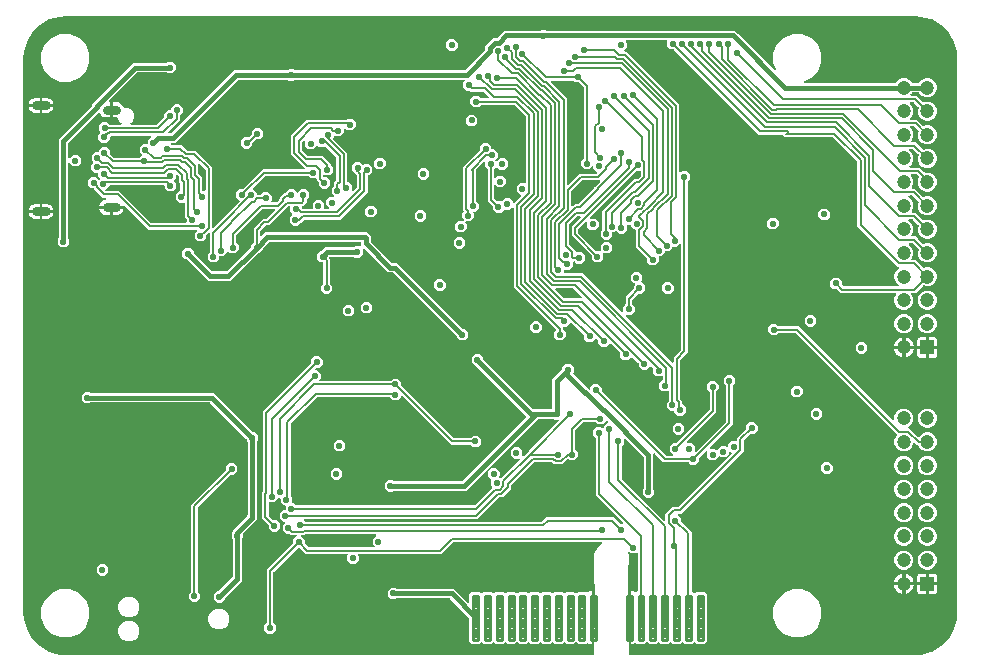
<source format=gbr>
G04 EAGLE Gerber X2 export*
G75*
%MOMM*%
%FSLAX34Y34*%
%LPD*%
%AMOC8*
5,1,8,0,0,1.08239X$1,22.5*%
G01*
%ADD10C,0.800000*%
%ADD11R,1.200000X1.200000*%
%ADD12C,1.200000*%
%ADD13C,0.280000*%
%ADD14C,0.553200*%
%ADD15C,0.152400*%
%ADD16C,0.406400*%

G36*
X587409Y104612D02*
X587409Y104612D01*
X587426Y104622D01*
X587446Y104626D01*
X587535Y104679D01*
X587626Y104728D01*
X587640Y104742D01*
X587657Y104752D01*
X587724Y104831D01*
X587796Y104906D01*
X587804Y104924D01*
X587817Y104939D01*
X587856Y105035D01*
X587899Y105129D01*
X587901Y105149D01*
X587909Y105167D01*
X587927Y105334D01*
X587927Y135538D01*
X587924Y135558D01*
X587926Y135577D01*
X587904Y135679D01*
X587888Y135781D01*
X587878Y135798D01*
X587874Y135818D01*
X587821Y135907D01*
X587772Y135998D01*
X587758Y136012D01*
X587748Y136029D01*
X587669Y136096D01*
X587594Y136167D01*
X587576Y136176D01*
X587561Y136189D01*
X587465Y136228D01*
X587371Y136271D01*
X587351Y136273D01*
X587333Y136281D01*
X587166Y136299D01*
X586738Y136299D01*
X586718Y136296D01*
X586699Y136298D01*
X586597Y136276D01*
X586495Y136259D01*
X586478Y136250D01*
X586458Y136246D01*
X586369Y136193D01*
X586278Y136144D01*
X586264Y136130D01*
X586247Y136120D01*
X586180Y136041D01*
X586109Y135966D01*
X586100Y135948D01*
X586087Y135933D01*
X586048Y135837D01*
X586005Y135743D01*
X586003Y135723D01*
X585995Y135705D01*
X585977Y135538D01*
X585977Y113759D01*
X584881Y113759D01*
X583879Y114028D01*
X582980Y114547D01*
X582692Y114835D01*
X582676Y114847D01*
X582663Y114862D01*
X582576Y114918D01*
X582492Y114979D01*
X582473Y114985D01*
X582456Y114995D01*
X582356Y115021D01*
X582257Y115051D01*
X582237Y115051D01*
X582218Y115055D01*
X582115Y115047D01*
X582011Y115045D01*
X581992Y115038D01*
X581973Y115036D01*
X581878Y114996D01*
X581780Y114960D01*
X581764Y114948D01*
X581746Y114940D01*
X581615Y114835D01*
X581029Y114249D01*
X573971Y114249D01*
X573038Y115182D01*
X573022Y115193D01*
X573010Y115209D01*
X572922Y115265D01*
X572839Y115325D01*
X572820Y115331D01*
X572803Y115342D01*
X572702Y115367D01*
X572603Y115398D01*
X572584Y115397D01*
X572564Y115402D01*
X572461Y115394D01*
X572358Y115391D01*
X572339Y115384D01*
X572319Y115383D01*
X572224Y115342D01*
X572127Y115307D01*
X572111Y115294D01*
X572093Y115286D01*
X571962Y115182D01*
X571029Y114249D01*
X563971Y114249D01*
X563038Y115182D01*
X563022Y115193D01*
X563010Y115209D01*
X562922Y115265D01*
X562839Y115325D01*
X562820Y115331D01*
X562803Y115342D01*
X562702Y115367D01*
X562603Y115398D01*
X562584Y115397D01*
X562564Y115402D01*
X562461Y115394D01*
X562358Y115391D01*
X562339Y115384D01*
X562319Y115383D01*
X562224Y115342D01*
X562127Y115307D01*
X562111Y115294D01*
X562093Y115286D01*
X561962Y115182D01*
X561029Y114249D01*
X553971Y114249D01*
X553038Y115182D01*
X553022Y115193D01*
X553010Y115209D01*
X552922Y115265D01*
X552839Y115325D01*
X552820Y115331D01*
X552803Y115342D01*
X552702Y115367D01*
X552603Y115398D01*
X552584Y115397D01*
X552564Y115402D01*
X552461Y115394D01*
X552358Y115391D01*
X552339Y115384D01*
X552319Y115383D01*
X552224Y115342D01*
X552127Y115307D01*
X552111Y115294D01*
X552093Y115286D01*
X551962Y115182D01*
X551029Y114249D01*
X543971Y114249D01*
X543038Y115182D01*
X543022Y115193D01*
X543010Y115209D01*
X542922Y115265D01*
X542839Y115325D01*
X542820Y115331D01*
X542803Y115342D01*
X542702Y115367D01*
X542603Y115398D01*
X542584Y115397D01*
X542564Y115402D01*
X542461Y115394D01*
X542358Y115391D01*
X542339Y115384D01*
X542319Y115383D01*
X542224Y115342D01*
X542127Y115307D01*
X542111Y115294D01*
X542093Y115286D01*
X541962Y115182D01*
X541029Y114249D01*
X533971Y114249D01*
X533038Y115182D01*
X533022Y115193D01*
X533010Y115209D01*
X532922Y115265D01*
X532839Y115325D01*
X532820Y115331D01*
X532803Y115342D01*
X532702Y115367D01*
X532603Y115398D01*
X532584Y115397D01*
X532564Y115402D01*
X532461Y115394D01*
X532358Y115391D01*
X532339Y115384D01*
X532319Y115383D01*
X532224Y115342D01*
X532127Y115307D01*
X532111Y115294D01*
X532093Y115286D01*
X531962Y115182D01*
X531029Y114249D01*
X523971Y114249D01*
X523038Y115182D01*
X523022Y115193D01*
X523010Y115209D01*
X522922Y115265D01*
X522839Y115325D01*
X522820Y115331D01*
X522803Y115342D01*
X522702Y115367D01*
X522603Y115398D01*
X522584Y115397D01*
X522564Y115402D01*
X522461Y115394D01*
X522358Y115391D01*
X522339Y115384D01*
X522319Y115383D01*
X522224Y115342D01*
X522127Y115307D01*
X522111Y115294D01*
X522093Y115286D01*
X521962Y115182D01*
X521029Y114249D01*
X513971Y114249D01*
X513038Y115182D01*
X513022Y115193D01*
X513010Y115209D01*
X512922Y115265D01*
X512839Y115325D01*
X512820Y115331D01*
X512803Y115342D01*
X512702Y115367D01*
X512603Y115398D01*
X512584Y115397D01*
X512564Y115402D01*
X512461Y115394D01*
X512358Y115391D01*
X512339Y115384D01*
X512319Y115383D01*
X512224Y115342D01*
X512127Y115307D01*
X512111Y115294D01*
X512093Y115286D01*
X511962Y115182D01*
X511029Y114249D01*
X503971Y114249D01*
X503038Y115182D01*
X503022Y115193D01*
X503010Y115209D01*
X502922Y115265D01*
X502839Y115325D01*
X502820Y115331D01*
X502803Y115342D01*
X502702Y115367D01*
X502603Y115398D01*
X502584Y115397D01*
X502564Y115402D01*
X502461Y115394D01*
X502358Y115391D01*
X502339Y115384D01*
X502319Y115383D01*
X502224Y115342D01*
X502127Y115307D01*
X502111Y115294D01*
X502093Y115286D01*
X501962Y115182D01*
X501029Y114249D01*
X493971Y114249D01*
X493038Y115182D01*
X493022Y115193D01*
X493010Y115209D01*
X492922Y115265D01*
X492839Y115325D01*
X492820Y115331D01*
X492803Y115342D01*
X492702Y115367D01*
X492603Y115398D01*
X492584Y115397D01*
X492564Y115402D01*
X492461Y115394D01*
X492358Y115391D01*
X492339Y115384D01*
X492319Y115383D01*
X492224Y115342D01*
X492127Y115307D01*
X492111Y115294D01*
X492093Y115286D01*
X491962Y115182D01*
X491029Y114249D01*
X483971Y114249D01*
X481949Y116271D01*
X481949Y135762D01*
X481935Y135852D01*
X481927Y135943D01*
X481915Y135972D01*
X481910Y136004D01*
X481867Y136085D01*
X481831Y136169D01*
X481805Y136201D01*
X481794Y136222D01*
X481771Y136244D01*
X481751Y136269D01*
X481747Y136275D01*
X481744Y136278D01*
X481726Y136300D01*
X465634Y152392D01*
X465560Y152445D01*
X465490Y152505D01*
X465460Y152517D01*
X465434Y152536D01*
X465347Y152563D01*
X465262Y152597D01*
X465221Y152601D01*
X465199Y152608D01*
X465167Y152607D01*
X465096Y152615D01*
X420874Y152615D01*
X420784Y152601D01*
X420693Y152593D01*
X420664Y152581D01*
X420632Y152576D01*
X420551Y152533D01*
X420467Y152497D01*
X420435Y152471D01*
X420414Y152460D01*
X420392Y152437D01*
X420336Y152392D01*
X419825Y151881D01*
X415835Y151881D01*
X413013Y154703D01*
X413013Y158693D01*
X415835Y161515D01*
X419825Y161515D01*
X420336Y161004D01*
X420410Y160951D01*
X420480Y160891D01*
X420510Y160879D01*
X420536Y160860D01*
X420623Y160833D01*
X420708Y160799D01*
X420749Y160795D01*
X420771Y160788D01*
X420803Y160789D01*
X420874Y160781D01*
X468793Y160781D01*
X471408Y158166D01*
X480650Y148924D01*
X480708Y148882D01*
X480760Y148833D01*
X480807Y148811D01*
X480849Y148781D01*
X480918Y148759D01*
X480983Y148729D01*
X481035Y148724D01*
X481085Y148708D01*
X481156Y148710D01*
X481227Y148702D01*
X481278Y148713D01*
X481330Y148715D01*
X481398Y148739D01*
X481468Y148754D01*
X481513Y148781D01*
X481561Y148799D01*
X481617Y148844D01*
X481679Y148881D01*
X481713Y148920D01*
X481753Y148953D01*
X481792Y149013D01*
X481839Y149068D01*
X481858Y149116D01*
X481886Y149160D01*
X481904Y149229D01*
X481931Y149296D01*
X481939Y149367D01*
X481947Y149398D01*
X481945Y149421D01*
X481949Y149462D01*
X481949Y156329D01*
X483971Y158351D01*
X491029Y158351D01*
X491962Y157418D01*
X491978Y157407D01*
X491990Y157391D01*
X492078Y157335D01*
X492161Y157275D01*
X492180Y157269D01*
X492197Y157258D01*
X492298Y157233D01*
X492397Y157202D01*
X492416Y157203D01*
X492436Y157198D01*
X492539Y157206D01*
X492642Y157209D01*
X492661Y157216D01*
X492681Y157217D01*
X492776Y157258D01*
X492873Y157293D01*
X492889Y157306D01*
X492907Y157314D01*
X493038Y157418D01*
X493971Y158351D01*
X501029Y158351D01*
X501962Y157418D01*
X501978Y157407D01*
X501990Y157391D01*
X502078Y157335D01*
X502161Y157275D01*
X502180Y157269D01*
X502197Y157258D01*
X502298Y157233D01*
X502397Y157202D01*
X502416Y157203D01*
X502436Y157198D01*
X502539Y157206D01*
X502642Y157209D01*
X502661Y157216D01*
X502681Y157217D01*
X502776Y157258D01*
X502873Y157293D01*
X502889Y157306D01*
X502907Y157314D01*
X503038Y157418D01*
X503971Y158351D01*
X511029Y158351D01*
X511962Y157418D01*
X511978Y157407D01*
X511990Y157391D01*
X512078Y157335D01*
X512161Y157275D01*
X512180Y157269D01*
X512197Y157258D01*
X512298Y157233D01*
X512397Y157202D01*
X512416Y157203D01*
X512436Y157198D01*
X512539Y157206D01*
X512642Y157209D01*
X512661Y157216D01*
X512681Y157217D01*
X512776Y157258D01*
X512873Y157293D01*
X512889Y157306D01*
X512907Y157314D01*
X513038Y157418D01*
X513971Y158351D01*
X521029Y158351D01*
X521962Y157418D01*
X521978Y157407D01*
X521990Y157391D01*
X522078Y157335D01*
X522161Y157275D01*
X522180Y157269D01*
X522197Y157258D01*
X522298Y157233D01*
X522397Y157202D01*
X522416Y157203D01*
X522436Y157198D01*
X522539Y157206D01*
X522642Y157209D01*
X522661Y157216D01*
X522681Y157217D01*
X522776Y157258D01*
X522873Y157293D01*
X522889Y157306D01*
X522907Y157314D01*
X523038Y157418D01*
X523971Y158351D01*
X531029Y158351D01*
X531962Y157418D01*
X531978Y157407D01*
X531990Y157391D01*
X532078Y157335D01*
X532161Y157275D01*
X532180Y157269D01*
X532197Y157258D01*
X532298Y157233D01*
X532397Y157202D01*
X532416Y157203D01*
X532436Y157198D01*
X532539Y157206D01*
X532642Y157209D01*
X532661Y157216D01*
X532681Y157217D01*
X532776Y157258D01*
X532873Y157293D01*
X532889Y157306D01*
X532907Y157314D01*
X533038Y157418D01*
X533971Y158351D01*
X541029Y158351D01*
X541962Y157418D01*
X541978Y157407D01*
X541990Y157391D01*
X542078Y157335D01*
X542161Y157275D01*
X542180Y157269D01*
X542197Y157258D01*
X542298Y157233D01*
X542397Y157202D01*
X542416Y157203D01*
X542436Y157198D01*
X542539Y157206D01*
X542642Y157209D01*
X542661Y157216D01*
X542681Y157217D01*
X542776Y157258D01*
X542873Y157293D01*
X542889Y157306D01*
X542907Y157314D01*
X543038Y157418D01*
X543971Y158351D01*
X551029Y158351D01*
X551962Y157418D01*
X551978Y157407D01*
X551990Y157391D01*
X552078Y157335D01*
X552161Y157275D01*
X552180Y157269D01*
X552197Y157258D01*
X552298Y157233D01*
X552397Y157202D01*
X552416Y157203D01*
X552436Y157198D01*
X552539Y157206D01*
X552642Y157209D01*
X552661Y157216D01*
X552681Y157217D01*
X552776Y157258D01*
X552873Y157293D01*
X552889Y157306D01*
X552907Y157314D01*
X553038Y157418D01*
X553971Y158351D01*
X561029Y158351D01*
X561962Y157418D01*
X561978Y157407D01*
X561990Y157391D01*
X562078Y157335D01*
X562161Y157275D01*
X562180Y157269D01*
X562197Y157258D01*
X562298Y157233D01*
X562397Y157202D01*
X562416Y157203D01*
X562436Y157198D01*
X562539Y157206D01*
X562642Y157209D01*
X562661Y157216D01*
X562681Y157217D01*
X562776Y157258D01*
X562873Y157293D01*
X562889Y157306D01*
X562907Y157314D01*
X563038Y157418D01*
X563971Y158351D01*
X571029Y158351D01*
X571962Y157418D01*
X571978Y157407D01*
X571990Y157391D01*
X572078Y157335D01*
X572161Y157275D01*
X572180Y157269D01*
X572197Y157258D01*
X572298Y157233D01*
X572397Y157202D01*
X572416Y157203D01*
X572436Y157198D01*
X572539Y157206D01*
X572642Y157209D01*
X572661Y157216D01*
X572681Y157217D01*
X572776Y157258D01*
X572873Y157293D01*
X572889Y157306D01*
X572907Y157314D01*
X573038Y157418D01*
X573971Y158351D01*
X581029Y158351D01*
X581615Y157765D01*
X581631Y157753D01*
X581644Y157738D01*
X581731Y157682D01*
X581815Y157621D01*
X581834Y157615D01*
X581851Y157605D01*
X581951Y157579D01*
X582050Y157549D01*
X582070Y157549D01*
X582089Y157545D01*
X582192Y157553D01*
X582296Y157555D01*
X582315Y157562D01*
X582335Y157564D01*
X582429Y157604D01*
X582527Y157640D01*
X582543Y157652D01*
X582561Y157660D01*
X582692Y157765D01*
X582980Y158053D01*
X583879Y158572D01*
X584881Y158841D01*
X585977Y158841D01*
X585977Y137062D01*
X585980Y137042D01*
X585978Y137023D01*
X586000Y136921D01*
X586017Y136819D01*
X586026Y136802D01*
X586030Y136782D01*
X586083Y136693D01*
X586132Y136602D01*
X586146Y136588D01*
X586156Y136571D01*
X586235Y136504D01*
X586310Y136433D01*
X586328Y136424D01*
X586343Y136411D01*
X586439Y136372D01*
X586533Y136329D01*
X586553Y136327D01*
X586571Y136319D01*
X586738Y136301D01*
X587166Y136301D01*
X587186Y136304D01*
X587205Y136302D01*
X587307Y136324D01*
X587409Y136341D01*
X587426Y136350D01*
X587446Y136354D01*
X587535Y136407D01*
X587626Y136456D01*
X587640Y136470D01*
X587657Y136480D01*
X587724Y136559D01*
X587796Y136634D01*
X587804Y136652D01*
X587817Y136667D01*
X587856Y136763D01*
X587899Y136857D01*
X587901Y136877D01*
X587909Y136895D01*
X587927Y137062D01*
X587927Y190126D01*
X590814Y196120D01*
X594464Y199031D01*
X594540Y199115D01*
X594619Y199198D01*
X594623Y199206D01*
X594629Y199213D01*
X594675Y199318D01*
X594723Y199421D01*
X594724Y199430D01*
X594727Y199439D01*
X594737Y199553D01*
X594750Y199665D01*
X594748Y199675D01*
X594749Y199684D01*
X594722Y199795D01*
X594698Y199906D01*
X594693Y199914D01*
X594691Y199923D01*
X594630Y200019D01*
X594571Y200117D01*
X594564Y200123D01*
X594559Y200131D01*
X594472Y200202D01*
X594384Y200277D01*
X594376Y200280D01*
X594369Y200286D01*
X594263Y200326D01*
X594156Y200369D01*
X594145Y200370D01*
X594138Y200373D01*
X594115Y200373D01*
X593990Y200387D01*
X468840Y200387D01*
X468750Y200373D01*
X468659Y200365D01*
X468630Y200353D01*
X468598Y200348D01*
X468517Y200305D01*
X468433Y200269D01*
X468401Y200243D01*
X468380Y200232D01*
X468358Y200209D01*
X468302Y200164D01*
X458365Y190227D01*
X388652Y190227D01*
X388582Y190216D01*
X388510Y190214D01*
X388461Y190196D01*
X388410Y190188D01*
X388346Y190154D01*
X388279Y190129D01*
X388238Y190097D01*
X388192Y190072D01*
X388143Y190020D01*
X388087Y189976D01*
X388059Y189932D01*
X388023Y189894D01*
X387993Y189829D01*
X387954Y189769D01*
X387941Y189718D01*
X387919Y189671D01*
X387911Y189600D01*
X387894Y189530D01*
X387898Y189478D01*
X387892Y189427D01*
X387907Y189356D01*
X387913Y189285D01*
X387933Y189237D01*
X387944Y189186D01*
X387981Y189125D01*
X388009Y189059D01*
X388054Y189003D01*
X388071Y188975D01*
X388088Y188960D01*
X388114Y188928D01*
X388357Y188685D01*
X388357Y184695D01*
X385535Y181873D01*
X381545Y181873D01*
X378723Y184695D01*
X378723Y188685D01*
X378966Y188928D01*
X379008Y188986D01*
X379057Y189038D01*
X379079Y189085D01*
X379109Y189127D01*
X379130Y189196D01*
X379161Y189261D01*
X379166Y189313D01*
X379182Y189363D01*
X379180Y189434D01*
X379188Y189505D01*
X379177Y189556D01*
X379175Y189608D01*
X379151Y189676D01*
X379136Y189746D01*
X379109Y189791D01*
X379091Y189839D01*
X379046Y189895D01*
X379009Y189957D01*
X378970Y189991D01*
X378937Y190031D01*
X378877Y190070D01*
X378822Y190117D01*
X378774Y190136D01*
X378730Y190164D01*
X378661Y190182D01*
X378594Y190209D01*
X378523Y190217D01*
X378492Y190225D01*
X378469Y190223D01*
X378428Y190227D01*
X343767Y190227D01*
X338882Y195112D01*
X338808Y195165D01*
X338738Y195225D01*
X338708Y195237D01*
X338682Y195256D01*
X338595Y195283D01*
X338510Y195317D01*
X338469Y195321D01*
X338447Y195328D01*
X338415Y195327D01*
X338344Y195335D01*
X337296Y195335D01*
X337206Y195321D01*
X337115Y195313D01*
X337086Y195301D01*
X337054Y195296D01*
X336973Y195253D01*
X336889Y195217D01*
X336857Y195191D01*
X336836Y195180D01*
X336814Y195157D01*
X336758Y195112D01*
X316472Y174826D01*
X316419Y174752D01*
X316359Y174682D01*
X316347Y174652D01*
X316328Y174626D01*
X316301Y174539D01*
X316267Y174454D01*
X316263Y174413D01*
X316256Y174391D01*
X316257Y174359D01*
X316249Y174288D01*
X316249Y131822D01*
X316263Y131732D01*
X316271Y131641D01*
X316283Y131612D01*
X316288Y131580D01*
X316331Y131499D01*
X316367Y131415D01*
X316393Y131383D01*
X316404Y131362D01*
X316427Y131340D01*
X316472Y131284D01*
X318253Y129503D01*
X318253Y125513D01*
X315431Y122691D01*
X311441Y122691D01*
X308619Y125513D01*
X308619Y129503D01*
X310400Y131284D01*
X310453Y131358D01*
X310513Y131428D01*
X310525Y131458D01*
X310544Y131484D01*
X310571Y131571D01*
X310605Y131656D01*
X310609Y131697D01*
X310616Y131719D01*
X310615Y131751D01*
X310623Y131822D01*
X310623Y176933D01*
X332780Y199090D01*
X332833Y199164D01*
X332893Y199234D01*
X332905Y199264D01*
X332924Y199290D01*
X332951Y199377D01*
X332985Y199462D01*
X332989Y199503D01*
X332996Y199525D01*
X332995Y199557D01*
X333003Y199628D01*
X333003Y202147D01*
X335796Y204940D01*
X335838Y204998D01*
X335887Y205050D01*
X335909Y205097D01*
X335939Y205139D01*
X335960Y205208D01*
X335991Y205273D01*
X335996Y205325D01*
X336012Y205375D01*
X336010Y205446D01*
X336018Y205517D01*
X336007Y205568D01*
X336005Y205620D01*
X335981Y205688D01*
X335966Y205758D01*
X335939Y205803D01*
X335921Y205851D01*
X335876Y205907D01*
X335839Y205969D01*
X335800Y206003D01*
X335767Y206043D01*
X335707Y206082D01*
X335652Y206129D01*
X335604Y206148D01*
X335560Y206176D01*
X335491Y206194D01*
X335424Y206221D01*
X335353Y206229D01*
X335322Y206237D01*
X335299Y206235D01*
X335258Y206239D01*
X330803Y206239D01*
X329992Y207050D01*
X329918Y207103D01*
X329848Y207163D01*
X329818Y207175D01*
X329792Y207194D01*
X329705Y207221D01*
X329620Y207255D01*
X329579Y207259D01*
X329557Y207266D01*
X329525Y207265D01*
X329454Y207273D01*
X326935Y207273D01*
X324113Y210095D01*
X324113Y214085D01*
X326162Y216134D01*
X326204Y216192D01*
X326253Y216244D01*
X326275Y216291D01*
X326305Y216333D01*
X326326Y216402D01*
X326357Y216467D01*
X326362Y216519D01*
X326378Y216569D01*
X326376Y216640D01*
X326384Y216711D01*
X326373Y216762D01*
X326371Y216814D01*
X326347Y216882D01*
X326332Y216952D01*
X326305Y216997D01*
X326287Y217045D01*
X326242Y217101D01*
X326205Y217163D01*
X326166Y217197D01*
X326133Y217237D01*
X326073Y217276D01*
X326018Y217323D01*
X325970Y217342D01*
X325926Y217370D01*
X325857Y217388D01*
X325790Y217415D01*
X325719Y217423D01*
X325688Y217431D01*
X325665Y217429D01*
X325624Y217433D01*
X324395Y217433D01*
X321573Y220255D01*
X321573Y224245D01*
X324395Y227067D01*
X325892Y227067D01*
X325912Y227070D01*
X325931Y227068D01*
X326033Y227090D01*
X326135Y227106D01*
X326152Y227116D01*
X326172Y227120D01*
X326261Y227173D01*
X326352Y227222D01*
X326366Y227236D01*
X326383Y227246D01*
X326450Y227325D01*
X326522Y227400D01*
X326530Y227418D01*
X326543Y227433D01*
X326582Y227529D01*
X326625Y227623D01*
X326627Y227643D01*
X326635Y227661D01*
X326653Y227828D01*
X326653Y230642D01*
X326650Y230662D01*
X326652Y230681D01*
X326630Y230783D01*
X326614Y230885D01*
X326604Y230902D01*
X326600Y230922D01*
X326547Y231011D01*
X326498Y231102D01*
X326484Y231116D01*
X326474Y231133D01*
X326395Y231200D01*
X326320Y231272D01*
X326302Y231280D01*
X326287Y231293D01*
X326191Y231332D01*
X326097Y231375D01*
X326077Y231377D01*
X326059Y231385D01*
X325892Y231403D01*
X325157Y231403D01*
X322335Y234225D01*
X322335Y236765D01*
X322332Y236785D01*
X322334Y236805D01*
X322312Y236906D01*
X322296Y237008D01*
X322286Y237026D01*
X322282Y237045D01*
X322229Y237134D01*
X322180Y237225D01*
X322166Y237239D01*
X322156Y237256D01*
X322077Y237324D01*
X322002Y237395D01*
X321984Y237403D01*
X321969Y237416D01*
X321873Y237455D01*
X321779Y237498D01*
X321759Y237501D01*
X321741Y237508D01*
X321574Y237527D01*
X320538Y237527D01*
X320518Y237523D01*
X320499Y237526D01*
X320397Y237504D01*
X320295Y237487D01*
X320278Y237478D01*
X320258Y237473D01*
X320169Y237420D01*
X320078Y237372D01*
X320064Y237357D01*
X320047Y237347D01*
X319980Y237268D01*
X319908Y237193D01*
X319900Y237175D01*
X319887Y237160D01*
X319848Y237064D01*
X319805Y236970D01*
X319803Y236951D01*
X319795Y236932D01*
X319777Y236765D01*
X316955Y233943D01*
X312956Y233943D01*
X312936Y233940D01*
X312917Y233942D01*
X312815Y233920D01*
X312713Y233904D01*
X312696Y233894D01*
X312676Y233890D01*
X312587Y233837D01*
X312496Y233788D01*
X312482Y233774D01*
X312465Y233764D01*
X312398Y233685D01*
X312326Y233610D01*
X312318Y233592D01*
X312305Y233577D01*
X312266Y233481D01*
X312223Y233387D01*
X312221Y233367D01*
X312213Y233349D01*
X312195Y233182D01*
X312195Y222958D01*
X312209Y222868D01*
X312217Y222777D01*
X312229Y222748D01*
X312234Y222716D01*
X312277Y222635D01*
X312313Y222551D01*
X312339Y222519D01*
X312350Y222498D01*
X312373Y222476D01*
X312418Y222420D01*
X315930Y218908D01*
X316004Y218855D01*
X316074Y218795D01*
X316104Y218783D01*
X316130Y218764D01*
X316217Y218737D01*
X316302Y218703D01*
X316343Y218699D01*
X316365Y218692D01*
X316397Y218693D01*
X316468Y218685D01*
X318987Y218685D01*
X321809Y215863D01*
X321809Y211873D01*
X318987Y209051D01*
X314997Y209051D01*
X312175Y211873D01*
X312175Y214392D01*
X312161Y214482D01*
X312153Y214573D01*
X312141Y214602D01*
X312136Y214634D01*
X312093Y214715D01*
X312057Y214799D01*
X312031Y214831D01*
X312020Y214852D01*
X311997Y214874D01*
X311952Y214930D01*
X306569Y220313D01*
X306569Y242236D01*
X306844Y242511D01*
X306897Y242585D01*
X306957Y242654D01*
X306969Y242684D01*
X306988Y242710D01*
X307015Y242797D01*
X307049Y242882D01*
X307053Y242923D01*
X307060Y242945D01*
X307059Y242978D01*
X307067Y243049D01*
X307067Y310537D01*
X348020Y351490D01*
X348073Y351564D01*
X348133Y351634D01*
X348145Y351664D01*
X348164Y351690D01*
X348191Y351777D01*
X348225Y351862D01*
X348229Y351903D01*
X348236Y351925D01*
X348235Y351957D01*
X348243Y352028D01*
X348243Y354547D01*
X351065Y357369D01*
X355055Y357369D01*
X357877Y354547D01*
X357877Y350557D01*
X355055Y347735D01*
X352536Y347735D01*
X352446Y347721D01*
X352355Y347713D01*
X352326Y347701D01*
X352294Y347696D01*
X352213Y347653D01*
X352129Y347617D01*
X352097Y347591D01*
X352076Y347580D01*
X352054Y347557D01*
X351998Y347512D01*
X351470Y346984D01*
X351428Y346926D01*
X351379Y346874D01*
X351357Y346827D01*
X351327Y346785D01*
X351305Y346716D01*
X351275Y346651D01*
X351269Y346599D01*
X351254Y346549D01*
X351256Y346478D01*
X351248Y346407D01*
X351259Y346356D01*
X351261Y346304D01*
X351285Y346236D01*
X351300Y346166D01*
X351327Y346121D01*
X351345Y346073D01*
X351390Y346017D01*
X351427Y345955D01*
X351466Y345921D01*
X351499Y345881D01*
X351559Y345842D01*
X351613Y345795D01*
X351662Y345776D01*
X351706Y345748D01*
X351775Y345730D01*
X351842Y345703D01*
X351913Y345695D01*
X351944Y345687D01*
X351967Y345689D01*
X352008Y345685D01*
X353531Y345685D01*
X356353Y342863D01*
X356353Y338873D01*
X355348Y337868D01*
X355306Y337810D01*
X355257Y337758D01*
X355235Y337711D01*
X355205Y337669D01*
X355184Y337600D01*
X355153Y337535D01*
X355148Y337483D01*
X355132Y337433D01*
X355134Y337362D01*
X355126Y337291D01*
X355137Y337240D01*
X355139Y337188D01*
X355163Y337120D01*
X355178Y337050D01*
X355205Y337005D01*
X355223Y336957D01*
X355268Y336901D01*
X355305Y336839D01*
X355344Y336805D01*
X355377Y336765D01*
X355437Y336726D01*
X355492Y336679D01*
X355540Y336660D01*
X355584Y336632D01*
X355653Y336614D01*
X355720Y336587D01*
X355791Y336579D01*
X355822Y336571D01*
X355845Y336573D01*
X355886Y336569D01*
X415294Y336569D01*
X415384Y336583D01*
X415475Y336591D01*
X415504Y336603D01*
X415536Y336608D01*
X415617Y336651D01*
X415701Y336687D01*
X415733Y336713D01*
X415754Y336724D01*
X415776Y336747D01*
X415832Y336792D01*
X417613Y338573D01*
X421603Y338573D01*
X424425Y335751D01*
X424425Y333232D01*
X424439Y333142D01*
X424447Y333051D01*
X424459Y333022D01*
X424464Y332990D01*
X424507Y332909D01*
X424543Y332825D01*
X424569Y332793D01*
X424580Y332772D01*
X424603Y332750D01*
X424648Y332694D01*
X468810Y288532D01*
X468884Y288479D01*
X468954Y288419D01*
X468984Y288407D01*
X469010Y288388D01*
X469097Y288361D01*
X469182Y288327D01*
X469223Y288323D01*
X469245Y288316D01*
X469277Y288317D01*
X469348Y288309D01*
X482858Y288309D01*
X482948Y288323D01*
X483039Y288331D01*
X483068Y288343D01*
X483100Y288348D01*
X483181Y288391D01*
X483265Y288427D01*
X483297Y288453D01*
X483318Y288464D01*
X483340Y288487D01*
X483396Y288532D01*
X485177Y290313D01*
X489167Y290313D01*
X491989Y287491D01*
X491989Y283501D01*
X489167Y280679D01*
X485177Y280679D01*
X483396Y282460D01*
X483322Y282513D01*
X483252Y282573D01*
X483222Y282585D01*
X483196Y282604D01*
X483109Y282631D01*
X483024Y282665D01*
X482983Y282669D01*
X482961Y282676D01*
X482929Y282675D01*
X482858Y282683D01*
X466703Y282683D01*
X425724Y323662D01*
X425666Y323704D01*
X425614Y323753D01*
X425567Y323775D01*
X425525Y323805D01*
X425456Y323827D01*
X425391Y323857D01*
X425339Y323863D01*
X425289Y323878D01*
X425218Y323876D01*
X425147Y323884D01*
X425096Y323873D01*
X425044Y323871D01*
X424976Y323847D01*
X424906Y323832D01*
X424861Y323805D01*
X424813Y323787D01*
X424757Y323742D01*
X424695Y323705D01*
X424661Y323666D01*
X424621Y323633D01*
X424582Y323573D01*
X424535Y323519D01*
X424516Y323470D01*
X424488Y323426D01*
X424470Y323357D01*
X424443Y323290D01*
X424435Y323219D01*
X424427Y323188D01*
X424429Y323165D01*
X424425Y323125D01*
X421603Y320303D01*
X417613Y320303D01*
X415324Y322592D01*
X415250Y322645D01*
X415180Y322705D01*
X415150Y322717D01*
X415124Y322736D01*
X415037Y322763D01*
X414952Y322797D01*
X414911Y322801D01*
X414889Y322808D01*
X414857Y322807D01*
X414786Y322815D01*
X353524Y322815D01*
X353434Y322801D01*
X353343Y322793D01*
X353314Y322781D01*
X353282Y322776D01*
X353201Y322733D01*
X353117Y322697D01*
X353085Y322671D01*
X353064Y322660D01*
X353042Y322637D01*
X352986Y322592D01*
X331204Y300810D01*
X331151Y300736D01*
X331091Y300666D01*
X331079Y300636D01*
X331060Y300610D01*
X331033Y300523D01*
X330999Y300438D01*
X330995Y300397D01*
X330988Y300375D01*
X330989Y300343D01*
X330981Y300272D01*
X330981Y239518D01*
X330995Y239428D01*
X331003Y239337D01*
X331015Y239308D01*
X331020Y239276D01*
X331063Y239195D01*
X331099Y239111D01*
X331125Y239079D01*
X331136Y239058D01*
X331159Y239036D01*
X331204Y238980D01*
X331969Y238215D01*
X331969Y234178D01*
X331972Y234158D01*
X331970Y234139D01*
X331992Y234037D01*
X332008Y233935D01*
X332018Y233918D01*
X332022Y233898D01*
X332075Y233809D01*
X332124Y233718D01*
X332138Y233704D01*
X332148Y233687D01*
X332227Y233620D01*
X332302Y233548D01*
X332320Y233540D01*
X332335Y233527D01*
X332431Y233488D01*
X332525Y233445D01*
X332545Y233443D01*
X332563Y233435D01*
X332730Y233417D01*
X333465Y233417D01*
X335246Y231636D01*
X335320Y231583D01*
X335390Y231523D01*
X335420Y231511D01*
X335446Y231492D01*
X335533Y231465D01*
X335618Y231431D01*
X335659Y231427D01*
X335681Y231420D01*
X335713Y231421D01*
X335784Y231413D01*
X486200Y231413D01*
X486290Y231427D01*
X486381Y231435D01*
X486410Y231447D01*
X486442Y231452D01*
X486523Y231495D01*
X486607Y231531D01*
X486639Y231557D01*
X486660Y231568D01*
X486682Y231591D01*
X486738Y231636D01*
X501451Y246349D01*
X501463Y246365D01*
X501478Y246377D01*
X501534Y246465D01*
X501594Y246548D01*
X501600Y246567D01*
X501611Y246584D01*
X501636Y246685D01*
X501667Y246783D01*
X501666Y246803D01*
X501671Y246823D01*
X501663Y246926D01*
X501660Y247029D01*
X501654Y247048D01*
X501652Y247068D01*
X501612Y247163D01*
X501576Y247260D01*
X501563Y247276D01*
X501556Y247294D01*
X501451Y247425D01*
X500643Y248233D01*
X500643Y252228D01*
X500658Y252239D01*
X500714Y252327D01*
X500774Y252410D01*
X500780Y252429D01*
X500791Y252446D01*
X500816Y252547D01*
X500847Y252646D01*
X500846Y252665D01*
X500851Y252685D01*
X500843Y252788D01*
X500840Y252891D01*
X500833Y252910D01*
X500832Y252930D01*
X500792Y253025D01*
X500756Y253122D01*
X500743Y253138D01*
X500736Y253156D01*
X500631Y253287D01*
X498103Y255815D01*
X498103Y259805D01*
X500925Y262627D01*
X504915Y262627D01*
X507737Y259805D01*
X507737Y255810D01*
X507722Y255799D01*
X507693Y255753D01*
X507669Y255728D01*
X507653Y255694D01*
X507606Y255628D01*
X507600Y255608D01*
X507589Y255592D01*
X507569Y255513D01*
X507566Y255505D01*
X507564Y255493D01*
X507564Y255492D01*
X507533Y255393D01*
X507534Y255373D01*
X507529Y255353D01*
X507537Y255250D01*
X507540Y255147D01*
X507546Y255128D01*
X507548Y255108D01*
X507589Y255012D01*
X507624Y254916D01*
X507636Y254900D01*
X507644Y254882D01*
X507749Y254751D01*
X508263Y254237D01*
X508279Y254225D01*
X508291Y254210D01*
X508378Y254154D01*
X508462Y254094D01*
X508481Y254088D01*
X508498Y254077D01*
X508599Y254052D01*
X508698Y254021D01*
X508718Y254022D01*
X508737Y254017D01*
X508840Y254025D01*
X508943Y254028D01*
X508962Y254034D01*
X508982Y254036D01*
X509077Y254076D01*
X509174Y254112D01*
X509190Y254125D01*
X509208Y254132D01*
X509339Y254237D01*
X524576Y269474D01*
X524618Y269532D01*
X524667Y269584D01*
X524689Y269631D01*
X524719Y269673D01*
X524741Y269742D01*
X524771Y269807D01*
X524777Y269859D01*
X524792Y269909D01*
X524790Y269980D01*
X524798Y270051D01*
X524787Y270102D01*
X524785Y270154D01*
X524761Y270222D01*
X524746Y270292D01*
X524719Y270336D01*
X524701Y270385D01*
X524656Y270441D01*
X524619Y270503D01*
X524580Y270537D01*
X524547Y270577D01*
X524487Y270616D01*
X524433Y270663D01*
X524384Y270682D01*
X524340Y270710D01*
X524271Y270728D01*
X524204Y270755D01*
X524133Y270763D01*
X524102Y270771D01*
X524079Y270769D01*
X524038Y270773D01*
X519975Y270773D01*
X517153Y273595D01*
X517153Y277585D01*
X519975Y280407D01*
X523965Y280407D01*
X526787Y277585D01*
X526787Y273522D01*
X526798Y273452D01*
X526800Y273380D01*
X526818Y273331D01*
X526826Y273280D01*
X526860Y273216D01*
X526885Y273149D01*
X526917Y273108D01*
X526942Y273062D01*
X526994Y273013D01*
X527038Y272957D01*
X527082Y272929D01*
X527120Y272893D01*
X527185Y272863D01*
X527245Y272824D01*
X527296Y272811D01*
X527343Y272789D01*
X527414Y272781D01*
X527484Y272764D01*
X527536Y272768D01*
X527587Y272762D01*
X527658Y272777D01*
X527729Y272783D01*
X527777Y272803D01*
X527828Y272814D01*
X527889Y272851D01*
X527955Y272879D01*
X528011Y272924D01*
X528039Y272941D01*
X528054Y272958D01*
X528086Y272984D01*
X532458Y277356D01*
X557596Y302494D01*
X557638Y302552D01*
X557687Y302604D01*
X557709Y302651D01*
X557739Y302693D01*
X557761Y302762D01*
X557791Y302827D01*
X557797Y302879D01*
X557812Y302929D01*
X557810Y303000D01*
X557818Y303071D01*
X557807Y303122D01*
X557805Y303174D01*
X557781Y303242D01*
X557766Y303312D01*
X557739Y303357D01*
X557721Y303405D01*
X557676Y303461D01*
X557639Y303523D01*
X557600Y303557D01*
X557567Y303597D01*
X557507Y303636D01*
X557453Y303683D01*
X557404Y303702D01*
X557360Y303730D01*
X557291Y303748D01*
X557224Y303775D01*
X557153Y303783D01*
X557122Y303791D01*
X557099Y303789D01*
X557058Y303793D01*
X554265Y303793D01*
X553754Y304304D01*
X553680Y304357D01*
X553610Y304417D01*
X553580Y304429D01*
X553554Y304448D01*
X553467Y304475D01*
X553382Y304509D01*
X553341Y304513D01*
X553319Y304520D01*
X553287Y304519D01*
X553216Y304527D01*
X540486Y304527D01*
X540396Y304513D01*
X540305Y304505D01*
X540276Y304493D01*
X540244Y304488D01*
X540163Y304445D01*
X540079Y304409D01*
X540047Y304383D01*
X540026Y304372D01*
X540004Y304349D01*
X539948Y304304D01*
X479211Y243567D01*
X418334Y243567D01*
X418244Y243553D01*
X418153Y243545D01*
X418124Y243533D01*
X418092Y243528D01*
X418011Y243485D01*
X417927Y243449D01*
X417895Y243423D01*
X417874Y243412D01*
X417852Y243389D01*
X417796Y243344D01*
X417285Y242833D01*
X413295Y242833D01*
X410473Y245655D01*
X410473Y249645D01*
X413295Y252467D01*
X417285Y252467D01*
X417796Y251956D01*
X417870Y251903D01*
X417940Y251843D01*
X417970Y251831D01*
X417996Y251812D01*
X418083Y251785D01*
X418168Y251751D01*
X418209Y251747D01*
X418231Y251740D01*
X418263Y251741D01*
X418334Y251733D01*
X475514Y251733D01*
X475604Y251747D01*
X475695Y251755D01*
X475724Y251767D01*
X475756Y251772D01*
X475837Y251815D01*
X475921Y251851D01*
X475953Y251877D01*
X475974Y251888D01*
X475996Y251911D01*
X476052Y251956D01*
X530309Y306213D01*
X530320Y306229D01*
X530336Y306241D01*
X530392Y306329D01*
X530452Y306412D01*
X530458Y306431D01*
X530469Y306448D01*
X530494Y306549D01*
X530525Y306648D01*
X530524Y306667D01*
X530529Y306687D01*
X530521Y306790D01*
X530518Y306893D01*
X530512Y306912D01*
X530510Y306932D01*
X530470Y307027D01*
X530434Y307124D01*
X530421Y307140D01*
X530414Y307158D01*
X530309Y307289D01*
X488216Y349382D01*
X488142Y349435D01*
X488072Y349495D01*
X488042Y349507D01*
X488016Y349526D01*
X487929Y349553D01*
X487844Y349587D01*
X487803Y349591D01*
X487781Y349598D01*
X487749Y349597D01*
X487678Y349605D01*
X486955Y349605D01*
X484133Y352427D01*
X484133Y356417D01*
X486955Y359239D01*
X490945Y359239D01*
X493767Y356417D01*
X493767Y355694D01*
X493781Y355604D01*
X493789Y355513D01*
X493801Y355484D01*
X493806Y355452D01*
X493849Y355371D01*
X493885Y355287D01*
X493911Y355255D01*
X493922Y355234D01*
X493945Y355212D01*
X493990Y355156D01*
X536230Y312916D01*
X536304Y312863D01*
X536374Y312803D01*
X536404Y312791D01*
X536430Y312772D01*
X536517Y312745D01*
X536602Y312711D01*
X536643Y312707D01*
X536665Y312700D01*
X536697Y312701D01*
X536768Y312693D01*
X551416Y312693D01*
X551436Y312696D01*
X551455Y312694D01*
X551557Y312716D01*
X551659Y312732D01*
X551676Y312742D01*
X551696Y312746D01*
X551785Y312799D01*
X551876Y312848D01*
X551890Y312862D01*
X551907Y312872D01*
X551974Y312951D01*
X552046Y313026D01*
X552054Y313044D01*
X552067Y313059D01*
X552106Y313155D01*
X552149Y313249D01*
X552151Y313269D01*
X552159Y313287D01*
X552177Y313454D01*
X552177Y338272D01*
X560730Y346825D01*
X560783Y346899D01*
X560842Y346968D01*
X560854Y346998D01*
X560873Y347024D01*
X560900Y347111D01*
X560934Y347196D01*
X560939Y347237D01*
X560946Y347260D01*
X560945Y347292D01*
X560953Y347363D01*
X560953Y348086D01*
X563774Y350907D01*
X567765Y350907D01*
X570586Y348086D01*
X570586Y344095D01*
X570061Y343570D01*
X570049Y343554D01*
X570033Y343541D01*
X569977Y343454D01*
X569917Y343370D01*
X569911Y343351D01*
X569900Y343334D01*
X569875Y343234D01*
X569845Y343135D01*
X569845Y343115D01*
X569840Y343096D01*
X569848Y342993D01*
X569851Y342889D01*
X569858Y342870D01*
X569859Y342851D01*
X569900Y342756D01*
X569935Y342658D01*
X569948Y342642D01*
X569956Y342624D01*
X570061Y342493D01*
X583164Y329390D01*
X583222Y329348D01*
X583274Y329299D01*
X583321Y329277D01*
X583363Y329247D01*
X583432Y329226D01*
X583497Y329195D01*
X583549Y329190D01*
X583599Y329174D01*
X583670Y329176D01*
X583741Y329168D01*
X583792Y329179D01*
X583844Y329181D01*
X583912Y329205D01*
X583982Y329220D01*
X584026Y329247D01*
X584075Y329265D01*
X584131Y329310D01*
X584193Y329347D01*
X584227Y329386D01*
X584267Y329419D01*
X584306Y329479D01*
X584353Y329534D01*
X584372Y329582D01*
X584400Y329626D01*
X584418Y329695D01*
X584445Y329762D01*
X584453Y329833D01*
X584461Y329864D01*
X584459Y329887D01*
X584463Y329928D01*
X584463Y330925D01*
X587285Y333747D01*
X591275Y333747D01*
X594097Y330925D01*
X594097Y328406D01*
X594111Y328316D01*
X594119Y328225D01*
X594131Y328196D01*
X594136Y328164D01*
X594179Y328083D01*
X594215Y327999D01*
X594241Y327967D01*
X594252Y327946D01*
X594275Y327924D01*
X594301Y327891D01*
X594302Y327889D01*
X594304Y327888D01*
X594320Y327868D01*
X648642Y273546D01*
X648716Y273493D01*
X648786Y273433D01*
X648816Y273421D01*
X648842Y273402D01*
X648929Y273375D01*
X649014Y273341D01*
X649055Y273337D01*
X649077Y273330D01*
X649109Y273331D01*
X649180Y273323D01*
X654018Y273323D01*
X654088Y273334D01*
X654160Y273336D01*
X654209Y273354D01*
X654260Y273362D01*
X654324Y273396D01*
X654391Y273421D01*
X654432Y273453D01*
X654478Y273478D01*
X654527Y273530D01*
X654583Y273574D01*
X654611Y273618D01*
X654647Y273656D01*
X654677Y273721D01*
X654716Y273781D01*
X654729Y273832D01*
X654751Y273879D01*
X654759Y273950D01*
X654776Y274020D01*
X654772Y274072D01*
X654778Y274123D01*
X654763Y274194D01*
X654757Y274265D01*
X654737Y274313D01*
X654726Y274364D01*
X654689Y274425D01*
X654661Y274491D01*
X654616Y274547D01*
X654599Y274575D01*
X654582Y274590D01*
X654556Y274622D01*
X651773Y277405D01*
X651773Y281395D01*
X654595Y284217D01*
X657114Y284217D01*
X657204Y284231D01*
X657295Y284239D01*
X657324Y284251D01*
X657356Y284256D01*
X657437Y284299D01*
X657521Y284335D01*
X657553Y284361D01*
X657574Y284372D01*
X657584Y284382D01*
X657585Y284383D01*
X657598Y284397D01*
X657652Y284440D01*
X685304Y312092D01*
X685357Y312166D01*
X685417Y312236D01*
X685429Y312266D01*
X685448Y312292D01*
X685475Y312379D01*
X685509Y312464D01*
X685513Y312505D01*
X685520Y312527D01*
X685519Y312559D01*
X685527Y312630D01*
X685527Y327156D01*
X685513Y327246D01*
X685505Y327337D01*
X685493Y327366D01*
X685488Y327398D01*
X685445Y327479D01*
X685409Y327563D01*
X685383Y327595D01*
X685372Y327616D01*
X685349Y327638D01*
X685304Y327694D01*
X683523Y329475D01*
X683523Y333465D01*
X686345Y336287D01*
X690335Y336287D01*
X693157Y333465D01*
X693157Y329475D01*
X691376Y327694D01*
X691322Y327620D01*
X691263Y327550D01*
X691251Y327520D01*
X691232Y327494D01*
X691205Y327407D01*
X691171Y327322D01*
X691167Y327281D01*
X691160Y327259D01*
X691161Y327227D01*
X691153Y327156D01*
X691153Y309985D01*
X689282Y308114D01*
X666684Y285516D01*
X666642Y285458D01*
X666593Y285406D01*
X666571Y285359D01*
X666541Y285317D01*
X666519Y285248D01*
X666489Y285183D01*
X666483Y285131D01*
X666468Y285081D01*
X666470Y285010D01*
X666462Y284939D01*
X666473Y284888D01*
X666475Y284836D01*
X666499Y284768D01*
X666514Y284698D01*
X666541Y284653D01*
X666559Y284605D01*
X666604Y284549D01*
X666641Y284487D01*
X666680Y284453D01*
X666713Y284413D01*
X666773Y284374D01*
X666827Y284327D01*
X666876Y284308D01*
X666920Y284280D01*
X666989Y284262D01*
X667056Y284235D01*
X667127Y284227D01*
X667158Y284219D01*
X667181Y284221D01*
X667222Y284217D01*
X670015Y284217D01*
X672837Y281395D01*
X672837Y277332D01*
X672848Y277262D01*
X672850Y277190D01*
X672868Y277141D01*
X672876Y277090D01*
X672910Y277026D01*
X672935Y276959D01*
X672967Y276918D01*
X672992Y276872D01*
X673044Y276823D01*
X673088Y276767D01*
X673132Y276739D01*
X673170Y276703D01*
X673235Y276673D01*
X673295Y276634D01*
X673346Y276621D01*
X673393Y276599D01*
X673464Y276591D01*
X673534Y276574D01*
X673586Y276578D01*
X673637Y276572D01*
X673708Y276587D01*
X673779Y276593D01*
X673827Y276613D01*
X673878Y276624D01*
X673939Y276661D01*
X674005Y276689D01*
X674061Y276734D01*
X674089Y276751D01*
X674104Y276768D01*
X674136Y276794D01*
X699274Y301932D01*
X699327Y302006D01*
X699387Y302076D01*
X699399Y302106D01*
X699418Y302132D01*
X699445Y302219D01*
X699479Y302304D01*
X699483Y302345D01*
X699490Y302367D01*
X699489Y302399D01*
X699497Y302470D01*
X699497Y332236D01*
X699483Y332326D01*
X699475Y332417D01*
X699463Y332446D01*
X699458Y332478D01*
X699415Y332559D01*
X699379Y332643D01*
X699353Y332675D01*
X699342Y332696D01*
X699319Y332718D01*
X699274Y332774D01*
X697493Y334555D01*
X697493Y338545D01*
X700315Y341367D01*
X704305Y341367D01*
X707127Y338545D01*
X707127Y334555D01*
X705346Y332774D01*
X705292Y332700D01*
X705233Y332630D01*
X705221Y332600D01*
X705202Y332574D01*
X705175Y332487D01*
X705141Y332402D01*
X705137Y332361D01*
X705130Y332339D01*
X705131Y332307D01*
X705123Y332236D01*
X705123Y299825D01*
X703252Y297954D01*
X685734Y280436D01*
X685692Y280378D01*
X685643Y280326D01*
X685621Y280279D01*
X685591Y280237D01*
X685569Y280168D01*
X685539Y280103D01*
X685533Y280051D01*
X685518Y280001D01*
X685520Y279930D01*
X685512Y279859D01*
X685523Y279808D01*
X685525Y279756D01*
X685549Y279688D01*
X685564Y279618D01*
X685591Y279573D01*
X685609Y279525D01*
X685654Y279469D01*
X685691Y279407D01*
X685730Y279373D01*
X685763Y279333D01*
X685823Y279294D01*
X685877Y279247D01*
X685926Y279228D01*
X685970Y279200D01*
X686039Y279182D01*
X686106Y279155D01*
X686177Y279147D01*
X686208Y279139D01*
X686231Y279141D01*
X686272Y279137D01*
X690335Y279137D01*
X691114Y278358D01*
X691172Y278316D01*
X691224Y278267D01*
X691243Y278258D01*
X691255Y278248D01*
X691282Y278237D01*
X691313Y278215D01*
X691382Y278194D01*
X691447Y278163D01*
X691472Y278161D01*
X691483Y278156D01*
X691515Y278153D01*
X691549Y278142D01*
X691597Y278144D01*
X691649Y278138D01*
X691652Y278138D01*
X691662Y278139D01*
X691691Y278136D01*
X691742Y278147D01*
X691794Y278149D01*
X691856Y278171D01*
X691895Y278177D01*
X691904Y278182D01*
X691932Y278188D01*
X691977Y278215D01*
X692025Y278233D01*
X692076Y278273D01*
X692112Y278293D01*
X692120Y278301D01*
X692143Y278315D01*
X692177Y278354D01*
X692217Y278387D01*
X692251Y278439D01*
X692282Y278471D01*
X692287Y278483D01*
X692303Y278502D01*
X692322Y278550D01*
X692350Y278594D01*
X692365Y278650D01*
X692385Y278694D01*
X692387Y278710D01*
X692395Y278730D01*
X692403Y278801D01*
X692411Y278832D01*
X692409Y278851D01*
X695235Y281677D01*
X699225Y281677D01*
X700004Y280898D01*
X700062Y280856D01*
X700114Y280807D01*
X700161Y280785D01*
X700203Y280755D01*
X700272Y280734D01*
X700337Y280703D01*
X700389Y280698D01*
X700439Y280682D01*
X700510Y280684D01*
X700581Y280676D01*
X700632Y280687D01*
X700684Y280689D01*
X700752Y280713D01*
X700822Y280728D01*
X700867Y280755D01*
X700915Y280773D01*
X700971Y280818D01*
X701033Y280855D01*
X701067Y280894D01*
X701107Y280927D01*
X701146Y280987D01*
X701193Y281042D01*
X701212Y281090D01*
X701240Y281134D01*
X701258Y281203D01*
X701285Y281270D01*
X701293Y281341D01*
X701301Y281372D01*
X701299Y281395D01*
X701303Y281436D01*
X701303Y282665D01*
X704125Y285487D01*
X708124Y285487D01*
X708144Y285490D01*
X708163Y285488D01*
X708265Y285510D01*
X708367Y285526D01*
X708384Y285536D01*
X708404Y285540D01*
X708493Y285593D01*
X708584Y285642D01*
X708598Y285656D01*
X708615Y285666D01*
X708682Y285745D01*
X708754Y285820D01*
X708762Y285838D01*
X708775Y285853D01*
X708814Y285949D01*
X708857Y286043D01*
X708859Y286063D01*
X708867Y286081D01*
X708885Y286248D01*
X708885Y288339D01*
X716320Y295774D01*
X716373Y295848D01*
X716433Y295917D01*
X716445Y295947D01*
X716464Y295974D01*
X716491Y296060D01*
X716525Y296145D01*
X716529Y296186D01*
X716536Y296209D01*
X716535Y296241D01*
X716543Y296312D01*
X716543Y298831D01*
X719365Y301652D01*
X723355Y301652D01*
X726177Y298831D01*
X726177Y294841D01*
X723355Y292019D01*
X720836Y292019D01*
X720746Y292004D01*
X720655Y291997D01*
X720626Y291984D01*
X720594Y291979D01*
X720513Y291936D01*
X720429Y291901D01*
X720397Y291875D01*
X720376Y291864D01*
X720354Y291841D01*
X720298Y291796D01*
X714734Y286232D01*
X714681Y286158D01*
X714621Y286088D01*
X714609Y286058D01*
X714590Y286032D01*
X714563Y285945D01*
X714529Y285860D01*
X714525Y285819D01*
X714518Y285797D01*
X714519Y285765D01*
X714511Y285693D01*
X714511Y277194D01*
X661565Y224249D01*
X659431Y224249D01*
X659360Y224237D01*
X659288Y224235D01*
X659240Y224217D01*
X659188Y224209D01*
X659125Y224175D01*
X659057Y224151D01*
X659017Y224118D01*
X658971Y224094D01*
X658921Y224042D01*
X658865Y223997D01*
X658837Y223953D01*
X658801Y223916D01*
X658771Y223851D01*
X658732Y223790D01*
X658720Y223740D01*
X658698Y223693D01*
X658690Y223621D01*
X658672Y223552D01*
X658676Y223500D01*
X658671Y223448D01*
X658686Y223378D01*
X658692Y223307D01*
X658712Y223259D01*
X658723Y223208D01*
X658760Y223146D01*
X658788Y223080D01*
X658833Y223024D01*
X658849Y222997D01*
X658867Y222981D01*
X658893Y222949D01*
X661407Y220435D01*
X661407Y217916D01*
X661421Y217826D01*
X661429Y217735D01*
X661441Y217706D01*
X661446Y217674D01*
X661489Y217593D01*
X661525Y217509D01*
X661551Y217477D01*
X661562Y217456D01*
X661585Y217434D01*
X661630Y217378D01*
X670313Y208695D01*
X670313Y159112D01*
X670316Y159092D01*
X670314Y159073D01*
X670336Y158971D01*
X670352Y158869D01*
X670362Y158852D01*
X670366Y158832D01*
X670419Y158743D01*
X670468Y158652D01*
X670482Y158638D01*
X670492Y158621D01*
X670571Y158554D01*
X670646Y158482D01*
X670664Y158474D01*
X670679Y158461D01*
X670775Y158422D01*
X670869Y158379D01*
X670889Y158377D01*
X670907Y158369D01*
X671024Y158356D01*
X671962Y157418D01*
X671978Y157407D01*
X671990Y157391D01*
X672078Y157335D01*
X672161Y157275D01*
X672180Y157269D01*
X672197Y157258D01*
X672298Y157233D01*
X672397Y157202D01*
X672416Y157203D01*
X672436Y157198D01*
X672539Y157206D01*
X672642Y157209D01*
X672661Y157216D01*
X672681Y157217D01*
X672776Y157258D01*
X672873Y157293D01*
X672889Y157306D01*
X672907Y157314D01*
X673038Y157418D01*
X673971Y158351D01*
X681029Y158351D01*
X683051Y156329D01*
X683051Y116271D01*
X681029Y114249D01*
X673971Y114249D01*
X673038Y115182D01*
X673022Y115193D01*
X673010Y115209D01*
X672922Y115265D01*
X672839Y115325D01*
X672820Y115331D01*
X672803Y115342D01*
X672702Y115367D01*
X672603Y115398D01*
X672584Y115397D01*
X672564Y115402D01*
X672461Y115394D01*
X672358Y115391D01*
X672339Y115384D01*
X672319Y115383D01*
X672224Y115342D01*
X672127Y115307D01*
X672111Y115294D01*
X672093Y115286D01*
X671962Y115182D01*
X671029Y114249D01*
X663971Y114249D01*
X663038Y115182D01*
X663022Y115193D01*
X663010Y115209D01*
X662922Y115265D01*
X662839Y115325D01*
X662820Y115331D01*
X662803Y115342D01*
X662702Y115367D01*
X662603Y115398D01*
X662584Y115397D01*
X662564Y115402D01*
X662461Y115394D01*
X662358Y115391D01*
X662339Y115384D01*
X662319Y115383D01*
X662224Y115342D01*
X662127Y115307D01*
X662111Y115294D01*
X662093Y115286D01*
X661962Y115182D01*
X661029Y114249D01*
X653971Y114249D01*
X653038Y115182D01*
X653022Y115193D01*
X653010Y115209D01*
X652922Y115265D01*
X652839Y115325D01*
X652820Y115331D01*
X652803Y115342D01*
X652702Y115367D01*
X652603Y115398D01*
X652584Y115397D01*
X652564Y115402D01*
X652461Y115394D01*
X652358Y115391D01*
X652339Y115384D01*
X652319Y115383D01*
X652224Y115342D01*
X652127Y115307D01*
X652111Y115294D01*
X652093Y115286D01*
X651962Y115182D01*
X651029Y114249D01*
X643971Y114249D01*
X643038Y115182D01*
X643022Y115193D01*
X643010Y115209D01*
X642922Y115265D01*
X642839Y115325D01*
X642820Y115331D01*
X642803Y115342D01*
X642702Y115367D01*
X642603Y115398D01*
X642584Y115397D01*
X642564Y115402D01*
X642461Y115394D01*
X642358Y115391D01*
X642339Y115384D01*
X642319Y115383D01*
X642224Y115342D01*
X642127Y115307D01*
X642111Y115294D01*
X642093Y115286D01*
X641962Y115182D01*
X641029Y114249D01*
X633971Y114249D01*
X633038Y115182D01*
X633022Y115193D01*
X633010Y115209D01*
X632922Y115265D01*
X632839Y115325D01*
X632820Y115331D01*
X632803Y115342D01*
X632702Y115367D01*
X632603Y115398D01*
X632584Y115397D01*
X632564Y115402D01*
X632461Y115394D01*
X632358Y115391D01*
X632339Y115384D01*
X632319Y115383D01*
X632224Y115342D01*
X632127Y115307D01*
X632111Y115294D01*
X632093Y115286D01*
X631962Y115182D01*
X631029Y114249D01*
X623971Y114249D01*
X623385Y114835D01*
X623369Y114847D01*
X623356Y114862D01*
X623269Y114919D01*
X623185Y114979D01*
X623166Y114985D01*
X623149Y114995D01*
X623049Y115021D01*
X622950Y115051D01*
X622930Y115051D01*
X622911Y115055D01*
X622808Y115047D01*
X622704Y115045D01*
X622685Y115038D01*
X622665Y115036D01*
X622570Y114996D01*
X622473Y114960D01*
X622457Y114948D01*
X622439Y114940D01*
X622308Y114835D01*
X622020Y114547D01*
X621121Y114028D01*
X620119Y113759D01*
X619023Y113759D01*
X619023Y135538D01*
X619020Y135558D01*
X619022Y135577D01*
X619000Y135679D01*
X618983Y135781D01*
X618974Y135798D01*
X618970Y135818D01*
X618917Y135907D01*
X618868Y135998D01*
X618854Y136012D01*
X618844Y136029D01*
X618765Y136096D01*
X618690Y136167D01*
X618672Y136176D01*
X618657Y136189D01*
X618561Y136228D01*
X618467Y136271D01*
X618447Y136273D01*
X618429Y136281D01*
X618262Y136299D01*
X617834Y136299D01*
X617814Y136296D01*
X617795Y136298D01*
X617693Y136276D01*
X617591Y136259D01*
X617574Y136250D01*
X617554Y136246D01*
X617465Y136193D01*
X617374Y136144D01*
X617360Y136130D01*
X617343Y136120D01*
X617276Y136041D01*
X617204Y135966D01*
X617196Y135948D01*
X617183Y135933D01*
X617144Y135837D01*
X617101Y135743D01*
X617099Y135723D01*
X617091Y135705D01*
X617073Y135538D01*
X617073Y105334D01*
X617076Y105314D01*
X617074Y105295D01*
X617096Y105193D01*
X617112Y105091D01*
X617122Y105074D01*
X617126Y105054D01*
X617179Y104965D01*
X617228Y104874D01*
X617242Y104860D01*
X617252Y104843D01*
X617331Y104776D01*
X617406Y104704D01*
X617424Y104696D01*
X617439Y104683D01*
X617535Y104644D01*
X617629Y104601D01*
X617649Y104599D01*
X617667Y104591D01*
X617834Y104573D01*
X860000Y104573D01*
X860018Y104576D01*
X860050Y104574D01*
X864575Y104871D01*
X864598Y104876D01*
X864722Y104895D01*
X873463Y107237D01*
X873477Y107244D01*
X873493Y107246D01*
X873647Y107314D01*
X881484Y111838D01*
X881496Y111848D01*
X881511Y111855D01*
X881642Y111959D01*
X888041Y118358D01*
X888050Y118371D01*
X888062Y118381D01*
X888162Y118516D01*
X892686Y126353D01*
X892692Y126368D01*
X892702Y126381D01*
X892763Y126537D01*
X895105Y135278D01*
X895107Y135302D01*
X895129Y135425D01*
X895426Y139950D01*
X895424Y139969D01*
X895427Y140000D01*
X895427Y610000D01*
X895424Y610018D01*
X895426Y610050D01*
X895129Y614575D01*
X895124Y614598D01*
X895105Y614722D01*
X892763Y623463D01*
X892756Y623477D01*
X892754Y623493D01*
X892686Y623647D01*
X888162Y631484D01*
X888152Y631496D01*
X888145Y631511D01*
X888041Y631642D01*
X881642Y638041D01*
X881629Y638050D01*
X881619Y638062D01*
X881484Y638162D01*
X873647Y642686D01*
X873632Y642692D01*
X873619Y642702D01*
X873463Y642763D01*
X864722Y645105D01*
X864698Y645107D01*
X864575Y645129D01*
X860050Y645426D01*
X860031Y645424D01*
X860000Y645427D01*
X140000Y645427D01*
X139982Y645424D01*
X139950Y645426D01*
X135425Y645129D01*
X135402Y645124D01*
X135278Y645105D01*
X126537Y642763D01*
X126523Y642756D01*
X126507Y642754D01*
X126353Y642686D01*
X118516Y638162D01*
X118504Y638152D01*
X118489Y638145D01*
X118358Y638041D01*
X111959Y631642D01*
X111950Y631629D01*
X111938Y631619D01*
X111838Y631484D01*
X107314Y623647D01*
X107308Y623632D01*
X107298Y623619D01*
X107237Y623463D01*
X104895Y614722D01*
X104893Y614698D01*
X104871Y614575D01*
X104574Y610050D01*
X104576Y610031D01*
X104573Y610000D01*
X104573Y140000D01*
X104576Y139982D01*
X104574Y139950D01*
X104871Y135425D01*
X104876Y135402D01*
X104895Y135278D01*
X107237Y126537D01*
X107244Y126523D01*
X107246Y126507D01*
X107314Y126353D01*
X111838Y118516D01*
X111848Y118504D01*
X111855Y118489D01*
X111959Y118358D01*
X118358Y111959D01*
X118371Y111950D01*
X118381Y111938D01*
X118516Y111838D01*
X126353Y107314D01*
X126368Y107308D01*
X126381Y107298D01*
X126537Y107237D01*
X135278Y104895D01*
X135302Y104893D01*
X135425Y104871D01*
X139950Y104574D01*
X139969Y104576D01*
X140000Y104573D01*
X587166Y104573D01*
X587186Y104576D01*
X587205Y104574D01*
X587307Y104596D01*
X587409Y104612D01*
G37*
%LPC*%
G36*
X505367Y522526D02*
X505367Y522526D01*
X505386Y522533D01*
X505406Y522534D01*
X505501Y522574D01*
X505598Y522610D01*
X505614Y522623D01*
X505632Y522630D01*
X505763Y522735D01*
X508037Y525009D01*
X512027Y525009D01*
X514849Y522187D01*
X514849Y518197D01*
X512027Y515375D01*
X508037Y515375D01*
X505725Y517687D01*
X505709Y517698D01*
X505697Y517714D01*
X505609Y517770D01*
X505526Y517830D01*
X505507Y517836D01*
X505490Y517847D01*
X505389Y517872D01*
X505290Y517903D01*
X505271Y517902D01*
X505251Y517907D01*
X505148Y517899D01*
X505045Y517896D01*
X505026Y517889D01*
X505006Y517888D01*
X504911Y517848D01*
X504814Y517812D01*
X504798Y517799D01*
X504780Y517792D01*
X504649Y517687D01*
X503416Y516454D01*
X503363Y516380D01*
X503303Y516310D01*
X503291Y516280D01*
X503272Y516254D01*
X503245Y516167D01*
X503211Y516082D01*
X503207Y516041D01*
X503200Y516019D01*
X503201Y515987D01*
X503193Y515916D01*
X503193Y509302D01*
X503204Y509232D01*
X503206Y509160D01*
X503224Y509111D01*
X503232Y509060D01*
X503266Y508996D01*
X503291Y508929D01*
X503323Y508888D01*
X503348Y508842D01*
X503400Y508793D01*
X503444Y508737D01*
X503488Y508709D01*
X503526Y508673D01*
X503591Y508643D01*
X503651Y508604D01*
X503702Y508591D01*
X503749Y508569D01*
X503820Y508561D01*
X503890Y508544D01*
X503942Y508548D01*
X503993Y508542D01*
X504064Y508557D01*
X504135Y508563D01*
X504183Y508583D01*
X504234Y508594D01*
X504295Y508631D01*
X504361Y508659D01*
X504417Y508704D01*
X504445Y508721D01*
X504460Y508738D01*
X504492Y508764D01*
X506005Y510277D01*
X509995Y510277D01*
X512817Y507455D01*
X512817Y503465D01*
X509995Y500643D01*
X506005Y500643D01*
X504492Y502156D01*
X504434Y502198D01*
X504382Y502247D01*
X504335Y502269D01*
X504293Y502299D01*
X504224Y502320D01*
X504159Y502351D01*
X504107Y502356D01*
X504057Y502372D01*
X503986Y502370D01*
X503915Y502378D01*
X503864Y502367D01*
X503812Y502365D01*
X503744Y502341D01*
X503674Y502326D01*
X503629Y502299D01*
X503581Y502281D01*
X503525Y502236D01*
X503463Y502199D01*
X503429Y502160D01*
X503389Y502127D01*
X503350Y502067D01*
X503303Y502012D01*
X503284Y501964D01*
X503256Y501920D01*
X503238Y501851D01*
X503211Y501784D01*
X503203Y501713D01*
X503195Y501682D01*
X503197Y501659D01*
X503193Y501618D01*
X503193Y491700D01*
X503207Y491610D01*
X503215Y491519D01*
X503227Y491490D01*
X503232Y491458D01*
X503275Y491377D01*
X503311Y491293D01*
X503337Y491261D01*
X503348Y491240D01*
X503371Y491218D01*
X503416Y491162D01*
X505668Y488910D01*
X505742Y488857D01*
X505812Y488797D01*
X505842Y488785D01*
X505868Y488766D01*
X505955Y488739D01*
X506040Y488705D01*
X506081Y488701D01*
X506103Y488694D01*
X506135Y488695D01*
X506206Y488687D01*
X508725Y488687D01*
X508732Y488680D01*
X508748Y488669D01*
X508760Y488653D01*
X508847Y488597D01*
X508931Y488537D01*
X508950Y488531D01*
X508967Y488520D01*
X509068Y488495D01*
X509166Y488464D01*
X509186Y488465D01*
X509206Y488460D01*
X509309Y488468D01*
X509412Y488471D01*
X509431Y488477D01*
X509451Y488479D01*
X509546Y488519D01*
X509643Y488555D01*
X509659Y488568D01*
X509677Y488575D01*
X509808Y488680D01*
X512355Y491227D01*
X516345Y491227D01*
X519167Y488405D01*
X519167Y488076D01*
X519178Y488005D01*
X519180Y487933D01*
X519198Y487884D01*
X519206Y487833D01*
X519240Y487770D01*
X519265Y487702D01*
X519297Y487661D01*
X519322Y487616D01*
X519373Y487566D01*
X519418Y487510D01*
X519462Y487482D01*
X519500Y487446D01*
X519565Y487416D01*
X519625Y487377D01*
X519676Y487364D01*
X519723Y487343D01*
X519794Y487335D01*
X519864Y487317D01*
X519916Y487321D01*
X519967Y487315D01*
X520038Y487331D01*
X520109Y487336D01*
X520157Y487357D01*
X520208Y487368D01*
X520269Y487405D01*
X520335Y487433D01*
X520391Y487477D01*
X520419Y487494D01*
X520434Y487512D01*
X520466Y487537D01*
X525923Y492994D01*
X525964Y493052D01*
X526014Y493104D01*
X526036Y493151D01*
X526066Y493193D01*
X526087Y493262D01*
X526117Y493327D01*
X526123Y493379D01*
X526139Y493429D01*
X526137Y493500D01*
X526145Y493571D01*
X526134Y493622D01*
X526132Y493674D01*
X526108Y493742D01*
X526092Y493812D01*
X526066Y493856D01*
X526048Y493905D01*
X526003Y493961D01*
X525966Y494023D01*
X525927Y494057D01*
X525894Y494097D01*
X525834Y494136D01*
X525779Y494183D01*
X525731Y494202D01*
X525687Y494230D01*
X525618Y494248D01*
X525551Y494275D01*
X525480Y494283D01*
X525449Y494291D01*
X525425Y494289D01*
X525384Y494293D01*
X525055Y494293D01*
X522233Y497115D01*
X522233Y501105D01*
X525055Y503927D01*
X529096Y503927D01*
X529114Y503914D01*
X529183Y503893D01*
X529248Y503863D01*
X529299Y503857D01*
X529349Y503842D01*
X529421Y503844D01*
X529492Y503836D01*
X529543Y503847D01*
X529595Y503848D01*
X529662Y503873D01*
X529732Y503888D01*
X529777Y503915D01*
X529826Y503932D01*
X529882Y503977D01*
X529944Y504014D01*
X529977Y504054D01*
X530018Y504086D01*
X530057Y504146D01*
X530103Y504201D01*
X530123Y504249D01*
X530151Y504293D01*
X530169Y504363D01*
X530195Y504429D01*
X530203Y504500D01*
X530211Y504532D01*
X530209Y504555D01*
X530214Y504596D01*
X530214Y560335D01*
X530199Y560425D01*
X530192Y560516D01*
X530179Y560546D01*
X530174Y560578D01*
X530131Y560659D01*
X530096Y560743D01*
X530070Y560775D01*
X530059Y560795D01*
X530036Y560818D01*
X529991Y560874D01*
X520860Y570005D01*
X520786Y570058D01*
X520716Y570117D01*
X520686Y570129D01*
X520660Y570148D01*
X520573Y570175D01*
X520488Y570209D01*
X520447Y570214D01*
X520425Y570220D01*
X520393Y570220D01*
X520322Y570228D01*
X492265Y570228D01*
X492175Y570213D01*
X492084Y570206D01*
X492054Y570193D01*
X492022Y570188D01*
X491941Y570145D01*
X491857Y570109D01*
X491825Y570084D01*
X491805Y570073D01*
X491782Y570049D01*
X491726Y570005D01*
X489945Y568224D01*
X485955Y568224D01*
X483134Y571045D01*
X483134Y575035D01*
X485955Y577857D01*
X489945Y577857D01*
X491726Y576076D01*
X491800Y576023D01*
X491870Y575963D01*
X491900Y575951D01*
X491926Y575932D01*
X492013Y575906D01*
X492098Y575871D01*
X492139Y575867D01*
X492161Y575860D01*
X492193Y575861D01*
X492265Y575853D01*
X498360Y575853D01*
X498431Y575865D01*
X498503Y575866D01*
X498552Y575884D01*
X498603Y575893D01*
X498667Y575926D01*
X498734Y575951D01*
X498775Y575983D01*
X498821Y576008D01*
X498870Y576060D01*
X498926Y576105D01*
X498954Y576148D01*
X498990Y576186D01*
X499020Y576251D01*
X499059Y576311D01*
X499072Y576362D01*
X499094Y576409D01*
X499102Y576480D01*
X499119Y576550D01*
X499115Y576602D01*
X499121Y576654D01*
X499105Y576724D01*
X499100Y576795D01*
X499080Y576843D01*
X499068Y576894D01*
X499032Y576956D01*
X499004Y577022D01*
X498959Y577077D01*
X498942Y577105D01*
X498924Y577120D01*
X498899Y577153D01*
X494622Y581429D01*
X494548Y581482D01*
X494479Y581541D01*
X494449Y581554D01*
X494423Y581572D01*
X494336Y581599D01*
X494251Y581633D01*
X494210Y581638D01*
X494188Y581645D01*
X494155Y581644D01*
X494084Y581652D01*
X483249Y581652D01*
X482796Y582105D01*
X482722Y582158D01*
X482653Y582217D01*
X482623Y582230D01*
X482597Y582248D01*
X482510Y582275D01*
X482425Y582309D01*
X482384Y582314D01*
X482362Y582321D01*
X482329Y582320D01*
X482258Y582328D01*
X479739Y582328D01*
X476918Y585149D01*
X476918Y589140D01*
X478026Y590248D01*
X478068Y590306D01*
X478117Y590358D01*
X478139Y590405D01*
X478169Y590447D01*
X478190Y590516D01*
X478221Y590581D01*
X478226Y590633D01*
X478242Y590683D01*
X478240Y590754D01*
X478248Y590825D01*
X478237Y590876D01*
X478235Y590928D01*
X478211Y590996D01*
X478196Y591066D01*
X478169Y591111D01*
X478151Y591159D01*
X478106Y591215D01*
X478069Y591277D01*
X478030Y591311D01*
X477997Y591351D01*
X477937Y591390D01*
X477882Y591437D01*
X477834Y591456D01*
X477790Y591484D01*
X477721Y591502D01*
X477654Y591529D01*
X477583Y591537D01*
X477552Y591545D01*
X477529Y591543D01*
X477488Y591547D01*
X334514Y591547D01*
X334424Y591533D01*
X334333Y591525D01*
X334304Y591513D01*
X334272Y591508D01*
X334191Y591465D01*
X334107Y591429D01*
X334075Y591403D01*
X334054Y591392D01*
X334032Y591369D01*
X333976Y591324D01*
X333465Y590813D01*
X329475Y590813D01*
X328964Y591324D01*
X328890Y591377D01*
X328820Y591437D01*
X328790Y591449D01*
X328764Y591468D01*
X328677Y591495D01*
X328592Y591529D01*
X328551Y591533D01*
X328529Y591540D01*
X328497Y591539D01*
X328426Y591547D01*
X286481Y591547D01*
X286391Y591533D01*
X286300Y591525D01*
X286270Y591513D01*
X286238Y591508D01*
X286158Y591465D01*
X286074Y591429D01*
X286042Y591403D01*
X286021Y591392D01*
X285999Y591369D01*
X285943Y591324D01*
X232808Y538189D01*
X229920Y538189D01*
X229850Y538178D01*
X229778Y538176D01*
X229729Y538158D01*
X229678Y538150D01*
X229614Y538116D01*
X229547Y538091D01*
X229506Y538059D01*
X229460Y538034D01*
X229411Y537983D01*
X229355Y537938D01*
X229327Y537894D01*
X229291Y537856D01*
X229261Y537791D01*
X229222Y537731D01*
X229209Y537680D01*
X229187Y537633D01*
X229179Y537562D01*
X229162Y537492D01*
X229166Y537440D01*
X229160Y537389D01*
X229175Y537318D01*
X229181Y537247D01*
X229201Y537199D01*
X229212Y537148D01*
X229249Y537087D01*
X229277Y537021D01*
X229322Y536965D01*
X229339Y536937D01*
X229356Y536922D01*
X229382Y536890D01*
X229836Y536436D01*
X229910Y536382D01*
X229980Y536323D01*
X230010Y536311D01*
X230036Y536292D01*
X230123Y536265D01*
X230208Y536231D01*
X230249Y536227D01*
X230271Y536220D01*
X230303Y536221D01*
X230374Y536213D01*
X238655Y536213D01*
X243004Y531864D01*
X243078Y531811D01*
X243148Y531751D01*
X243178Y531739D01*
X243204Y531720D01*
X243291Y531693D01*
X243376Y531659D01*
X243417Y531655D01*
X243439Y531648D01*
X243471Y531649D01*
X243542Y531641D01*
X250593Y531641D01*
X264423Y517811D01*
X264423Y467074D01*
X264434Y467003D01*
X264436Y466931D01*
X264454Y466882D01*
X264462Y466831D01*
X264496Y466768D01*
X264521Y466700D01*
X264553Y466660D01*
X264578Y466614D01*
X264629Y466564D01*
X264674Y466508D01*
X264718Y466480D01*
X264756Y466444D01*
X264821Y466414D01*
X264881Y466375D01*
X264932Y466363D01*
X264979Y466341D01*
X265050Y466333D01*
X265120Y466315D01*
X265172Y466319D01*
X265223Y466314D01*
X265294Y466329D01*
X265365Y466334D01*
X265413Y466355D01*
X265464Y466366D01*
X265525Y466403D01*
X265591Y466431D01*
X265647Y466475D01*
X265675Y466492D01*
X265690Y466510D01*
X265722Y466536D01*
X272562Y473375D01*
X287571Y488384D01*
X287583Y488401D01*
X287598Y488413D01*
X287654Y488500D01*
X287715Y488584D01*
X287721Y488603D01*
X287731Y488620D01*
X287757Y488720D01*
X287787Y488819D01*
X287787Y488839D01*
X287791Y488858D01*
X287783Y488961D01*
X287781Y489065D01*
X287774Y489084D01*
X287772Y489104D01*
X287732Y489199D01*
X287696Y489296D01*
X287684Y489312D01*
X287676Y489330D01*
X287571Y489461D01*
X284743Y492289D01*
X284743Y496279D01*
X287565Y499101D01*
X290069Y499101D01*
X290159Y499115D01*
X290250Y499123D01*
X290280Y499135D01*
X290312Y499140D01*
X290393Y499183D01*
X290476Y499219D01*
X290509Y499245D01*
X290529Y499256D01*
X290551Y499279D01*
X290607Y499324D01*
X307176Y515893D01*
X341892Y515893D01*
X341962Y515904D01*
X342034Y515906D01*
X342083Y515924D01*
X342134Y515932D01*
X342198Y515966D01*
X342265Y515991D01*
X342306Y516023D01*
X342352Y516048D01*
X342401Y516100D01*
X342457Y516144D01*
X342485Y516188D01*
X342521Y516226D01*
X342551Y516291D01*
X342590Y516351D01*
X342603Y516402D01*
X342625Y516449D01*
X342633Y516520D01*
X342650Y516590D01*
X342646Y516642D01*
X342652Y516693D01*
X342637Y516764D01*
X342631Y516835D01*
X342611Y516883D01*
X342600Y516934D01*
X342563Y516995D01*
X342535Y517061D01*
X342490Y517117D01*
X342473Y517145D01*
X342456Y517160D01*
X342430Y517192D01*
X341906Y517716D01*
X331197Y528425D01*
X331197Y544725D01*
X344275Y557803D01*
X377956Y557803D01*
X378046Y557817D01*
X378137Y557825D01*
X378166Y557837D01*
X378198Y557842D01*
X378279Y557885D01*
X378363Y557921D01*
X378395Y557947D01*
X378416Y557958D01*
X378438Y557981D01*
X378494Y558026D01*
X379005Y558537D01*
X382995Y558537D01*
X385817Y555715D01*
X385817Y551725D01*
X382995Y548903D01*
X379005Y548903D01*
X376956Y550952D01*
X376898Y550994D01*
X376846Y551043D01*
X376799Y551065D01*
X376757Y551095D01*
X376688Y551116D01*
X376623Y551147D01*
X376571Y551152D01*
X376521Y551168D01*
X376450Y551166D01*
X376379Y551174D01*
X376328Y551163D01*
X376276Y551161D01*
X376208Y551137D01*
X376138Y551122D01*
X376093Y551095D01*
X376045Y551077D01*
X375989Y551032D01*
X375927Y550995D01*
X375893Y550956D01*
X375853Y550923D01*
X375814Y550863D01*
X375767Y550808D01*
X375748Y550760D01*
X375720Y550716D01*
X375702Y550647D01*
X375675Y550580D01*
X375667Y550509D01*
X375659Y550478D01*
X375661Y550455D01*
X375657Y550414D01*
X375657Y546645D01*
X372835Y543823D01*
X368845Y543823D01*
X368602Y544067D01*
X368543Y544108D01*
X368491Y544158D01*
X368444Y544180D01*
X368402Y544210D01*
X368333Y544231D01*
X368268Y544261D01*
X368217Y544267D01*
X368167Y544282D01*
X368095Y544281D01*
X368024Y544288D01*
X367973Y544277D01*
X367921Y544276D01*
X367854Y544251D01*
X367783Y544236D01*
X367739Y544210D01*
X367690Y544192D01*
X367634Y544147D01*
X367572Y544110D01*
X367539Y544070D01*
X367498Y544038D01*
X367459Y543978D01*
X367412Y543923D01*
X367393Y543875D01*
X367365Y543831D01*
X367347Y543762D01*
X367321Y543695D01*
X367313Y543624D01*
X367305Y543593D01*
X367307Y543569D01*
X367302Y543528D01*
X367302Y542862D01*
X367130Y542690D01*
X367119Y542674D01*
X367103Y542662D01*
X367047Y542574D01*
X366987Y542491D01*
X366981Y542472D01*
X366970Y542455D01*
X366945Y542354D01*
X366914Y542255D01*
X366915Y542235D01*
X366910Y542216D01*
X366918Y542113D01*
X366921Y542010D01*
X366927Y541991D01*
X366929Y541971D01*
X366969Y541876D01*
X367005Y541779D01*
X367018Y541763D01*
X367025Y541745D01*
X367130Y541614D01*
X378751Y529993D01*
X378751Y505958D01*
X378754Y505938D01*
X378752Y505919D01*
X378774Y505817D01*
X378790Y505715D01*
X378800Y505698D01*
X378804Y505678D01*
X378857Y505589D01*
X378906Y505498D01*
X378920Y505484D01*
X378930Y505467D01*
X379009Y505400D01*
X379084Y505328D01*
X379102Y505320D01*
X379117Y505307D01*
X379213Y505268D01*
X379307Y505225D01*
X379327Y505223D01*
X379345Y505215D01*
X379512Y505197D01*
X379947Y505197D01*
X382769Y502375D01*
X382769Y498312D01*
X382780Y498242D01*
X382782Y498170D01*
X382800Y498121D01*
X382808Y498070D01*
X382842Y498006D01*
X382867Y497939D01*
X382899Y497898D01*
X382924Y497852D01*
X382976Y497803D01*
X383020Y497747D01*
X383064Y497719D01*
X383102Y497683D01*
X383167Y497653D01*
X383227Y497614D01*
X383278Y497601D01*
X383325Y497579D01*
X383396Y497571D01*
X383466Y497554D01*
X383518Y497558D01*
X383569Y497552D01*
X383640Y497567D01*
X383711Y497573D01*
X383759Y497593D01*
X383810Y497604D01*
X383871Y497641D01*
X383937Y497669D01*
X383993Y497714D01*
X384021Y497731D01*
X384036Y497748D01*
X384068Y497774D01*
X386582Y500288D01*
X386635Y500362D01*
X386695Y500432D01*
X386707Y500462D01*
X386726Y500488D01*
X386753Y500575D01*
X386787Y500660D01*
X386791Y500701D01*
X386798Y500723D01*
X386797Y500755D01*
X386805Y500826D01*
X386805Y510602D01*
X386791Y510692D01*
X386783Y510783D01*
X386771Y510812D01*
X386766Y510844D01*
X386723Y510925D01*
X386687Y511009D01*
X386661Y511041D01*
X386650Y511062D01*
X386627Y511084D01*
X386582Y511140D01*
X385872Y511850D01*
X385864Y511856D01*
X382825Y514895D01*
X382825Y518885D01*
X385647Y521707D01*
X389637Y521707D01*
X391530Y519814D01*
X391546Y519803D01*
X391558Y519787D01*
X391646Y519731D01*
X391729Y519671D01*
X391748Y519665D01*
X391765Y519654D01*
X391866Y519629D01*
X391965Y519598D01*
X391984Y519599D01*
X392004Y519594D01*
X392107Y519602D01*
X392210Y519605D01*
X392229Y519612D01*
X392249Y519613D01*
X392344Y519653D01*
X392441Y519689D01*
X392457Y519702D01*
X392475Y519709D01*
X392606Y519814D01*
X393229Y520437D01*
X397219Y520437D01*
X400041Y517615D01*
X400041Y513625D01*
X397219Y510803D01*
X396766Y510803D01*
X396746Y510800D01*
X396727Y510802D01*
X396625Y510780D01*
X396523Y510764D01*
X396506Y510754D01*
X396486Y510750D01*
X396397Y510697D01*
X396306Y510648D01*
X396292Y510634D01*
X396275Y510624D01*
X396208Y510545D01*
X396136Y510470D01*
X396128Y510452D01*
X396115Y510437D01*
X396076Y510341D01*
X396033Y510247D01*
X396031Y510227D01*
X396023Y510209D01*
X396005Y510042D01*
X396005Y496167D01*
X373003Y473165D01*
X342813Y473165D01*
X342723Y473151D01*
X342632Y473143D01*
X342602Y473131D01*
X342570Y473126D01*
X342489Y473083D01*
X342406Y473047D01*
X342373Y473021D01*
X342353Y473010D01*
X342331Y472987D01*
X342275Y472942D01*
X339506Y470173D01*
X339086Y470173D01*
X338996Y470159D01*
X338905Y470151D01*
X338876Y470139D01*
X338844Y470134D01*
X338763Y470091D01*
X338679Y470055D01*
X338647Y470029D01*
X338626Y470018D01*
X338604Y469995D01*
X338548Y469950D01*
X336767Y468169D01*
X332777Y468169D01*
X329955Y470991D01*
X329955Y474981D01*
X332229Y477255D01*
X332240Y477271D01*
X332256Y477283D01*
X332312Y477371D01*
X332372Y477454D01*
X332378Y477473D01*
X332389Y477490D01*
X332414Y477591D01*
X332445Y477690D01*
X332444Y477709D01*
X332449Y477729D01*
X332441Y477832D01*
X332438Y477935D01*
X332431Y477954D01*
X332430Y477974D01*
X332390Y478069D01*
X332354Y478166D01*
X332341Y478182D01*
X332334Y478200D01*
X332229Y478331D01*
X330463Y480097D01*
X330463Y483608D01*
X330460Y483628D01*
X330462Y483647D01*
X330440Y483749D01*
X330424Y483851D01*
X330414Y483868D01*
X330410Y483888D01*
X330357Y483977D01*
X330308Y484068D01*
X330294Y484082D01*
X330284Y484099D01*
X330205Y484166D01*
X330130Y484238D01*
X330112Y484246D01*
X330097Y484259D01*
X330001Y484298D01*
X329907Y484341D01*
X329887Y484343D01*
X329869Y484351D01*
X329702Y484369D01*
X328911Y484369D01*
X328821Y484355D01*
X328730Y484347D01*
X328700Y484335D01*
X328668Y484330D01*
X328587Y484287D01*
X328504Y484251D01*
X328471Y484225D01*
X328451Y484214D01*
X328429Y484191D01*
X328373Y484146D01*
X312584Y468357D01*
X310090Y468357D01*
X310000Y468343D01*
X309909Y468335D01*
X309880Y468323D01*
X309848Y468318D01*
X309767Y468275D01*
X309683Y468239D01*
X309651Y468213D01*
X309630Y468202D01*
X309608Y468179D01*
X309552Y468134D01*
X305296Y463878D01*
X305243Y463804D01*
X305183Y463734D01*
X305171Y463704D01*
X305152Y463678D01*
X305125Y463591D01*
X305091Y463506D01*
X305087Y463465D01*
X305080Y463443D01*
X305081Y463411D01*
X305073Y463340D01*
X305073Y460004D01*
X305084Y459934D01*
X305086Y459862D01*
X305104Y459813D01*
X305112Y459762D01*
X305146Y459698D01*
X305171Y459631D01*
X305203Y459590D01*
X305228Y459544D01*
X305280Y459495D01*
X305324Y459439D01*
X305368Y459411D01*
X305406Y459375D01*
X305471Y459345D01*
X305531Y459306D01*
X305582Y459293D01*
X305629Y459271D01*
X305700Y459263D01*
X305770Y459246D01*
X305822Y459250D01*
X305873Y459244D01*
X305944Y459259D01*
X306015Y459265D01*
X306063Y459285D01*
X306114Y459296D01*
X306175Y459333D01*
X306241Y459361D01*
X306297Y459406D01*
X306325Y459423D01*
X306340Y459440D01*
X306372Y459466D01*
X306844Y459938D01*
X309459Y462553D01*
X395391Y462553D01*
X398555Y459389D01*
X398555Y455100D01*
X398569Y455010D01*
X398577Y454919D01*
X398589Y454889D01*
X398594Y454857D01*
X398637Y454776D01*
X398673Y454693D01*
X398699Y454660D01*
X398710Y454640D01*
X398733Y454618D01*
X398778Y454562D01*
X416462Y436878D01*
X416536Y436825D01*
X416605Y436765D01*
X416635Y436753D01*
X416661Y436734D01*
X416748Y436707D01*
X416833Y436673D01*
X416874Y436669D01*
X416896Y436662D01*
X416929Y436663D01*
X417000Y436655D01*
X421289Y436655D01*
X476984Y380960D01*
X477058Y380907D01*
X477128Y380847D01*
X477158Y380835D01*
X477184Y380816D01*
X477271Y380789D01*
X477356Y380755D01*
X477397Y380751D01*
X477419Y380744D01*
X477451Y380745D01*
X477522Y380737D01*
X478245Y380737D01*
X481067Y377915D01*
X481067Y373925D01*
X478245Y371103D01*
X474255Y371103D01*
X471433Y373925D01*
X471433Y374648D01*
X471419Y374738D01*
X471411Y374829D01*
X471399Y374858D01*
X471394Y374890D01*
X471351Y374971D01*
X471315Y375055D01*
X471289Y375087D01*
X471278Y375108D01*
X471255Y375130D01*
X471210Y375186D01*
X418130Y428266D01*
X418056Y428319D01*
X417986Y428379D01*
X417956Y428391D01*
X417930Y428410D01*
X417843Y428437D01*
X417758Y428471D01*
X417717Y428475D01*
X417695Y428482D01*
X417663Y428481D01*
X417592Y428489D01*
X413302Y428489D01*
X393466Y448325D01*
X393408Y448367D01*
X393356Y448417D01*
X393309Y448439D01*
X393267Y448469D01*
X393198Y448490D01*
X393133Y448520D01*
X393081Y448526D01*
X393031Y448541D01*
X392960Y448539D01*
X392889Y448547D01*
X392838Y448536D01*
X392786Y448535D01*
X392718Y448510D01*
X392648Y448495D01*
X392603Y448468D01*
X392555Y448450D01*
X392499Y448406D01*
X392437Y448369D01*
X392403Y448329D01*
X392363Y448297D01*
X392324Y448236D01*
X392277Y448182D01*
X392258Y448134D01*
X392230Y448090D01*
X392212Y448020D01*
X392185Y447954D01*
X392177Y447882D01*
X392169Y447851D01*
X392171Y447828D01*
X392167Y447787D01*
X392167Y443775D01*
X389345Y440953D01*
X385355Y440953D01*
X384844Y441464D01*
X384770Y441517D01*
X384700Y441577D01*
X384670Y441589D01*
X384644Y441608D01*
X384557Y441635D01*
X384472Y441669D01*
X384431Y441673D01*
X384409Y441680D01*
X384377Y441679D01*
X384306Y441687D01*
X364228Y441687D01*
X364158Y441676D01*
X364086Y441674D01*
X364037Y441656D01*
X363986Y441648D01*
X363922Y441614D01*
X363855Y441589D01*
X363814Y441557D01*
X363768Y441532D01*
X363719Y441480D01*
X363663Y441436D01*
X363635Y441392D01*
X363599Y441354D01*
X363569Y441289D01*
X363530Y441229D01*
X363517Y441178D01*
X363495Y441131D01*
X363487Y441060D01*
X363470Y440990D01*
X363474Y440938D01*
X363468Y440887D01*
X363483Y440816D01*
X363489Y440745D01*
X363509Y440697D01*
X363520Y440646D01*
X363557Y440585D01*
X363585Y440519D01*
X363630Y440463D01*
X363647Y440435D01*
X363664Y440420D01*
X363690Y440388D01*
X364265Y439813D01*
X364265Y419604D01*
X364279Y419514D01*
X364287Y419423D01*
X364299Y419394D01*
X364304Y419362D01*
X364347Y419281D01*
X364383Y419197D01*
X364409Y419165D01*
X364420Y419144D01*
X364443Y419122D01*
X364488Y419066D01*
X366269Y417285D01*
X366269Y413295D01*
X363447Y410473D01*
X359457Y410473D01*
X356635Y413295D01*
X356635Y417285D01*
X358416Y419066D01*
X358469Y419140D01*
X358529Y419210D01*
X358541Y419240D01*
X358560Y419266D01*
X358587Y419353D01*
X358621Y419438D01*
X358625Y419479D01*
X358632Y419501D01*
X358631Y419533D01*
X358639Y419604D01*
X358639Y436382D01*
X358636Y436402D01*
X358638Y436421D01*
X358616Y436523D01*
X358600Y436625D01*
X358590Y436642D01*
X358586Y436662D01*
X358533Y436751D01*
X358484Y436842D01*
X358470Y436856D01*
X358460Y436873D01*
X358381Y436940D01*
X358306Y437012D01*
X358288Y437020D01*
X358273Y437033D01*
X358177Y437072D01*
X358083Y437115D01*
X358063Y437117D01*
X358045Y437125D01*
X357878Y437143D01*
X356145Y437143D01*
X353323Y439965D01*
X353323Y443955D01*
X356145Y446777D01*
X356868Y446777D01*
X356958Y446791D01*
X357049Y446799D01*
X357078Y446811D01*
X357110Y446816D01*
X357191Y446859D01*
X357275Y446895D01*
X357307Y446921D01*
X357328Y446932D01*
X357350Y446955D01*
X357406Y447000D01*
X360259Y449853D01*
X384306Y449853D01*
X384396Y449867D01*
X384487Y449875D01*
X384516Y449887D01*
X384548Y449892D01*
X384629Y449935D01*
X384713Y449971D01*
X384745Y449997D01*
X384766Y450008D01*
X384788Y450031D01*
X384844Y450076D01*
X385355Y450587D01*
X389628Y450587D01*
X389648Y450590D01*
X389667Y450588D01*
X389769Y450610D01*
X389871Y450626D01*
X389888Y450636D01*
X389908Y450640D01*
X389997Y450693D01*
X390088Y450742D01*
X390102Y450756D01*
X390119Y450766D01*
X390186Y450845D01*
X390258Y450920D01*
X390266Y450938D01*
X390279Y450953D01*
X390318Y451049D01*
X390361Y451143D01*
X390363Y451163D01*
X390371Y451181D01*
X390389Y451348D01*
X390389Y453626D01*
X390386Y453646D01*
X390388Y453665D01*
X390366Y453767D01*
X390350Y453869D01*
X390340Y453886D01*
X390336Y453906D01*
X390283Y453995D01*
X390234Y454086D01*
X390220Y454100D01*
X390210Y454117D01*
X390131Y454184D01*
X390056Y454256D01*
X390038Y454264D01*
X390023Y454277D01*
X389927Y454316D01*
X389833Y454359D01*
X389813Y454361D01*
X389795Y454369D01*
X389628Y454387D01*
X313156Y454387D01*
X313066Y454373D01*
X312975Y454365D01*
X312946Y454353D01*
X312914Y454348D01*
X312833Y454305D01*
X312749Y454269D01*
X312717Y454243D01*
X312696Y454232D01*
X312674Y454209D01*
X312618Y454164D01*
X307300Y448846D01*
X307247Y448772D01*
X307187Y448702D01*
X307175Y448672D01*
X307156Y448646D01*
X307129Y448559D01*
X307095Y448474D01*
X307091Y448433D01*
X307084Y448411D01*
X307085Y448379D01*
X307077Y448308D01*
X307077Y447585D01*
X304255Y444763D01*
X303532Y444763D01*
X303442Y444749D01*
X303351Y444741D01*
X303322Y444729D01*
X303290Y444724D01*
X303209Y444681D01*
X303125Y444645D01*
X303093Y444619D01*
X303072Y444608D01*
X303050Y444585D01*
X302994Y444540D01*
X279821Y421367D01*
X261199Y421367D01*
X243106Y439460D01*
X243032Y439513D01*
X242962Y439573D01*
X242932Y439585D01*
X242906Y439604D01*
X242819Y439631D01*
X242734Y439665D01*
X242693Y439669D01*
X242671Y439676D01*
X242639Y439675D01*
X242568Y439683D01*
X241845Y439683D01*
X239023Y442505D01*
X239023Y446495D01*
X241845Y449317D01*
X245835Y449317D01*
X248657Y446495D01*
X248657Y445772D01*
X248671Y445682D01*
X248679Y445591D01*
X248691Y445562D01*
X248696Y445530D01*
X248739Y445449D01*
X248775Y445365D01*
X248801Y445333D01*
X248812Y445312D01*
X248835Y445290D01*
X248880Y445234D01*
X264358Y429756D01*
X264432Y429703D01*
X264502Y429643D01*
X264532Y429631D01*
X264558Y429612D01*
X264645Y429585D01*
X264730Y429551D01*
X264771Y429547D01*
X264793Y429540D01*
X264825Y429541D01*
X264896Y429533D01*
X276124Y429533D01*
X276214Y429547D01*
X276305Y429555D01*
X276334Y429567D01*
X276366Y429572D01*
X276447Y429615D01*
X276531Y429651D01*
X276563Y429677D01*
X276584Y429688D01*
X276606Y429711D01*
X276662Y429756D01*
X297220Y450314D01*
X297273Y450388D01*
X297333Y450458D01*
X297345Y450488D01*
X297364Y450514D01*
X297391Y450601D01*
X297425Y450686D01*
X297429Y450727D01*
X297436Y450749D01*
X297435Y450781D01*
X297443Y450852D01*
X297443Y451575D01*
X299224Y453356D01*
X299277Y453430D01*
X299337Y453500D01*
X299349Y453530D01*
X299368Y453556D01*
X299395Y453643D01*
X299429Y453728D01*
X299433Y453769D01*
X299440Y453791D01*
X299439Y453823D01*
X299447Y453894D01*
X299447Y465985D01*
X307445Y473983D01*
X309938Y473983D01*
X310028Y473997D01*
X310119Y474005D01*
X310149Y474017D01*
X310181Y474022D01*
X310262Y474065D01*
X310345Y474101D01*
X310378Y474127D01*
X310398Y474138D01*
X310420Y474161D01*
X310476Y474206D01*
X317298Y481028D01*
X317340Y481086D01*
X317390Y481138D01*
X317412Y481185D01*
X317442Y481227D01*
X317463Y481296D01*
X317493Y481361D01*
X317499Y481413D01*
X317514Y481463D01*
X317512Y481534D01*
X317520Y481605D01*
X317509Y481656D01*
X317508Y481708D01*
X317483Y481776D01*
X317468Y481846D01*
X317441Y481891D01*
X317424Y481939D01*
X317379Y481995D01*
X317342Y482057D01*
X317302Y482091D01*
X317270Y482131D01*
X317210Y482170D01*
X317155Y482217D01*
X317107Y482236D01*
X317063Y482264D01*
X316993Y482282D01*
X316927Y482309D01*
X316856Y482317D01*
X316824Y482325D01*
X316801Y482323D01*
X316760Y482327D01*
X307550Y482327D01*
X307460Y482313D01*
X307369Y482305D01*
X307340Y482293D01*
X307308Y482288D01*
X307227Y482245D01*
X307143Y482209D01*
X307111Y482183D01*
X307090Y482172D01*
X307068Y482149D01*
X307012Y482104D01*
X284976Y460068D01*
X284923Y459994D01*
X284863Y459924D01*
X284851Y459894D01*
X284832Y459868D01*
X284805Y459781D01*
X284771Y459696D01*
X284767Y459655D01*
X284760Y459633D01*
X284761Y459601D01*
X284753Y459530D01*
X284753Y453894D01*
X284767Y453804D01*
X284775Y453713D01*
X284787Y453684D01*
X284792Y453652D01*
X284835Y453571D01*
X284871Y453487D01*
X284897Y453455D01*
X284908Y453434D01*
X284931Y453412D01*
X284976Y453356D01*
X286757Y451575D01*
X286757Y447585D01*
X283935Y444763D01*
X279945Y444763D01*
X277896Y446812D01*
X277838Y446854D01*
X277786Y446903D01*
X277739Y446925D01*
X277697Y446955D01*
X277628Y446976D01*
X277563Y447007D01*
X277511Y447012D01*
X277461Y447028D01*
X277390Y447026D01*
X277319Y447034D01*
X277268Y447023D01*
X277216Y447021D01*
X277148Y446997D01*
X277078Y446982D01*
X277033Y446955D01*
X276985Y446937D01*
X276929Y446892D01*
X276867Y446855D01*
X276833Y446816D01*
X276793Y446783D01*
X276754Y446723D01*
X276707Y446668D01*
X276688Y446620D01*
X276660Y446576D01*
X276642Y446507D01*
X276615Y446440D01*
X276607Y446369D01*
X276599Y446338D01*
X276601Y446315D01*
X276597Y446274D01*
X276597Y445045D01*
X273775Y442223D01*
X271008Y442223D01*
X270988Y442220D01*
X270969Y442222D01*
X270867Y442200D01*
X270765Y442184D01*
X270748Y442174D01*
X270728Y442170D01*
X270639Y442117D01*
X270548Y442068D01*
X270534Y442054D01*
X270517Y442044D01*
X270450Y441965D01*
X270378Y441890D01*
X270370Y441872D01*
X270357Y441857D01*
X270318Y441761D01*
X270275Y441667D01*
X270273Y441647D01*
X270265Y441629D01*
X270247Y441462D01*
X270247Y439965D01*
X267425Y437143D01*
X263435Y437143D01*
X260613Y439965D01*
X260613Y443955D01*
X262394Y445736D01*
X262447Y445810D01*
X262507Y445880D01*
X262519Y445910D01*
X262538Y445936D01*
X262565Y446023D01*
X262599Y446108D01*
X262603Y446149D01*
X262610Y446171D01*
X262609Y446203D01*
X262617Y446274D01*
X262617Y461257D01*
X262606Y461328D01*
X262604Y461400D01*
X262586Y461449D01*
X262578Y461500D01*
X262544Y461563D01*
X262519Y461631D01*
X262487Y461671D01*
X262462Y461717D01*
X262410Y461767D01*
X262366Y461823D01*
X262322Y461851D01*
X262284Y461887D01*
X262219Y461917D01*
X262159Y461956D01*
X262108Y461968D01*
X262061Y461990D01*
X261990Y461998D01*
X261920Y462016D01*
X261868Y462012D01*
X261817Y462017D01*
X261746Y462002D01*
X261675Y461997D01*
X261627Y461976D01*
X261576Y461965D01*
X261515Y461928D01*
X261449Y461900D01*
X261393Y461855D01*
X261365Y461839D01*
X261350Y461821D01*
X261318Y461795D01*
X259548Y460025D01*
X259495Y459951D01*
X259435Y459882D01*
X259423Y459852D01*
X259404Y459826D01*
X259377Y459738D01*
X259343Y459654D01*
X259339Y459613D01*
X259332Y459591D01*
X259333Y459558D01*
X259325Y459487D01*
X259325Y457745D01*
X256503Y454923D01*
X252513Y454923D01*
X249691Y457745D01*
X249691Y461735D01*
X251441Y463484D01*
X251482Y463543D01*
X251532Y463595D01*
X251554Y463642D01*
X251584Y463684D01*
X251605Y463753D01*
X251635Y463818D01*
X251641Y463869D01*
X251656Y463919D01*
X251655Y463991D01*
X251662Y464062D01*
X251651Y464113D01*
X251650Y464165D01*
X251625Y464232D01*
X251610Y464303D01*
X251584Y464347D01*
X251566Y464396D01*
X251521Y464452D01*
X251484Y464514D01*
X251444Y464547D01*
X251412Y464588D01*
X251352Y464627D01*
X251297Y464674D01*
X251249Y464693D01*
X251205Y464721D01*
X251136Y464739D01*
X251069Y464765D01*
X250998Y464773D01*
X250966Y464781D01*
X250943Y464779D01*
X250902Y464784D01*
X210434Y464784D01*
X190492Y484726D01*
X190418Y484779D01*
X190348Y484839D01*
X190318Y484851D01*
X190292Y484870D01*
X190205Y484897D01*
X190120Y484931D01*
X190079Y484935D01*
X190057Y484942D01*
X190025Y484941D01*
X189954Y484949D01*
X179488Y484949D01*
X179469Y484946D01*
X179449Y484948D01*
X179347Y484926D01*
X179245Y484910D01*
X179228Y484900D01*
X179208Y484896D01*
X179119Y484843D01*
X179028Y484794D01*
X179014Y484780D01*
X178997Y484770D01*
X178994Y484766D01*
X178940Y484818D01*
X178922Y484826D01*
X178907Y484839D01*
X178810Y484878D01*
X178717Y484921D01*
X178697Y484923D01*
X178679Y484931D01*
X178512Y484949D01*
X168580Y484949D01*
X168711Y485608D01*
X169204Y486798D01*
X169920Y487870D01*
X170830Y488780D01*
X171902Y489496D01*
X173092Y489989D01*
X174166Y490203D01*
X174212Y490220D01*
X174260Y490228D01*
X174326Y490263D01*
X174396Y490289D01*
X174434Y490320D01*
X174477Y490343D01*
X174529Y490397D01*
X174587Y490444D01*
X174613Y490486D01*
X174647Y490521D01*
X174678Y490589D01*
X174718Y490652D01*
X174730Y490700D01*
X174750Y490745D01*
X174759Y490819D01*
X174776Y490891D01*
X174772Y490940D01*
X174777Y490989D01*
X174761Y491062D01*
X174755Y491137D01*
X174736Y491181D01*
X174725Y491229D01*
X174687Y491293D01*
X174657Y491362D01*
X174624Y491398D01*
X174599Y491440D01*
X174542Y491489D01*
X174492Y491545D01*
X174449Y491568D01*
X174412Y491600D01*
X174343Y491628D01*
X174277Y491665D01*
X174229Y491674D01*
X174184Y491692D01*
X174059Y491706D01*
X174036Y491711D01*
X174026Y491710D01*
X174017Y491711D01*
X172063Y491711D01*
X164369Y499404D01*
X164295Y499457D01*
X164226Y499517D01*
X164196Y499529D01*
X164170Y499548D01*
X164083Y499575D01*
X163998Y499609D01*
X163957Y499613D01*
X163935Y499620D01*
X163902Y499619D01*
X163831Y499627D01*
X162089Y499627D01*
X159267Y502449D01*
X159267Y506439D01*
X162089Y509261D01*
X166079Y509261D01*
X168118Y507222D01*
X168134Y507211D01*
X168146Y507195D01*
X168234Y507139D01*
X168317Y507079D01*
X168337Y507073D01*
X168353Y507062D01*
X168454Y507037D01*
X168553Y507006D01*
X168573Y507007D01*
X168592Y507002D01*
X168695Y507010D01*
X168798Y507013D01*
X168817Y507020D01*
X168837Y507021D01*
X168932Y507061D01*
X169029Y507097D01*
X169045Y507110D01*
X169063Y507117D01*
X169194Y507222D01*
X169434Y507462D01*
X169445Y507478D01*
X169461Y507490D01*
X169517Y507578D01*
X169577Y507662D01*
X169583Y507680D01*
X169594Y507697D01*
X169619Y507798D01*
X169650Y507897D01*
X169649Y507916D01*
X169654Y507936D01*
X169646Y508039D01*
X169643Y508142D01*
X169636Y508161D01*
X169635Y508181D01*
X169595Y508276D01*
X169559Y508373D01*
X169546Y508389D01*
X169539Y508407D01*
X169434Y508538D01*
X167903Y510069D01*
X167903Y512074D01*
X167900Y512094D01*
X167902Y512113D01*
X167880Y512215D01*
X167864Y512317D01*
X167854Y512334D01*
X167850Y512354D01*
X167797Y512443D01*
X167748Y512534D01*
X167734Y512548D01*
X167724Y512565D01*
X167645Y512632D01*
X167570Y512704D01*
X167552Y512712D01*
X167537Y512725D01*
X167441Y512764D01*
X167347Y512807D01*
X167327Y512809D01*
X167309Y512817D01*
X167142Y512835D01*
X164629Y512835D01*
X161807Y515657D01*
X161807Y519647D01*
X163338Y521178D01*
X163349Y521194D01*
X163365Y521206D01*
X163421Y521294D01*
X163481Y521377D01*
X163487Y521396D01*
X163498Y521413D01*
X163523Y521514D01*
X163554Y521613D01*
X163553Y521632D01*
X163558Y521652D01*
X163550Y521755D01*
X163547Y521858D01*
X163540Y521877D01*
X163539Y521897D01*
X163499Y521992D01*
X163463Y522089D01*
X163450Y522105D01*
X163443Y522123D01*
X163363Y522222D01*
X163360Y522229D01*
X163356Y522232D01*
X163338Y522254D01*
X162315Y523277D01*
X162315Y527267D01*
X165137Y530089D01*
X167650Y530089D01*
X167670Y530092D01*
X167689Y530090D01*
X167791Y530112D01*
X167893Y530128D01*
X167910Y530138D01*
X167930Y530142D01*
X168019Y530195D01*
X168110Y530244D01*
X168124Y530258D01*
X168141Y530268D01*
X168208Y530347D01*
X168280Y530422D01*
X168288Y530440D01*
X168301Y530455D01*
X168340Y530551D01*
X168383Y530645D01*
X168385Y530665D01*
X168393Y530683D01*
X168411Y530850D01*
X168411Y531839D01*
X171233Y534661D01*
X175223Y534661D01*
X178045Y531839D01*
X178045Y529320D01*
X178046Y529313D01*
X178046Y529311D01*
X178048Y529301D01*
X178059Y529230D01*
X178067Y529139D01*
X178079Y529110D01*
X178084Y529078D01*
X178127Y528997D01*
X178163Y528913D01*
X178189Y528881D01*
X178200Y528860D01*
X178223Y528838D01*
X178268Y528782D01*
X181282Y525768D01*
X181356Y525715D01*
X181426Y525655D01*
X181456Y525643D01*
X181482Y525624D01*
X181569Y525597D01*
X181654Y525563D01*
X181695Y525559D01*
X181717Y525552D01*
X181749Y525553D01*
X181820Y525545D01*
X202442Y525545D01*
X202532Y525559D01*
X202623Y525567D01*
X202652Y525579D01*
X202684Y525584D01*
X202765Y525627D01*
X202849Y525663D01*
X202881Y525689D01*
X202902Y525700D01*
X202924Y525723D01*
X202980Y525768D01*
X204740Y527528D01*
X204751Y527544D01*
X204767Y527556D01*
X204823Y527644D01*
X204883Y527727D01*
X204889Y527746D01*
X204900Y527763D01*
X204925Y527864D01*
X204956Y527963D01*
X204955Y527982D01*
X204960Y528002D01*
X204952Y528105D01*
X204949Y528208D01*
X204942Y528227D01*
X204941Y528247D01*
X204901Y528342D01*
X204865Y528439D01*
X204852Y528455D01*
X204845Y528473D01*
X204740Y528604D01*
X202955Y530389D01*
X202955Y534379D01*
X205777Y537201D01*
X209052Y537201D01*
X209072Y537204D01*
X209091Y537202D01*
X209193Y537224D01*
X209295Y537240D01*
X209312Y537250D01*
X209332Y537254D01*
X209421Y537307D01*
X209512Y537356D01*
X209526Y537370D01*
X209543Y537380D01*
X209610Y537459D01*
X209682Y537534D01*
X209690Y537552D01*
X209703Y537567D01*
X209742Y537663D01*
X209785Y537757D01*
X209787Y537777D01*
X209795Y537795D01*
X209813Y537962D01*
X209813Y540343D01*
X212474Y543004D01*
X212516Y543062D01*
X212565Y543114D01*
X212587Y543161D01*
X212617Y543203D01*
X212638Y543272D01*
X212669Y543337D01*
X212674Y543389D01*
X212690Y543439D01*
X212688Y543510D01*
X212696Y543581D01*
X212685Y543632D01*
X212683Y543684D01*
X212659Y543752D01*
X212644Y543822D01*
X212617Y543867D01*
X212599Y543915D01*
X212554Y543971D01*
X212517Y544033D01*
X212478Y544067D01*
X212445Y544107D01*
X212385Y544146D01*
X212330Y544193D01*
X212282Y544212D01*
X212238Y544240D01*
X212169Y544258D01*
X212102Y544285D01*
X212031Y544293D01*
X212000Y544301D01*
X211977Y544299D01*
X211936Y544303D01*
X179041Y544303D01*
X178951Y544289D01*
X178860Y544281D01*
X178830Y544269D01*
X178798Y544264D01*
X178717Y544221D01*
X178634Y544185D01*
X178601Y544159D01*
X178581Y544148D01*
X178559Y544125D01*
X178503Y544080D01*
X177824Y543401D01*
X177771Y543327D01*
X177711Y543258D01*
X177699Y543228D01*
X177680Y543202D01*
X177653Y543115D01*
X177619Y543030D01*
X177615Y542989D01*
X177608Y542967D01*
X177609Y542934D01*
X177601Y542863D01*
X177601Y541289D01*
X174779Y538468D01*
X170789Y538468D01*
X167967Y541289D01*
X167967Y545280D01*
X169544Y546857D01*
X169556Y546873D01*
X169571Y546885D01*
X169627Y546972D01*
X169688Y547056D01*
X169693Y547075D01*
X169704Y547092D01*
X169730Y547193D01*
X169760Y547291D01*
X169759Y547311D01*
X169764Y547331D01*
X169756Y547434D01*
X169754Y547537D01*
X169747Y547556D01*
X169745Y547576D01*
X169705Y547671D01*
X169669Y547768D01*
X169657Y547784D01*
X169649Y547802D01*
X169544Y547933D01*
X168606Y548871D01*
X168606Y552862D01*
X171427Y555683D01*
X175418Y555683D01*
X177199Y553902D01*
X177273Y553849D01*
X177342Y553790D01*
X177372Y553778D01*
X177398Y553759D01*
X177485Y553732D01*
X177570Y553698D01*
X177611Y553693D01*
X177634Y553686D01*
X177666Y553687D01*
X177737Y553679D01*
X186998Y553679D01*
X187068Y553691D01*
X187140Y553693D01*
X187189Y553711D01*
X187240Y553719D01*
X187304Y553753D01*
X187371Y553777D01*
X187412Y553810D01*
X187458Y553834D01*
X187507Y553886D01*
X187563Y553931D01*
X187591Y553975D01*
X187627Y554012D01*
X187657Y554077D01*
X187696Y554138D01*
X187709Y554188D01*
X187731Y554236D01*
X187739Y554307D01*
X187756Y554376D01*
X187752Y554428D01*
X187758Y554480D01*
X187742Y554550D01*
X187737Y554622D01*
X187717Y554669D01*
X187705Y554720D01*
X187669Y554782D01*
X187641Y554848D01*
X187596Y554904D01*
X187579Y554931D01*
X187562Y554947D01*
X187536Y554979D01*
X185514Y557000D01*
X184555Y559316D01*
X184519Y559374D01*
X184492Y559437D01*
X184455Y559478D01*
X184426Y559525D01*
X184373Y559569D01*
X184327Y559620D01*
X184279Y559646D01*
X184236Y559682D01*
X184172Y559706D01*
X184112Y559740D01*
X184058Y559750D01*
X184006Y559770D01*
X183938Y559773D01*
X183870Y559785D01*
X183794Y559779D01*
X183761Y559780D01*
X183740Y559774D01*
X183703Y559771D01*
X183644Y559759D01*
X180249Y559759D01*
X180249Y565812D01*
X180246Y565831D01*
X180248Y565851D01*
X180226Y565953D01*
X180210Y566055D01*
X180200Y566072D01*
X180196Y566092D01*
X180143Y566181D01*
X180094Y566272D01*
X180080Y566286D01*
X180070Y566303D01*
X180066Y566306D01*
X180118Y566360D01*
X180126Y566378D01*
X180139Y566393D01*
X180178Y566490D01*
X180221Y566583D01*
X180223Y566603D01*
X180231Y566621D01*
X180249Y566788D01*
X180249Y572841D01*
X183644Y572841D01*
X184908Y572589D01*
X186098Y572096D01*
X187170Y571380D01*
X188080Y570470D01*
X188796Y569398D01*
X189168Y568501D01*
X189179Y568484D01*
X189184Y568464D01*
X189243Y568380D01*
X189298Y568291D01*
X189313Y568279D01*
X189325Y568262D01*
X189407Y568201D01*
X189487Y568135D01*
X189506Y568127D01*
X189522Y568116D01*
X189620Y568084D01*
X189717Y568046D01*
X189737Y568046D01*
X189756Y568039D01*
X189859Y568040D01*
X189963Y568036D01*
X189982Y568042D01*
X190002Y568042D01*
X190067Y568061D01*
X192904Y568061D01*
X195500Y566986D01*
X197486Y565000D01*
X198561Y562404D01*
X198561Y559596D01*
X197486Y557000D01*
X195464Y554979D01*
X195422Y554921D01*
X195373Y554869D01*
X195351Y554821D01*
X195321Y554779D01*
X195300Y554711D01*
X195269Y554646D01*
X195264Y554594D01*
X195248Y554544D01*
X195250Y554472D01*
X195242Y554401D01*
X195253Y554350D01*
X195255Y554298D01*
X195279Y554231D01*
X195295Y554161D01*
X195321Y554116D01*
X195339Y554067D01*
X195384Y554011D01*
X195421Y553950D01*
X195460Y553916D01*
X195493Y553875D01*
X195553Y553836D01*
X195608Y553790D01*
X195656Y553770D01*
X195700Y553742D01*
X195769Y553725D01*
X195836Y553698D01*
X195907Y553690D01*
X195938Y553682D01*
X195962Y553684D01*
X196002Y553679D01*
X217154Y553679D01*
X217244Y553694D01*
X217335Y553701D01*
X217365Y553714D01*
X217397Y553719D01*
X217478Y553762D01*
X217561Y553797D01*
X217594Y553823D01*
X217614Y553834D01*
X217636Y553857D01*
X217692Y553902D01*
X223787Y559997D01*
X223840Y560071D01*
X223900Y560140D01*
X223912Y560170D01*
X223931Y560197D01*
X223957Y560283D01*
X223991Y560368D01*
X223996Y560409D01*
X224003Y560432D01*
X224002Y560464D01*
X224010Y560535D01*
X224010Y563054D01*
X226832Y565875D01*
X229118Y565875D01*
X229138Y565879D01*
X229157Y565876D01*
X229259Y565898D01*
X229361Y565915D01*
X229378Y565924D01*
X229398Y565929D01*
X229487Y565982D01*
X229578Y566030D01*
X229592Y566045D01*
X229609Y566055D01*
X229676Y566134D01*
X229748Y566209D01*
X229756Y566227D01*
X229769Y566242D01*
X229808Y566338D01*
X229851Y566432D01*
X229853Y566451D01*
X229861Y566470D01*
X229879Y566637D01*
X229879Y567907D01*
X232701Y570729D01*
X236691Y570729D01*
X239513Y567907D01*
X239513Y563917D01*
X237732Y562136D01*
X237679Y562062D01*
X237619Y561992D01*
X237607Y561962D01*
X237588Y561936D01*
X237561Y561849D01*
X237527Y561764D01*
X237523Y561723D01*
X237516Y561701D01*
X237517Y561669D01*
X237509Y561598D01*
X237509Y557635D01*
X227528Y547654D01*
X227486Y547596D01*
X227437Y547544D01*
X227415Y547497D01*
X227385Y547455D01*
X227363Y547386D01*
X227333Y547321D01*
X227327Y547269D01*
X227312Y547219D01*
X227314Y547148D01*
X227306Y547077D01*
X227317Y547026D01*
X227319Y546974D01*
X227343Y546906D01*
X227358Y546836D01*
X227385Y546791D01*
X227403Y546743D01*
X227448Y546687D01*
X227485Y546625D01*
X227524Y546591D01*
X227557Y546551D01*
X227617Y546512D01*
X227671Y546465D01*
X227720Y546446D01*
X227764Y546418D01*
X227833Y546400D01*
X227900Y546373D01*
X227971Y546365D01*
X228002Y546357D01*
X228025Y546359D01*
X228066Y546355D01*
X229110Y546355D01*
X229200Y546369D01*
X229291Y546377D01*
X229321Y546389D01*
X229353Y546394D01*
X229434Y546437D01*
X229517Y546473D01*
X229550Y546499D01*
X229570Y546510D01*
X229592Y546533D01*
X229648Y546578D01*
X282783Y599713D01*
X328426Y599713D01*
X328516Y599727D01*
X328607Y599735D01*
X328636Y599747D01*
X328668Y599752D01*
X328749Y599795D01*
X328833Y599831D01*
X328865Y599857D01*
X328886Y599868D01*
X328908Y599891D01*
X328964Y599936D01*
X329475Y600447D01*
X333465Y600447D01*
X333976Y599936D01*
X334050Y599883D01*
X334120Y599823D01*
X334150Y599811D01*
X334176Y599792D01*
X334263Y599765D01*
X334348Y599731D01*
X334389Y599727D01*
X334411Y599720D01*
X334443Y599721D01*
X334514Y599713D01*
X477807Y599713D01*
X477897Y599727D01*
X477988Y599735D01*
X478018Y599747D01*
X478050Y599752D01*
X478130Y599795D01*
X478214Y599831D01*
X478246Y599857D01*
X478267Y599868D01*
X478289Y599891D01*
X478345Y599936D01*
X495531Y617121D01*
X495573Y617181D01*
X495618Y617227D01*
X495625Y617244D01*
X495644Y617265D01*
X495656Y617295D01*
X495675Y617321D01*
X495700Y617405D01*
X495721Y617450D01*
X495723Y617461D01*
X495735Y617493D01*
X495740Y617534D01*
X495747Y617556D01*
X495746Y617588D01*
X495754Y617660D01*
X495754Y620523D01*
X502157Y626926D01*
X505020Y626926D01*
X505110Y626941D01*
X505201Y626948D01*
X505231Y626961D01*
X505263Y626966D01*
X505344Y627009D01*
X505428Y627044D01*
X505460Y627070D01*
X505480Y627081D01*
X505503Y627104D01*
X505559Y627149D01*
X511640Y633231D01*
X542284Y633231D01*
X542374Y633245D01*
X542465Y633253D01*
X542494Y633265D01*
X542526Y633270D01*
X542607Y633313D01*
X542691Y633349D01*
X542723Y633375D01*
X542744Y633386D01*
X542766Y633409D01*
X542822Y633454D01*
X542835Y633467D01*
X546825Y633467D01*
X546838Y633454D01*
X546912Y633401D01*
X546982Y633341D01*
X547012Y633329D01*
X547038Y633310D01*
X547125Y633283D01*
X547210Y633249D01*
X547251Y633245D01*
X547273Y633238D01*
X547305Y633239D01*
X547376Y633231D01*
X707313Y633231D01*
X709928Y630616D01*
X740575Y599969D01*
X740654Y599912D01*
X740729Y599850D01*
X740753Y599841D01*
X740774Y599826D01*
X740867Y599797D01*
X740958Y599762D01*
X740984Y599761D01*
X741010Y599753D01*
X741107Y599756D01*
X741204Y599752D01*
X741229Y599759D01*
X741255Y599760D01*
X741347Y599793D01*
X741440Y599820D01*
X741462Y599835D01*
X741486Y599844D01*
X741563Y599905D01*
X741642Y599960D01*
X741658Y599981D01*
X741678Y599998D01*
X741731Y600080D01*
X741789Y600158D01*
X741797Y600183D01*
X741811Y600205D01*
X741835Y600299D01*
X741865Y600392D01*
X741865Y600418D01*
X741872Y600443D01*
X741864Y600540D01*
X741863Y600638D01*
X741854Y600669D01*
X741852Y600688D01*
X741840Y600719D01*
X741816Y600799D01*
X739679Y605958D01*
X739679Y614042D01*
X742773Y621511D01*
X748489Y627227D01*
X755958Y630321D01*
X764042Y630321D01*
X771511Y627227D01*
X777227Y621511D01*
X780321Y614042D01*
X780321Y605958D01*
X777227Y598489D01*
X771511Y592773D01*
X766138Y590547D01*
X766055Y590496D01*
X765969Y590450D01*
X765951Y590431D01*
X765929Y590418D01*
X765866Y590343D01*
X765799Y590272D01*
X765788Y590248D01*
X765772Y590228D01*
X765737Y590137D01*
X765696Y590049D01*
X765693Y590023D01*
X765684Y589999D01*
X765679Y589901D01*
X765669Y589805D01*
X765674Y589779D01*
X765673Y589753D01*
X765700Y589659D01*
X765721Y589564D01*
X765734Y589542D01*
X765742Y589517D01*
X765797Y589437D01*
X765847Y589353D01*
X765867Y589336D01*
X765882Y589315D01*
X765960Y589256D01*
X766034Y589193D01*
X766058Y589183D01*
X766079Y589168D01*
X766172Y589138D01*
X766262Y589101D01*
X766295Y589098D01*
X766313Y589092D01*
X766346Y589092D01*
X766429Y589083D01*
X842468Y589083D01*
X842583Y589102D01*
X842699Y589119D01*
X842705Y589121D01*
X842711Y589122D01*
X842814Y589177D01*
X842919Y589230D01*
X842923Y589235D01*
X842929Y589238D01*
X843008Y589322D01*
X843091Y589406D01*
X843095Y589412D01*
X843098Y589416D01*
X843106Y589433D01*
X843172Y589553D01*
X843175Y589560D01*
X845440Y591825D01*
X848399Y593051D01*
X851601Y593051D01*
X854560Y591825D01*
X856825Y589560D01*
X856828Y589553D01*
X856890Y589453D01*
X856950Y589353D01*
X856954Y589349D01*
X856958Y589344D01*
X857047Y589269D01*
X857137Y589193D01*
X857143Y589191D01*
X857147Y589187D01*
X857256Y589145D01*
X857365Y589101D01*
X857372Y589100D01*
X857377Y589099D01*
X857395Y589098D01*
X857532Y589083D01*
X862468Y589083D01*
X862583Y589102D01*
X862699Y589119D01*
X862705Y589121D01*
X862711Y589122D01*
X862814Y589177D01*
X862919Y589230D01*
X862923Y589235D01*
X862929Y589238D01*
X863008Y589322D01*
X863091Y589406D01*
X863095Y589412D01*
X863098Y589416D01*
X863106Y589433D01*
X863172Y589553D01*
X863175Y589560D01*
X865440Y591825D01*
X868399Y593051D01*
X871601Y593051D01*
X874560Y591825D01*
X876825Y589560D01*
X878051Y586601D01*
X878051Y583399D01*
X876825Y580440D01*
X874560Y578175D01*
X871601Y576949D01*
X868399Y576949D01*
X865440Y578175D01*
X863175Y580440D01*
X863172Y580447D01*
X863110Y580547D01*
X863050Y580647D01*
X863046Y580651D01*
X863042Y580656D01*
X862953Y580731D01*
X862863Y580807D01*
X862857Y580809D01*
X862853Y580813D01*
X862744Y580855D01*
X862635Y580899D01*
X862628Y580900D01*
X862623Y580901D01*
X862605Y580902D01*
X862468Y580917D01*
X857532Y580917D01*
X857417Y580898D01*
X857301Y580881D01*
X857295Y580879D01*
X857289Y580878D01*
X857186Y580823D01*
X857081Y580770D01*
X857077Y580765D01*
X857071Y580762D01*
X856992Y580678D01*
X856909Y580594D01*
X856905Y580588D01*
X856902Y580584D01*
X856894Y580567D01*
X856828Y580447D01*
X856825Y580440D01*
X855808Y579422D01*
X855766Y579364D01*
X855717Y579312D01*
X855695Y579265D01*
X855664Y579223D01*
X855643Y579154D01*
X855613Y579089D01*
X855607Y579037D01*
X855592Y578987D01*
X855594Y578916D01*
X855586Y578845D01*
X855597Y578794D01*
X855598Y578742D01*
X855623Y578674D01*
X855638Y578604D01*
X855665Y578559D01*
X855683Y578511D01*
X855728Y578455D01*
X855764Y578393D01*
X855804Y578359D01*
X855836Y578319D01*
X855897Y578280D01*
X855951Y578233D01*
X855999Y578214D01*
X856043Y578186D01*
X856113Y578168D01*
X856179Y578141D01*
X856251Y578133D01*
X856282Y578125D01*
X856305Y578127D01*
X856346Y578123D01*
X860855Y578123D01*
X866291Y572687D01*
X866385Y572619D01*
X866480Y572549D01*
X866486Y572547D01*
X866491Y572543D01*
X866602Y572509D01*
X866714Y572472D01*
X866720Y572472D01*
X866726Y572471D01*
X866843Y572474D01*
X866960Y572475D01*
X866967Y572477D01*
X866972Y572477D01*
X866990Y572483D01*
X867121Y572521D01*
X868399Y573051D01*
X871601Y573051D01*
X874560Y571825D01*
X876825Y569560D01*
X878051Y566601D01*
X878051Y563399D01*
X876825Y560440D01*
X874560Y558175D01*
X871601Y556949D01*
X868399Y556949D01*
X865440Y558175D01*
X863175Y560440D01*
X861949Y563399D01*
X861949Y566601D01*
X862479Y567879D01*
X862494Y567946D01*
X862505Y567969D01*
X862509Y568009D01*
X862534Y568106D01*
X862533Y568112D01*
X862535Y568119D01*
X862529Y568184D01*
X862532Y568213D01*
X862522Y568260D01*
X862515Y568351D01*
X862512Y568357D01*
X862512Y568363D01*
X862487Y568418D01*
X862480Y568454D01*
X862450Y568504D01*
X862418Y568578D01*
X862414Y568584D01*
X862412Y568588D01*
X862399Y568602D01*
X862368Y568641D01*
X862353Y568665D01*
X862338Y568678D01*
X862313Y568709D01*
X858748Y572274D01*
X858674Y572327D01*
X858604Y572387D01*
X858574Y572399D01*
X858548Y572418D01*
X858461Y572445D01*
X858376Y572479D01*
X858335Y572483D01*
X858313Y572490D01*
X858281Y572489D01*
X858210Y572497D01*
X855726Y572497D01*
X855655Y572486D01*
X855584Y572484D01*
X855535Y572466D01*
X855483Y572458D01*
X855420Y572424D01*
X855353Y572399D01*
X855312Y572367D01*
X855266Y572342D01*
X855217Y572290D01*
X855161Y572246D01*
X855132Y572202D01*
X855097Y572164D01*
X855066Y572099D01*
X855028Y572039D01*
X855015Y571988D01*
X854993Y571941D01*
X854985Y571870D01*
X854967Y571800D01*
X854972Y571748D01*
X854966Y571697D01*
X854981Y571626D01*
X854987Y571555D01*
X855007Y571507D01*
X855018Y571456D01*
X855055Y571395D01*
X855083Y571329D01*
X855128Y571273D01*
X855144Y571245D01*
X855162Y571230D01*
X855188Y571198D01*
X856825Y569560D01*
X858051Y566601D01*
X858051Y563399D01*
X856825Y560440D01*
X855488Y559102D01*
X855446Y559044D01*
X855397Y558992D01*
X855375Y558945D01*
X855344Y558903D01*
X855323Y558834D01*
X855293Y558769D01*
X855287Y558717D01*
X855272Y558667D01*
X855274Y558596D01*
X855266Y558525D01*
X855277Y558474D01*
X855278Y558422D01*
X855303Y558354D01*
X855318Y558284D01*
X855345Y558239D01*
X855363Y558191D01*
X855408Y558135D01*
X855444Y558073D01*
X855484Y558039D01*
X855516Y557999D01*
X855577Y557960D01*
X855631Y557913D01*
X855679Y557894D01*
X855723Y557866D01*
X855793Y557848D01*
X855859Y557821D01*
X855931Y557813D01*
X855962Y557805D01*
X855985Y557807D01*
X856026Y557803D01*
X861175Y557803D01*
X866291Y552687D01*
X866385Y552619D01*
X866480Y552549D01*
X866486Y552547D01*
X866491Y552543D01*
X866602Y552509D01*
X866714Y552472D01*
X866720Y552472D01*
X866726Y552471D01*
X866843Y552474D01*
X866960Y552475D01*
X866967Y552477D01*
X866972Y552477D01*
X866990Y552483D01*
X867121Y552521D01*
X868399Y553051D01*
X871601Y553051D01*
X874560Y551825D01*
X876825Y549560D01*
X878051Y546601D01*
X878051Y543399D01*
X876825Y540440D01*
X874560Y538175D01*
X871601Y536949D01*
X868399Y536949D01*
X865440Y538175D01*
X863175Y540440D01*
X861949Y543399D01*
X861949Y546601D01*
X862479Y547879D01*
X862505Y547993D01*
X862534Y548106D01*
X862533Y548112D01*
X862535Y548119D01*
X862524Y548235D01*
X862515Y548351D01*
X862512Y548357D01*
X862512Y548363D01*
X862464Y548471D01*
X862418Y548578D01*
X862414Y548584D01*
X862412Y548588D01*
X862399Y548602D01*
X862313Y548709D01*
X859068Y551954D01*
X858994Y552007D01*
X858924Y552067D01*
X858894Y552079D01*
X858868Y552098D01*
X858781Y552125D01*
X858696Y552159D01*
X858655Y552163D01*
X858633Y552170D01*
X858601Y552169D01*
X858530Y552177D01*
X856046Y552177D01*
X855975Y552166D01*
X855904Y552164D01*
X855855Y552146D01*
X855803Y552138D01*
X855740Y552104D01*
X855673Y552079D01*
X855632Y552047D01*
X855586Y552022D01*
X855537Y551970D01*
X855481Y551926D01*
X855452Y551882D01*
X855417Y551844D01*
X855386Y551779D01*
X855348Y551719D01*
X855335Y551668D01*
X855313Y551621D01*
X855305Y551550D01*
X855287Y551480D01*
X855292Y551428D01*
X855286Y551377D01*
X855301Y551306D01*
X855307Y551235D01*
X855327Y551187D01*
X855338Y551136D01*
X855375Y551075D01*
X855403Y551009D01*
X855448Y550953D01*
X855464Y550925D01*
X855482Y550910D01*
X855508Y550878D01*
X856825Y549560D01*
X858051Y546601D01*
X858051Y543399D01*
X856825Y540440D01*
X856438Y540052D01*
X856396Y539994D01*
X856347Y539942D01*
X856325Y539895D01*
X856294Y539853D01*
X856273Y539784D01*
X856243Y539719D01*
X856237Y539667D01*
X856222Y539617D01*
X856224Y539546D01*
X856216Y539475D01*
X856227Y539424D01*
X856228Y539372D01*
X856253Y539304D01*
X856268Y539234D01*
X856295Y539189D01*
X856313Y539141D01*
X856357Y539085D01*
X856394Y539023D01*
X856434Y538989D01*
X856466Y538949D01*
X856527Y538910D01*
X856581Y538863D01*
X856630Y538844D01*
X856673Y538816D01*
X856743Y538798D01*
X856809Y538771D01*
X856881Y538763D01*
X856912Y538755D01*
X856935Y538757D01*
X856976Y538753D01*
X860225Y538753D01*
X862096Y536882D01*
X866291Y532687D01*
X866385Y532619D01*
X866480Y532549D01*
X866486Y532547D01*
X866491Y532543D01*
X866602Y532509D01*
X866714Y532472D01*
X866720Y532472D01*
X866726Y532471D01*
X866843Y532474D01*
X866960Y532475D01*
X866967Y532477D01*
X866972Y532477D01*
X866990Y532483D01*
X867121Y532521D01*
X868399Y533051D01*
X871601Y533051D01*
X874560Y531825D01*
X876825Y529560D01*
X878051Y526601D01*
X878051Y523399D01*
X876825Y520440D01*
X874560Y518175D01*
X871601Y516949D01*
X868399Y516949D01*
X865440Y518175D01*
X863175Y520440D01*
X861949Y523399D01*
X861949Y526601D01*
X862479Y527879D01*
X862505Y527993D01*
X862534Y528106D01*
X862533Y528113D01*
X862535Y528119D01*
X862524Y528235D01*
X862515Y528351D01*
X862512Y528357D01*
X862512Y528363D01*
X862464Y528471D01*
X862418Y528578D01*
X862414Y528584D01*
X862412Y528588D01*
X862399Y528602D01*
X862313Y528709D01*
X858118Y532904D01*
X858044Y532957D01*
X857975Y533017D01*
X857944Y533029D01*
X857918Y533048D01*
X857831Y533075D01*
X857746Y533109D01*
X857705Y533113D01*
X857683Y533120D01*
X857651Y533119D01*
X857580Y533127D01*
X855096Y533127D01*
X855025Y533116D01*
X854954Y533114D01*
X854905Y533096D01*
X854853Y533088D01*
X854790Y533054D01*
X854723Y533029D01*
X854682Y532997D01*
X854636Y532972D01*
X854587Y532920D01*
X854531Y532876D01*
X854502Y532832D01*
X854467Y532794D01*
X854436Y532729D01*
X854398Y532669D01*
X854385Y532618D01*
X854363Y532571D01*
X854355Y532500D01*
X854337Y532430D01*
X854342Y532378D01*
X854336Y532327D01*
X854351Y532256D01*
X854357Y532185D01*
X854377Y532137D01*
X854388Y532086D01*
X854425Y532025D01*
X854453Y531959D01*
X854498Y531903D01*
X854514Y531875D01*
X854532Y531860D01*
X854558Y531828D01*
X856825Y529560D01*
X858051Y526601D01*
X858051Y523399D01*
X856825Y520440D01*
X854848Y518462D01*
X854806Y518404D01*
X854757Y518352D01*
X854735Y518305D01*
X854704Y518263D01*
X854683Y518194D01*
X854653Y518129D01*
X854647Y518077D01*
X854632Y518027D01*
X854634Y517956D01*
X854626Y517885D01*
X854637Y517834D01*
X854638Y517782D01*
X854663Y517714D01*
X854678Y517644D01*
X854705Y517599D01*
X854723Y517551D01*
X854768Y517495D01*
X854804Y517433D01*
X854844Y517399D01*
X854876Y517359D01*
X854937Y517320D01*
X854991Y517273D01*
X855039Y517254D01*
X855083Y517226D01*
X855153Y517208D01*
X855219Y517181D01*
X855291Y517173D01*
X855322Y517165D01*
X855345Y517167D01*
X855386Y517163D01*
X863495Y517163D01*
X867479Y513179D01*
X867574Y513110D01*
X867668Y513041D01*
X867674Y513039D01*
X867679Y513035D01*
X867791Y513001D01*
X867902Y512964D01*
X867908Y512964D01*
X867914Y512963D01*
X868031Y512966D01*
X868148Y512967D01*
X868155Y512969D01*
X868160Y512969D01*
X868177Y512975D01*
X868309Y513014D01*
X868399Y513051D01*
X871601Y513051D01*
X874560Y511825D01*
X876825Y509560D01*
X878051Y506601D01*
X878051Y503399D01*
X876825Y500440D01*
X874560Y498175D01*
X871601Y496949D01*
X868399Y496949D01*
X865440Y498175D01*
X863175Y500440D01*
X861949Y503399D01*
X861949Y506601D01*
X862971Y509067D01*
X862997Y509179D01*
X863026Y509294D01*
X863025Y509300D01*
X863027Y509307D01*
X863016Y509423D01*
X863007Y509539D01*
X863004Y509545D01*
X863004Y509551D01*
X862956Y509659D01*
X862910Y509766D01*
X862906Y509772D01*
X862904Y509776D01*
X862891Y509790D01*
X862806Y509897D01*
X861388Y511314D01*
X861314Y511367D01*
X861244Y511427D01*
X861214Y511439D01*
X861188Y511458D01*
X861101Y511485D01*
X861016Y511519D01*
X860975Y511523D01*
X860953Y511530D01*
X860921Y511529D01*
X860850Y511537D01*
X856686Y511537D01*
X856615Y511526D01*
X856544Y511524D01*
X856495Y511506D01*
X856443Y511498D01*
X856380Y511464D01*
X856313Y511439D01*
X856272Y511407D01*
X856226Y511382D01*
X856177Y511330D01*
X856121Y511286D01*
X856092Y511242D01*
X856057Y511204D01*
X856026Y511139D01*
X855988Y511079D01*
X855975Y511028D01*
X855953Y510981D01*
X855945Y510910D01*
X855927Y510840D01*
X855932Y510788D01*
X855926Y510737D01*
X855941Y510666D01*
X855947Y510595D01*
X855967Y510547D01*
X855978Y510496D01*
X856015Y510435D01*
X856043Y510369D01*
X856088Y510313D01*
X856104Y510285D01*
X856122Y510270D01*
X856148Y510238D01*
X856825Y509560D01*
X858051Y506601D01*
X858051Y503399D01*
X856823Y500435D01*
X856813Y500391D01*
X856793Y500349D01*
X856785Y500272D01*
X856767Y500196D01*
X856771Y500150D01*
X856766Y500105D01*
X856783Y500028D01*
X856790Y499951D01*
X856809Y499909D01*
X856819Y499864D01*
X856859Y499797D01*
X856890Y499726D01*
X856921Y499692D01*
X856945Y499653D01*
X857004Y499602D01*
X857057Y499545D01*
X857097Y499523D01*
X857132Y499493D01*
X857204Y499464D01*
X857272Y499427D01*
X857317Y499418D01*
X857360Y499401D01*
X857496Y499386D01*
X857514Y499383D01*
X857519Y499384D01*
X857527Y499383D01*
X859595Y499383D01*
X866291Y492687D01*
X866385Y492619D01*
X866480Y492549D01*
X866486Y492547D01*
X866491Y492543D01*
X866602Y492509D01*
X866714Y492472D01*
X866720Y492472D01*
X866726Y492471D01*
X866843Y492474D01*
X866960Y492475D01*
X866967Y492477D01*
X866972Y492477D01*
X866990Y492483D01*
X867121Y492521D01*
X868399Y493051D01*
X871601Y493051D01*
X874560Y491825D01*
X876825Y489560D01*
X878051Y486601D01*
X878051Y483399D01*
X876825Y480440D01*
X874560Y478175D01*
X871601Y476949D01*
X868399Y476949D01*
X865440Y478175D01*
X863175Y480440D01*
X861949Y483399D01*
X861949Y486601D01*
X862479Y487879D01*
X862505Y487992D01*
X862534Y488106D01*
X862533Y488112D01*
X862535Y488119D01*
X862524Y488235D01*
X862515Y488351D01*
X862512Y488357D01*
X862512Y488363D01*
X862464Y488471D01*
X862418Y488578D01*
X862414Y488584D01*
X862412Y488588D01*
X862399Y488602D01*
X862313Y488709D01*
X857488Y493534D01*
X857414Y493587D01*
X857344Y493647D01*
X857314Y493659D01*
X857288Y493678D01*
X857201Y493705D01*
X857116Y493739D01*
X857075Y493743D01*
X857053Y493750D01*
X857021Y493749D01*
X856950Y493757D01*
X855512Y493757D01*
X855422Y493743D01*
X855331Y493735D01*
X855302Y493723D01*
X855270Y493718D01*
X855189Y493675D01*
X855105Y493639D01*
X855073Y493613D01*
X855052Y493602D01*
X855030Y493579D01*
X854974Y493534D01*
X854815Y493375D01*
X854645Y493375D01*
X854549Y493360D01*
X854452Y493350D01*
X854428Y493340D01*
X854402Y493336D01*
X854316Y493290D01*
X854227Y493250D01*
X854208Y493233D01*
X854185Y493220D01*
X854118Y493150D01*
X854046Y493084D01*
X854033Y493061D01*
X854015Y493042D01*
X853974Y492954D01*
X853927Y492868D01*
X853923Y492843D01*
X853912Y492819D01*
X853901Y492722D01*
X853884Y492626D01*
X853888Y492600D01*
X853885Y492575D01*
X853905Y492479D01*
X853920Y492383D01*
X853931Y492360D01*
X853937Y492334D01*
X853987Y492251D01*
X854031Y492164D01*
X854050Y492145D01*
X854063Y492123D01*
X854137Y492060D01*
X854207Y491992D01*
X854235Y491976D01*
X854250Y491963D01*
X854281Y491951D01*
X854354Y491911D01*
X854560Y491825D01*
X856825Y489560D01*
X858051Y486601D01*
X858051Y483399D01*
X856825Y480440D01*
X856686Y480300D01*
X856644Y480242D01*
X856595Y480190D01*
X856573Y480143D01*
X856542Y480101D01*
X856521Y480032D01*
X856491Y479967D01*
X856485Y479915D01*
X856470Y479865D01*
X856472Y479794D01*
X856464Y479723D01*
X856475Y479672D01*
X856476Y479620D01*
X856501Y479552D01*
X856516Y479482D01*
X856543Y479437D01*
X856561Y479389D01*
X856605Y479333D01*
X856642Y479271D01*
X856682Y479237D01*
X856714Y479197D01*
X856775Y479158D01*
X856829Y479111D01*
X856878Y479092D01*
X856921Y479064D01*
X856991Y479046D01*
X857057Y479019D01*
X857129Y479011D01*
X857160Y479003D01*
X857183Y479005D01*
X857224Y479001D01*
X859977Y479001D01*
X866291Y472687D01*
X866385Y472619D01*
X866480Y472549D01*
X866486Y472547D01*
X866491Y472543D01*
X866602Y472509D01*
X866714Y472472D01*
X866720Y472472D01*
X866726Y472471D01*
X866843Y472474D01*
X866960Y472475D01*
X866967Y472477D01*
X866972Y472477D01*
X866990Y472483D01*
X867121Y472521D01*
X868399Y473051D01*
X871601Y473051D01*
X874560Y471825D01*
X876825Y469560D01*
X878051Y466601D01*
X878051Y463399D01*
X876825Y460440D01*
X874560Y458175D01*
X871601Y456949D01*
X868399Y456949D01*
X865440Y458175D01*
X863175Y460440D01*
X861949Y463399D01*
X861949Y466601D01*
X862479Y467879D01*
X862505Y467993D01*
X862534Y468106D01*
X862533Y468112D01*
X862535Y468119D01*
X862524Y468235D01*
X862515Y468351D01*
X862512Y468357D01*
X862512Y468363D01*
X862464Y468471D01*
X862418Y468578D01*
X862414Y468584D01*
X862412Y468588D01*
X862399Y468602D01*
X862313Y468709D01*
X857870Y473152D01*
X857796Y473205D01*
X857726Y473265D01*
X857696Y473277D01*
X857670Y473296D01*
X857583Y473323D01*
X857498Y473357D01*
X857457Y473361D01*
X857435Y473368D01*
X857403Y473367D01*
X857332Y473375D01*
X854645Y473375D01*
X854549Y473360D01*
X854452Y473350D01*
X854428Y473340D01*
X854402Y473336D01*
X854316Y473290D01*
X854227Y473250D01*
X854208Y473233D01*
X854185Y473220D01*
X854118Y473150D01*
X854046Y473084D01*
X854033Y473061D01*
X854015Y473042D01*
X853974Y472954D01*
X853927Y472868D01*
X853923Y472843D01*
X853912Y472819D01*
X853901Y472722D01*
X853884Y472626D01*
X853888Y472600D01*
X853885Y472575D01*
X853905Y472479D01*
X853920Y472383D01*
X853931Y472360D01*
X853937Y472334D01*
X853987Y472251D01*
X854031Y472164D01*
X854050Y472145D01*
X854063Y472123D01*
X854137Y472060D01*
X854207Y471992D01*
X854235Y471976D01*
X854250Y471963D01*
X854281Y471951D01*
X854354Y471911D01*
X854560Y471825D01*
X856825Y469560D01*
X858051Y466601D01*
X858051Y463399D01*
X856825Y460440D01*
X856686Y460300D01*
X856644Y460242D01*
X856595Y460190D01*
X856573Y460143D01*
X856542Y460101D01*
X856521Y460032D01*
X856491Y459967D01*
X856485Y459915D01*
X856470Y459865D01*
X856472Y459794D01*
X856464Y459723D01*
X856475Y459672D01*
X856476Y459620D01*
X856501Y459552D01*
X856516Y459482D01*
X856543Y459437D01*
X856561Y459389D01*
X856605Y459333D01*
X856642Y459271D01*
X856682Y459237D01*
X856714Y459197D01*
X856775Y459158D01*
X856829Y459111D01*
X856878Y459092D01*
X856921Y459064D01*
X856991Y459046D01*
X857057Y459019D01*
X857129Y459011D01*
X857160Y459003D01*
X857183Y459005D01*
X857224Y459001D01*
X859977Y459001D01*
X861848Y457130D01*
X866291Y452686D01*
X866366Y452633D01*
X866434Y452574D01*
X866458Y452565D01*
X866480Y452549D01*
X866486Y452547D01*
X866491Y452543D01*
X866581Y452515D01*
X866662Y452482D01*
X866693Y452479D01*
X866714Y452472D01*
X866720Y452472D01*
X866726Y452471D01*
X866761Y452471D01*
X866829Y452464D01*
X866831Y452464D01*
X866892Y452474D01*
X866960Y452475D01*
X866967Y452477D01*
X866972Y452477D01*
X866989Y452483D01*
X867042Y452499D01*
X867073Y452504D01*
X867090Y452513D01*
X867121Y452521D01*
X868399Y453051D01*
X871601Y453051D01*
X874560Y451825D01*
X876825Y449560D01*
X878051Y446601D01*
X878051Y443399D01*
X876825Y440440D01*
X874560Y438175D01*
X871601Y436949D01*
X868399Y436949D01*
X865440Y438175D01*
X863175Y440440D01*
X861949Y443399D01*
X861949Y446601D01*
X862479Y447879D01*
X862505Y447993D01*
X862534Y448106D01*
X862533Y448112D01*
X862535Y448119D01*
X862524Y448235D01*
X862515Y448351D01*
X862512Y448357D01*
X862512Y448363D01*
X862464Y448471D01*
X862418Y448578D01*
X862414Y448584D01*
X862412Y448588D01*
X862399Y448602D01*
X862314Y448709D01*
X857870Y453152D01*
X857796Y453205D01*
X857726Y453265D01*
X857696Y453277D01*
X857670Y453296D01*
X857583Y453323D01*
X857498Y453357D01*
X857457Y453361D01*
X857435Y453368D01*
X857403Y453367D01*
X857332Y453375D01*
X854645Y453375D01*
X854549Y453360D01*
X854452Y453350D01*
X854428Y453340D01*
X854402Y453336D01*
X854316Y453290D01*
X854227Y453250D01*
X854208Y453233D01*
X854185Y453220D01*
X854118Y453150D01*
X854046Y453084D01*
X854033Y453061D01*
X854015Y453042D01*
X853974Y452954D01*
X853927Y452868D01*
X853923Y452843D01*
X853912Y452819D01*
X853901Y452722D01*
X853884Y452626D01*
X853888Y452600D01*
X853885Y452575D01*
X853905Y452479D01*
X853920Y452383D01*
X853931Y452360D01*
X853937Y452334D01*
X853987Y452251D01*
X854031Y452164D01*
X854050Y452145D01*
X854063Y452123D01*
X854137Y452060D01*
X854207Y451992D01*
X854235Y451976D01*
X854250Y451963D01*
X854281Y451951D01*
X854354Y451911D01*
X854560Y451825D01*
X856825Y449560D01*
X858051Y446601D01*
X858051Y443399D01*
X856825Y440440D01*
X856686Y440300D01*
X856644Y440242D01*
X856595Y440190D01*
X856573Y440143D01*
X856542Y440101D01*
X856521Y440032D01*
X856491Y439967D01*
X856485Y439915D01*
X856470Y439865D01*
X856472Y439794D01*
X856464Y439723D01*
X856475Y439672D01*
X856476Y439620D01*
X856501Y439552D01*
X856516Y439482D01*
X856543Y439437D01*
X856561Y439389D01*
X856605Y439333D01*
X856642Y439271D01*
X856682Y439237D01*
X856714Y439197D01*
X856775Y439158D01*
X856829Y439111D01*
X856878Y439092D01*
X856921Y439064D01*
X856991Y439046D01*
X857057Y439019D01*
X857129Y439011D01*
X857160Y439003D01*
X857183Y439005D01*
X857224Y439001D01*
X859977Y439001D01*
X866291Y432687D01*
X866385Y432619D01*
X866480Y432549D01*
X866486Y432547D01*
X866491Y432543D01*
X866602Y432509D01*
X866714Y432472D01*
X866720Y432472D01*
X866726Y432471D01*
X866843Y432474D01*
X866960Y432475D01*
X866967Y432477D01*
X866972Y432477D01*
X866990Y432483D01*
X867121Y432521D01*
X868399Y433051D01*
X871601Y433051D01*
X874560Y431825D01*
X876825Y429560D01*
X878051Y426601D01*
X878051Y423399D01*
X876825Y420440D01*
X874560Y418175D01*
X871601Y416949D01*
X868399Y416949D01*
X867121Y417479D01*
X867007Y417505D01*
X866894Y417534D01*
X866888Y417533D01*
X866881Y417535D01*
X866765Y417524D01*
X866649Y417515D01*
X866643Y417512D01*
X866637Y417512D01*
X866529Y417464D01*
X866422Y417418D01*
X866416Y417414D01*
X866412Y417412D01*
X866398Y417399D01*
X866291Y417313D01*
X860185Y411207D01*
X857016Y411207D01*
X856945Y411196D01*
X856874Y411194D01*
X856825Y411176D01*
X856773Y411168D01*
X856710Y411134D01*
X856643Y411109D01*
X856602Y411077D01*
X856556Y411052D01*
X856507Y411001D01*
X856451Y410956D01*
X856422Y410912D01*
X856387Y410874D01*
X856356Y410809D01*
X856318Y410749D01*
X856305Y410698D01*
X856283Y410651D01*
X856275Y410580D01*
X856257Y410510D01*
X856262Y410458D01*
X856256Y410407D01*
X856271Y410336D01*
X856277Y410265D01*
X856297Y410217D01*
X856308Y410166D01*
X856345Y410105D01*
X856373Y410039D01*
X856418Y409983D01*
X856434Y409955D01*
X856452Y409940D01*
X856478Y409908D01*
X856825Y409560D01*
X858051Y406601D01*
X858051Y403399D01*
X856825Y400440D01*
X854560Y398175D01*
X851601Y396949D01*
X848399Y396949D01*
X845440Y398175D01*
X843175Y400440D01*
X841949Y403399D01*
X841949Y406601D01*
X843175Y409560D01*
X843522Y409908D01*
X843564Y409966D01*
X843613Y410018D01*
X843635Y410065D01*
X843666Y410107D01*
X843687Y410176D01*
X843717Y410241D01*
X843723Y410293D01*
X843738Y410343D01*
X843736Y410414D01*
X843744Y410485D01*
X843733Y410536D01*
X843732Y410588D01*
X843707Y410656D01*
X843692Y410726D01*
X843665Y410771D01*
X843647Y410819D01*
X843603Y410875D01*
X843566Y410937D01*
X843526Y410971D01*
X843494Y411011D01*
X843433Y411050D01*
X843379Y411097D01*
X843330Y411116D01*
X843287Y411144D01*
X843217Y411162D01*
X843151Y411189D01*
X843079Y411197D01*
X843048Y411205D01*
X843025Y411203D01*
X842984Y411207D01*
X796685Y411207D01*
X793542Y414350D01*
X793468Y414403D01*
X793398Y414463D01*
X793368Y414475D01*
X793342Y414494D01*
X793255Y414521D01*
X793170Y414555D01*
X793129Y414559D01*
X793107Y414566D01*
X793075Y414565D01*
X793004Y414573D01*
X790485Y414573D01*
X787663Y417395D01*
X787663Y421385D01*
X790485Y424207D01*
X794475Y424207D01*
X797297Y421385D01*
X797297Y418866D01*
X797311Y418776D01*
X797319Y418685D01*
X797331Y418656D01*
X797336Y418624D01*
X797379Y418543D01*
X797415Y418459D01*
X797441Y418427D01*
X797452Y418406D01*
X797475Y418384D01*
X797520Y418328D01*
X798792Y417056D01*
X798866Y417003D01*
X798936Y416943D01*
X798966Y416931D01*
X798992Y416912D01*
X799079Y416885D01*
X799164Y416851D01*
X799205Y416847D01*
X799227Y416840D01*
X799259Y416841D01*
X799330Y416833D01*
X844944Y416833D01*
X845015Y416844D01*
X845086Y416846D01*
X845135Y416864D01*
X845187Y416872D01*
X845250Y416906D01*
X845317Y416931D01*
X845358Y416963D01*
X845404Y416988D01*
X845453Y417040D01*
X845509Y417084D01*
X845538Y417128D01*
X845573Y417166D01*
X845604Y417231D01*
X845642Y417291D01*
X845655Y417342D01*
X845677Y417389D01*
X845685Y417460D01*
X845703Y417530D01*
X845698Y417582D01*
X845704Y417633D01*
X845689Y417704D01*
X845683Y417775D01*
X845663Y417823D01*
X845652Y417874D01*
X845615Y417935D01*
X845587Y418001D01*
X845542Y418057D01*
X845526Y418085D01*
X845508Y418100D01*
X845482Y418132D01*
X843175Y420440D01*
X841949Y423399D01*
X841949Y426601D01*
X843175Y429560D01*
X845440Y431825D01*
X845646Y431911D01*
X845729Y431962D01*
X845815Y432008D01*
X845833Y432027D01*
X845855Y432040D01*
X845918Y432115D01*
X845985Y432186D01*
X845996Y432210D01*
X846012Y432230D01*
X846047Y432321D01*
X846088Y432409D01*
X846091Y432435D01*
X846100Y432459D01*
X846105Y432557D01*
X846115Y432653D01*
X846110Y432679D01*
X846111Y432705D01*
X846084Y432799D01*
X846063Y432894D01*
X846050Y432916D01*
X846042Y432941D01*
X845987Y433021D01*
X845937Y433105D01*
X845917Y433122D01*
X845902Y433143D01*
X845824Y433202D01*
X845750Y433265D01*
X845726Y433275D01*
X845705Y433290D01*
X845612Y433320D01*
X845522Y433357D01*
X845489Y433360D01*
X845471Y433366D01*
X845438Y433366D01*
X845355Y433375D01*
X845185Y433375D01*
X810695Y467865D01*
X810695Y522322D01*
X810681Y522412D01*
X810673Y522503D01*
X810661Y522532D01*
X810656Y522564D01*
X810613Y522645D01*
X810577Y522729D01*
X810551Y522761D01*
X810540Y522782D01*
X810517Y522804D01*
X810472Y522860D01*
X790268Y543064D01*
X790194Y543117D01*
X790124Y543177D01*
X790094Y543189D01*
X790068Y543208D01*
X789981Y543235D01*
X789896Y543269D01*
X789855Y543273D01*
X789833Y543280D01*
X789801Y543279D01*
X789730Y543287D01*
X749136Y543287D01*
X747617Y544806D01*
X747543Y544859D01*
X747474Y544919D01*
X747444Y544931D01*
X747418Y544950D01*
X747331Y544977D01*
X747246Y545011D01*
X747205Y545015D01*
X747183Y545022D01*
X747150Y545021D01*
X747079Y545029D01*
X727394Y545029D01*
X725524Y546900D01*
X655470Y616954D01*
X655163Y617260D01*
X655089Y617313D01*
X655020Y617373D01*
X654990Y617385D01*
X654964Y617404D01*
X654877Y617431D01*
X654792Y617465D01*
X654751Y617469D01*
X654729Y617476D01*
X654696Y617475D01*
X654625Y617483D01*
X652375Y617483D01*
X649553Y620305D01*
X649553Y624304D01*
X649550Y624324D01*
X649552Y624343D01*
X649530Y624445D01*
X649514Y624547D01*
X649504Y624564D01*
X649500Y624584D01*
X649447Y624673D01*
X649398Y624764D01*
X649384Y624778D01*
X649374Y624795D01*
X649295Y624862D01*
X649220Y624934D01*
X649202Y624942D01*
X649187Y624955D01*
X649091Y624994D01*
X648997Y625037D01*
X648977Y625039D01*
X648959Y625047D01*
X648792Y625065D01*
X615484Y625065D01*
X615414Y625054D01*
X615342Y625052D01*
X615293Y625034D01*
X615242Y625026D01*
X615178Y624992D01*
X615111Y624967D01*
X615070Y624935D01*
X615024Y624910D01*
X614975Y624858D01*
X614919Y624814D01*
X614891Y624770D01*
X614855Y624732D01*
X614825Y624667D01*
X614786Y624607D01*
X614773Y624556D01*
X614751Y624509D01*
X614743Y624438D01*
X614726Y624368D01*
X614730Y624316D01*
X614724Y624265D01*
X614739Y624194D01*
X614745Y624123D01*
X614765Y624075D01*
X614776Y624024D01*
X614813Y623963D01*
X614841Y623897D01*
X614886Y623841D01*
X614903Y623813D01*
X614920Y623798D01*
X614946Y623766D01*
X615687Y623025D01*
X615687Y619035D01*
X613466Y616814D01*
X613424Y616756D01*
X613375Y616704D01*
X613353Y616657D01*
X613323Y616615D01*
X613302Y616546D01*
X613271Y616481D01*
X613266Y616429D01*
X613250Y616379D01*
X613252Y616308D01*
X613244Y616237D01*
X613255Y616186D01*
X613257Y616134D01*
X613281Y616066D01*
X613296Y615996D01*
X613323Y615951D01*
X613341Y615903D01*
X613386Y615847D01*
X613423Y615785D01*
X613462Y615751D01*
X613495Y615711D01*
X613555Y615672D01*
X613610Y615625D01*
X613658Y615606D01*
X613702Y615578D01*
X613771Y615560D01*
X613838Y615533D01*
X613909Y615525D01*
X613940Y615517D01*
X613963Y615519D01*
X614004Y615515D01*
X615206Y615515D01*
X659965Y570756D01*
X659965Y513674D01*
X659976Y513604D01*
X659978Y513532D01*
X659996Y513483D01*
X660004Y513432D01*
X660038Y513368D01*
X660063Y513301D01*
X660095Y513260D01*
X660120Y513214D01*
X660172Y513165D01*
X660216Y513109D01*
X660260Y513081D01*
X660298Y513045D01*
X660363Y513015D01*
X660423Y512976D01*
X660474Y512963D01*
X660521Y512941D01*
X660592Y512933D01*
X660662Y512916D01*
X660714Y512920D01*
X660765Y512914D01*
X660836Y512929D01*
X660907Y512935D01*
X660955Y512955D01*
X661006Y512966D01*
X661067Y513003D01*
X661133Y513031D01*
X661189Y513076D01*
X661217Y513093D01*
X661232Y513110D01*
X661264Y513136D01*
X662215Y514087D01*
X666205Y514087D01*
X669027Y511265D01*
X669027Y507275D01*
X667246Y505494D01*
X667198Y505428D01*
X667189Y505418D01*
X667187Y505413D01*
X667133Y505350D01*
X667121Y505320D01*
X667102Y505294D01*
X667075Y505207D01*
X667041Y505122D01*
X667037Y505081D01*
X667030Y505059D01*
X667031Y505027D01*
X667023Y504956D01*
X667023Y360785D01*
X660896Y354658D01*
X660843Y354584D01*
X660783Y354514D01*
X660771Y354484D01*
X660752Y354458D01*
X660725Y354371D01*
X660691Y354286D01*
X660687Y354245D01*
X660680Y354223D01*
X660681Y354191D01*
X660673Y354120D01*
X660673Y321789D01*
X660687Y321699D01*
X660695Y321608D01*
X660707Y321578D01*
X660712Y321546D01*
X660755Y321465D01*
X660791Y321382D01*
X660817Y321349D01*
X660828Y321329D01*
X660851Y321307D01*
X660896Y321251D01*
X662441Y319706D01*
X662441Y317506D01*
X662455Y317416D01*
X662463Y317325D01*
X662475Y317296D01*
X662480Y317264D01*
X662523Y317183D01*
X662559Y317099D01*
X662585Y317067D01*
X662596Y317046D01*
X662619Y317024D01*
X662664Y316968D01*
X665498Y314134D01*
X665498Y310144D01*
X662676Y307322D01*
X658686Y307322D01*
X655865Y310144D01*
X655865Y310652D01*
X655861Y310672D01*
X655864Y310691D01*
X655842Y310793D01*
X655825Y310895D01*
X655816Y310912D01*
X655811Y310932D01*
X655758Y311021D01*
X655710Y311112D01*
X655695Y311126D01*
X655685Y311143D01*
X655606Y311210D01*
X655531Y311282D01*
X655513Y311290D01*
X655498Y311303D01*
X655402Y311342D01*
X655308Y311385D01*
X655289Y311387D01*
X655270Y311395D01*
X655103Y311413D01*
X652055Y311413D01*
X649233Y314235D01*
X649233Y318225D01*
X651014Y320006D01*
X651067Y320080D01*
X651127Y320150D01*
X651139Y320180D01*
X651158Y320206D01*
X651185Y320293D01*
X651219Y320378D01*
X651223Y320419D01*
X651230Y320441D01*
X651229Y320473D01*
X651237Y320544D01*
X651237Y327628D01*
X651235Y327644D01*
X651236Y327658D01*
X651225Y327708D01*
X651224Y327770D01*
X651206Y327819D01*
X651198Y327870D01*
X651185Y327894D01*
X651184Y327899D01*
X651171Y327921D01*
X651164Y327934D01*
X651139Y328001D01*
X651107Y328042D01*
X651082Y328088D01*
X651030Y328137D01*
X650986Y328193D01*
X650942Y328221D01*
X650904Y328257D01*
X650839Y328287D01*
X650779Y328326D01*
X650728Y328339D01*
X650681Y328361D01*
X650610Y328369D01*
X650540Y328386D01*
X650488Y328382D01*
X650437Y328388D01*
X650366Y328373D01*
X650295Y328367D01*
X650247Y328347D01*
X650196Y328336D01*
X650135Y328299D01*
X650069Y328271D01*
X650022Y328233D01*
X650007Y328225D01*
X650001Y328219D01*
X649985Y328209D01*
X649970Y328192D01*
X649938Y328166D01*
X649695Y327923D01*
X645705Y327923D01*
X642883Y330745D01*
X642883Y334735D01*
X645880Y337732D01*
X645887Y337736D01*
X645903Y337755D01*
X645928Y337780D01*
X645947Y337806D01*
X645954Y337815D01*
X646026Y337890D01*
X646034Y337908D01*
X646047Y337923D01*
X646067Y337974D01*
X646071Y337979D01*
X646077Y337998D01*
X646086Y338019D01*
X646129Y338113D01*
X646131Y338133D01*
X646139Y338151D01*
X646157Y338318D01*
X646157Y340328D01*
X646146Y340398D01*
X646144Y340470D01*
X646126Y340519D01*
X646118Y340570D01*
X646084Y340634D01*
X646059Y340701D01*
X646027Y340742D01*
X646002Y340788D01*
X645950Y340837D01*
X645906Y340893D01*
X645862Y340921D01*
X645824Y340957D01*
X645759Y340987D01*
X645699Y341026D01*
X645648Y341039D01*
X645601Y341061D01*
X645530Y341069D01*
X645460Y341086D01*
X645408Y341082D01*
X645357Y341088D01*
X645286Y341073D01*
X645215Y341067D01*
X645167Y341047D01*
X645116Y341036D01*
X645055Y340999D01*
X644989Y340971D01*
X644933Y340926D01*
X644905Y340909D01*
X644890Y340892D01*
X644858Y340866D01*
X644615Y340623D01*
X640625Y340623D01*
X637803Y343445D01*
X637803Y347208D01*
X637789Y347298D01*
X637781Y347389D01*
X637769Y347418D01*
X637764Y347450D01*
X637721Y347531D01*
X637685Y347615D01*
X637659Y347647D01*
X637648Y347668D01*
X637625Y347690D01*
X637580Y347746D01*
X636297Y349029D01*
X636281Y349041D01*
X636268Y349056D01*
X636181Y349112D01*
X636097Y349173D01*
X636078Y349179D01*
X636061Y349189D01*
X635961Y349215D01*
X635862Y349245D01*
X635842Y349245D01*
X635823Y349249D01*
X635720Y349241D01*
X635616Y349239D01*
X635598Y349232D01*
X635578Y349230D01*
X635483Y349190D01*
X635385Y349154D01*
X635370Y349142D01*
X635351Y349134D01*
X635220Y349029D01*
X632393Y346201D01*
X628402Y346201D01*
X625581Y349023D01*
X625581Y351542D01*
X625566Y351632D01*
X625559Y351723D01*
X625546Y351752D01*
X625541Y351784D01*
X625498Y351865D01*
X625463Y351949D01*
X625437Y351981D01*
X625426Y352002D01*
X625403Y352024D01*
X625358Y352080D01*
X620298Y357140D01*
X620282Y357151D01*
X620269Y357167D01*
X620182Y357223D01*
X620098Y357283D01*
X620079Y357289D01*
X620063Y357300D01*
X619962Y357325D01*
X619863Y357356D01*
X619843Y357355D01*
X619824Y357360D01*
X619721Y357352D01*
X619617Y357349D01*
X619599Y357342D01*
X619579Y357341D01*
X619484Y357300D01*
X619386Y357265D01*
X619371Y357252D01*
X619352Y357244D01*
X619222Y357140D01*
X616394Y354312D01*
X612403Y354312D01*
X609582Y357133D01*
X609582Y360215D01*
X609567Y360305D01*
X609560Y360396D01*
X609547Y360426D01*
X609542Y360458D01*
X609499Y360539D01*
X609464Y360622D01*
X609438Y360655D01*
X609427Y360675D01*
X609404Y360697D01*
X609359Y360753D01*
X602033Y368079D01*
X602017Y368091D01*
X602004Y368106D01*
X601917Y368162D01*
X601833Y368223D01*
X601814Y368229D01*
X601797Y368239D01*
X601697Y368265D01*
X601598Y368295D01*
X601578Y368295D01*
X601559Y368299D01*
X601456Y368291D01*
X601352Y368289D01*
X601334Y368282D01*
X601314Y368280D01*
X601219Y368240D01*
X601121Y368204D01*
X601106Y368192D01*
X601087Y368184D01*
X600956Y368079D01*
X598129Y365251D01*
X594138Y365251D01*
X591317Y368073D01*
X591317Y370592D01*
X591302Y370682D01*
X591295Y370773D01*
X591282Y370802D01*
X591277Y370834D01*
X591234Y370915D01*
X591199Y370999D01*
X591173Y371031D01*
X591162Y371052D01*
X591139Y371074D01*
X591094Y371130D01*
X589831Y372393D01*
X589815Y372404D01*
X589802Y372420D01*
X589715Y372476D01*
X589631Y372536D01*
X589612Y372542D01*
X589596Y372553D01*
X589495Y372578D01*
X589396Y372609D01*
X589376Y372608D01*
X589357Y372613D01*
X589254Y372605D01*
X589150Y372602D01*
X589132Y372595D01*
X589112Y372594D01*
X589017Y372553D01*
X588919Y372518D01*
X588904Y372505D01*
X588885Y372497D01*
X588755Y372393D01*
X585927Y369565D01*
X581936Y369565D01*
X579115Y372386D01*
X579115Y374905D01*
X579100Y374995D01*
X579093Y375086D01*
X579080Y375116D01*
X579075Y375148D01*
X579032Y375229D01*
X578997Y375312D01*
X578971Y375345D01*
X578960Y375365D01*
X578937Y375387D01*
X578892Y375443D01*
X568726Y385609D01*
X568668Y385651D01*
X568616Y385700D01*
X568569Y385722D01*
X568527Y385752D01*
X568458Y385774D01*
X568393Y385804D01*
X568341Y385810D01*
X568291Y385825D01*
X568220Y385823D01*
X568149Y385831D01*
X568098Y385820D01*
X568046Y385818D01*
X567978Y385794D01*
X567908Y385779D01*
X567863Y385752D01*
X567815Y385734D01*
X567759Y385689D01*
X567697Y385652D01*
X567663Y385613D01*
X567623Y385580D01*
X567584Y385520D01*
X567537Y385466D01*
X567537Y385465D01*
X564605Y382533D01*
X562374Y382533D01*
X562354Y382530D01*
X562335Y382532D01*
X562233Y382510D01*
X562131Y382494D01*
X562114Y382484D01*
X562094Y382480D01*
X562005Y382427D01*
X561914Y382378D01*
X561900Y382364D01*
X561883Y382354D01*
X561816Y382275D01*
X561744Y382200D01*
X561736Y382182D01*
X561723Y382167D01*
X561684Y382071D01*
X561641Y381977D01*
X561639Y381957D01*
X561631Y381939D01*
X561613Y381772D01*
X561613Y380234D01*
X561627Y380144D01*
X561635Y380053D01*
X561647Y380024D01*
X561652Y379992D01*
X561695Y379911D01*
X561731Y379827D01*
X561757Y379795D01*
X561768Y379774D01*
X561791Y379752D01*
X561836Y379696D01*
X563617Y377915D01*
X563617Y373925D01*
X560795Y371103D01*
X556805Y371103D01*
X553983Y373925D01*
X553983Y377915D01*
X555375Y379307D01*
X555387Y379323D01*
X555402Y379335D01*
X555458Y379423D01*
X555518Y379506D01*
X555524Y379525D01*
X555535Y379542D01*
X555560Y379643D01*
X555591Y379742D01*
X555590Y379762D01*
X555595Y379781D01*
X555587Y379884D01*
X555584Y379987D01*
X555578Y380006D01*
X555576Y380026D01*
X555536Y380121D01*
X555500Y380218D01*
X555487Y380234D01*
X555480Y380252D01*
X555375Y380383D01*
X519629Y416129D01*
X519629Y483040D01*
X519618Y483110D01*
X519616Y483182D01*
X519598Y483231D01*
X519590Y483282D01*
X519556Y483346D01*
X519531Y483413D01*
X519499Y483454D01*
X519474Y483500D01*
X519422Y483549D01*
X519378Y483605D01*
X519334Y483633D01*
X519296Y483669D01*
X519231Y483699D01*
X519171Y483738D01*
X519120Y483751D01*
X519073Y483773D01*
X519002Y483781D01*
X518932Y483798D01*
X518880Y483794D01*
X518829Y483800D01*
X518758Y483785D01*
X518687Y483779D01*
X518639Y483759D01*
X518588Y483748D01*
X518527Y483711D01*
X518461Y483683D01*
X518405Y483638D01*
X518377Y483621D01*
X518362Y483604D01*
X518330Y483578D01*
X516345Y481593D01*
X512355Y481593D01*
X512348Y481600D01*
X512332Y481611D01*
X512320Y481627D01*
X512232Y481683D01*
X512149Y481743D01*
X512130Y481749D01*
X512113Y481760D01*
X512012Y481785D01*
X511913Y481816D01*
X511894Y481815D01*
X511874Y481820D01*
X511771Y481812D01*
X511668Y481809D01*
X511649Y481802D01*
X511629Y481801D01*
X511534Y481761D01*
X511437Y481725D01*
X511421Y481712D01*
X511403Y481705D01*
X511272Y481600D01*
X508725Y479053D01*
X504735Y479053D01*
X501913Y481875D01*
X501913Y484394D01*
X501899Y484484D01*
X501891Y484575D01*
X501879Y484604D01*
X501874Y484636D01*
X501831Y484717D01*
X501795Y484801D01*
X501769Y484833D01*
X501758Y484854D01*
X501735Y484876D01*
X501690Y484932D01*
X497567Y489055D01*
X497567Y515916D01*
X497553Y516006D01*
X497545Y516097D01*
X497533Y516126D01*
X497528Y516158D01*
X497485Y516239D01*
X497449Y516323D01*
X497423Y516355D01*
X497412Y516376D01*
X497389Y516398D01*
X497344Y516454D01*
X495563Y518235D01*
X495563Y521244D01*
X495552Y521314D01*
X495550Y521386D01*
X495532Y521435D01*
X495524Y521486D01*
X495490Y521550D01*
X495465Y521617D01*
X495433Y521658D01*
X495408Y521704D01*
X495356Y521753D01*
X495312Y521809D01*
X495268Y521837D01*
X495230Y521873D01*
X495165Y521903D01*
X495105Y521942D01*
X495054Y521955D01*
X495007Y521977D01*
X494936Y521985D01*
X494866Y522002D01*
X494814Y521998D01*
X494763Y522004D01*
X494692Y521989D01*
X494621Y521983D01*
X494573Y521963D01*
X494522Y521952D01*
X494461Y521915D01*
X494395Y521887D01*
X494339Y521842D01*
X494311Y521825D01*
X494296Y521808D01*
X494264Y521782D01*
X488176Y515694D01*
X488123Y515620D01*
X488063Y515550D01*
X488051Y515520D01*
X488032Y515494D01*
X488005Y515407D01*
X487971Y515322D01*
X487967Y515281D01*
X487960Y515259D01*
X487961Y515227D01*
X487953Y515156D01*
X487953Y488946D01*
X487967Y488856D01*
X487975Y488765D01*
X487987Y488736D01*
X487992Y488704D01*
X488035Y488623D01*
X488071Y488539D01*
X488097Y488507D01*
X488108Y488486D01*
X488131Y488464D01*
X488176Y488408D01*
X489957Y486627D01*
X489957Y482637D01*
X487135Y479815D01*
X486414Y479815D01*
X486344Y479804D01*
X486272Y479802D01*
X486223Y479784D01*
X486172Y479776D01*
X486108Y479742D01*
X486041Y479717D01*
X486000Y479685D01*
X485954Y479660D01*
X485905Y479609D01*
X485849Y479564D01*
X485821Y479520D01*
X485785Y479482D01*
X485755Y479417D01*
X485716Y479357D01*
X485703Y479306D01*
X485681Y479259D01*
X485673Y479188D01*
X485656Y479118D01*
X485660Y479066D01*
X485654Y479015D01*
X485669Y478944D01*
X485675Y478873D01*
X485695Y478825D01*
X485706Y478774D01*
X485743Y478713D01*
X485771Y478647D01*
X485816Y478591D01*
X485833Y478563D01*
X485850Y478548D01*
X485876Y478516D01*
X485893Y478499D01*
X485893Y474509D01*
X483071Y471687D01*
X479302Y471687D01*
X479232Y471676D01*
X479160Y471674D01*
X479111Y471656D01*
X479060Y471648D01*
X478996Y471614D01*
X478929Y471589D01*
X478888Y471557D01*
X478842Y471532D01*
X478793Y471480D01*
X478737Y471436D01*
X478709Y471392D01*
X478673Y471354D01*
X478643Y471289D01*
X478604Y471229D01*
X478591Y471178D01*
X478569Y471131D01*
X478561Y471060D01*
X478544Y470990D01*
X478548Y470938D01*
X478542Y470887D01*
X478557Y470816D01*
X478563Y470745D01*
X478583Y470697D01*
X478594Y470646D01*
X478631Y470585D01*
X478659Y470519D01*
X478704Y470463D01*
X478721Y470435D01*
X478738Y470420D01*
X478764Y470388D01*
X479797Y469355D01*
X479797Y465365D01*
X476975Y462543D01*
X472985Y462543D01*
X470163Y465365D01*
X470163Y469355D01*
X472985Y472177D01*
X476754Y472177D01*
X476824Y472188D01*
X476896Y472190D01*
X476945Y472208D01*
X476996Y472216D01*
X477060Y472250D01*
X477127Y472275D01*
X477168Y472307D01*
X477214Y472332D01*
X477263Y472384D01*
X477319Y472428D01*
X477347Y472472D01*
X477383Y472510D01*
X477413Y472575D01*
X477452Y472635D01*
X477465Y472686D01*
X477487Y472733D01*
X477495Y472804D01*
X477512Y472874D01*
X477508Y472926D01*
X477514Y472977D01*
X477499Y473048D01*
X477493Y473119D01*
X477473Y473167D01*
X477462Y473218D01*
X477425Y473279D01*
X477397Y473345D01*
X477352Y473401D01*
X477335Y473429D01*
X477318Y473444D01*
X477292Y473476D01*
X476259Y474509D01*
X476259Y478499D01*
X477295Y479535D01*
X477306Y479551D01*
X477322Y479563D01*
X477378Y479650D01*
X477438Y479734D01*
X477444Y479753D01*
X477455Y479770D01*
X477480Y479870D01*
X477511Y479969D01*
X477510Y479989D01*
X477515Y480009D01*
X477507Y480112D01*
X477504Y480215D01*
X477497Y480234D01*
X477496Y480254D01*
X477455Y480349D01*
X477420Y480446D01*
X477407Y480462D01*
X477399Y480480D01*
X477295Y480611D01*
X476749Y481156D01*
X476749Y517866D01*
X490995Y532111D01*
X491048Y532185D01*
X491108Y532255D01*
X491120Y532285D01*
X491139Y532311D01*
X491165Y532398D01*
X491199Y532483D01*
X491204Y532524D01*
X491211Y532546D01*
X491210Y532578D01*
X491218Y532650D01*
X491218Y535168D01*
X494040Y537990D01*
X498030Y537990D01*
X500851Y535168D01*
X500851Y533390D01*
X500855Y533370D01*
X500852Y533351D01*
X500874Y533249D01*
X500891Y533147D01*
X500900Y533130D01*
X500905Y533110D01*
X500958Y533021D01*
X501006Y532930D01*
X501021Y532916D01*
X501031Y532899D01*
X501110Y532832D01*
X501185Y532760D01*
X501203Y532752D01*
X501218Y532739D01*
X501314Y532700D01*
X501408Y532657D01*
X501427Y532655D01*
X501446Y532647D01*
X501613Y532629D01*
X503391Y532629D01*
X506213Y529807D01*
X506213Y525817D01*
X504447Y524051D01*
X504436Y524035D01*
X504420Y524023D01*
X504364Y523935D01*
X504304Y523852D01*
X504298Y523833D01*
X504287Y523816D01*
X504262Y523715D01*
X504231Y523616D01*
X504232Y523597D01*
X504227Y523577D01*
X504235Y523474D01*
X504238Y523371D01*
X504245Y523352D01*
X504246Y523332D01*
X504286Y523237D01*
X504322Y523140D01*
X504335Y523124D01*
X504342Y523106D01*
X504447Y522975D01*
X504687Y522735D01*
X504703Y522724D01*
X504715Y522708D01*
X504803Y522652D01*
X504886Y522592D01*
X504905Y522586D01*
X504922Y522575D01*
X505023Y522550D01*
X505122Y522519D01*
X505141Y522520D01*
X505161Y522515D01*
X505264Y522523D01*
X505367Y522526D01*
G37*
%LPD*%
G36*
X585124Y473899D02*
X585124Y473899D01*
X588735Y473899D01*
X591557Y471077D01*
X591557Y467087D01*
X588735Y464265D01*
X584745Y464265D01*
X581923Y467087D01*
X581923Y470698D01*
X581912Y470768D01*
X581910Y470840D01*
X581892Y470889D01*
X581884Y470940D01*
X581850Y471004D01*
X581825Y471071D01*
X581793Y471112D01*
X581768Y471158D01*
X581716Y471207D01*
X581672Y471263D01*
X581628Y471291D01*
X581590Y471327D01*
X581525Y471357D01*
X581465Y471396D01*
X581414Y471409D01*
X581367Y471431D01*
X581296Y471439D01*
X581226Y471456D01*
X581174Y471452D01*
X581123Y471458D01*
X581052Y471443D01*
X580981Y471437D01*
X580933Y471417D01*
X580882Y471406D01*
X580821Y471369D01*
X580755Y471341D01*
X580699Y471296D01*
X580671Y471279D01*
X580656Y471262D01*
X580624Y471236D01*
X574536Y465148D01*
X574489Y465082D01*
X574479Y465072D01*
X574476Y465067D01*
X574423Y465004D01*
X574411Y464974D01*
X574392Y464948D01*
X574365Y464861D01*
X574331Y464776D01*
X574327Y464735D01*
X574320Y464713D01*
X574321Y464681D01*
X574313Y464610D01*
X574313Y462490D01*
X574327Y462400D01*
X574335Y462309D01*
X574347Y462280D01*
X574352Y462248D01*
X574395Y462167D01*
X574431Y462083D01*
X574457Y462051D01*
X574468Y462030D01*
X574491Y462008D01*
X574536Y461952D01*
X589488Y447000D01*
X589562Y446947D01*
X589632Y446887D01*
X589662Y446875D01*
X589688Y446856D01*
X589775Y446829D01*
X589860Y446795D01*
X589901Y446791D01*
X589923Y446784D01*
X589955Y446785D01*
X590026Y446777D01*
X592592Y446777D01*
X592612Y446780D01*
X592631Y446778D01*
X592733Y446800D01*
X592835Y446816D01*
X592852Y446826D01*
X592872Y446830D01*
X592961Y446883D01*
X593052Y446932D01*
X593066Y446946D01*
X593083Y446956D01*
X593150Y447035D01*
X593222Y447110D01*
X593230Y447128D01*
X593243Y447143D01*
X593282Y447239D01*
X593325Y447333D01*
X593327Y447353D01*
X593335Y447371D01*
X593353Y447538D01*
X593353Y451575D01*
X596175Y454397D01*
X600165Y454397D01*
X602987Y451575D01*
X602987Y447585D01*
X600165Y444763D01*
X596128Y444763D01*
X596108Y444760D01*
X596089Y444762D01*
X595987Y444740D01*
X595885Y444724D01*
X595868Y444714D01*
X595848Y444710D01*
X595759Y444657D01*
X595668Y444608D01*
X595654Y444594D01*
X595637Y444584D01*
X595570Y444505D01*
X595498Y444430D01*
X595490Y444412D01*
X595477Y444397D01*
X595438Y444301D01*
X595395Y444207D01*
X595393Y444187D01*
X595385Y444169D01*
X595367Y444002D01*
X595367Y439965D01*
X592545Y437143D01*
X588555Y437143D01*
X585733Y439965D01*
X585733Y442484D01*
X585719Y442574D01*
X585711Y442665D01*
X585699Y442694D01*
X585694Y442726D01*
X585651Y442807D01*
X585615Y442891D01*
X585589Y442923D01*
X585578Y442944D01*
X585555Y442966D01*
X585510Y443022D01*
X568687Y459845D01*
X568687Y467255D01*
X570558Y469126D01*
X576110Y474678D01*
X576152Y474736D01*
X576201Y474788D01*
X576223Y474835D01*
X576253Y474877D01*
X576275Y474946D01*
X576305Y475011D01*
X576311Y475063D01*
X576326Y475113D01*
X576324Y475184D01*
X576332Y475255D01*
X576321Y475306D01*
X576319Y475358D01*
X576295Y475426D01*
X576280Y475496D01*
X576253Y475541D01*
X576235Y475589D01*
X576190Y475645D01*
X576153Y475707D01*
X576114Y475741D01*
X576081Y475781D01*
X576021Y475820D01*
X575967Y475867D01*
X575918Y475886D01*
X575874Y475914D01*
X575805Y475932D01*
X575738Y475959D01*
X575667Y475967D01*
X575636Y475975D01*
X575613Y475973D01*
X575572Y475977D01*
X574097Y475977D01*
X574007Y475963D01*
X573916Y475955D01*
X573886Y475943D01*
X573854Y475938D01*
X573774Y475895D01*
X573690Y475859D01*
X573658Y475833D01*
X573637Y475822D01*
X573615Y475799D01*
X573559Y475754D01*
X566916Y469111D01*
X566863Y469037D01*
X566803Y468968D01*
X566791Y468938D01*
X566772Y468912D01*
X566745Y468825D01*
X566711Y468740D01*
X566707Y468699D01*
X566700Y468676D01*
X566701Y468644D01*
X566693Y468573D01*
X566693Y452599D01*
X566707Y452509D01*
X566715Y452418D01*
X566727Y452388D01*
X566732Y452356D01*
X566775Y452275D01*
X566811Y452192D01*
X566837Y452159D01*
X566848Y452139D01*
X566871Y452117D01*
X566916Y452061D01*
X572271Y446706D01*
X572271Y446268D01*
X572274Y446248D01*
X572272Y446229D01*
X572294Y446127D01*
X572310Y446025D01*
X572320Y446008D01*
X572324Y445988D01*
X572377Y445899D01*
X572426Y445808D01*
X572440Y445794D01*
X572450Y445777D01*
X572529Y445710D01*
X572604Y445638D01*
X572622Y445630D01*
X572637Y445617D01*
X572733Y445578D01*
X572827Y445535D01*
X572847Y445533D01*
X572865Y445525D01*
X573032Y445507D01*
X577305Y445507D01*
X580127Y442685D01*
X580127Y438695D01*
X577305Y435873D01*
X573315Y435873D01*
X571534Y437654D01*
X571460Y437707D01*
X571390Y437767D01*
X571360Y437779D01*
X571334Y437798D01*
X571247Y437825D01*
X571162Y437859D01*
X571121Y437863D01*
X571099Y437870D01*
X571067Y437869D01*
X570996Y437877D01*
X570728Y437877D01*
X570708Y437874D01*
X570689Y437876D01*
X570587Y437854D01*
X570485Y437838D01*
X570468Y437828D01*
X570448Y437824D01*
X570359Y437771D01*
X570268Y437722D01*
X570254Y437708D01*
X570237Y437698D01*
X570170Y437619D01*
X570098Y437544D01*
X570090Y437526D01*
X570077Y437511D01*
X570038Y437415D01*
X569995Y437321D01*
X569993Y437301D01*
X569985Y437283D01*
X569967Y437116D01*
X569967Y433615D01*
X567145Y430793D01*
X563108Y430793D01*
X563088Y430790D01*
X563069Y430792D01*
X562967Y430770D01*
X562865Y430754D01*
X562848Y430744D01*
X562828Y430740D01*
X562739Y430687D01*
X562648Y430638D01*
X562634Y430624D01*
X562617Y430614D01*
X562550Y430535D01*
X562478Y430460D01*
X562470Y430442D01*
X562457Y430427D01*
X562418Y430331D01*
X562375Y430237D01*
X562373Y430217D01*
X562365Y430199D01*
X562347Y430032D01*
X562347Y428526D01*
X562350Y428506D01*
X562348Y428487D01*
X562370Y428385D01*
X562386Y428283D01*
X562396Y428266D01*
X562400Y428246D01*
X562453Y428157D01*
X562502Y428066D01*
X562516Y428052D01*
X562526Y428035D01*
X562605Y427968D01*
X562680Y427896D01*
X562698Y427888D01*
X562713Y427875D01*
X562809Y427836D01*
X562903Y427793D01*
X562923Y427791D01*
X562941Y427783D01*
X563108Y427765D01*
X578218Y427765D01*
X580088Y425894D01*
X611104Y394878D01*
X611162Y394837D01*
X611214Y394787D01*
X611261Y394765D01*
X611303Y394735D01*
X611372Y394714D01*
X611437Y394684D01*
X611489Y394678D01*
X611539Y394663D01*
X611610Y394664D01*
X611681Y394657D01*
X611732Y394668D01*
X611784Y394669D01*
X611852Y394694D01*
X611922Y394709D01*
X611966Y394735D01*
X612015Y394753D01*
X612071Y394798D01*
X612133Y394835D01*
X612167Y394875D01*
X612207Y394907D01*
X612246Y394967D01*
X612293Y395022D01*
X612312Y395070D01*
X612340Y395114D01*
X612358Y395183D01*
X612385Y395250D01*
X612393Y395321D01*
X612401Y395353D01*
X612399Y395376D01*
X612403Y395417D01*
X612403Y399505D01*
X614184Y401286D01*
X614237Y401360D01*
X614297Y401430D01*
X614309Y401460D01*
X614328Y401486D01*
X614355Y401573D01*
X614389Y401658D01*
X614393Y401699D01*
X614400Y401721D01*
X614399Y401753D01*
X614407Y401824D01*
X614407Y407565D01*
X621070Y414228D01*
X621123Y414302D01*
X621183Y414372D01*
X621195Y414402D01*
X621214Y414428D01*
X621241Y414515D01*
X621275Y414600D01*
X621279Y414641D01*
X621286Y414663D01*
X621285Y414695D01*
X621293Y414766D01*
X621293Y417285D01*
X622072Y418064D01*
X622114Y418122D01*
X622163Y418174D01*
X622185Y418221D01*
X622215Y418263D01*
X622236Y418332D01*
X622267Y418397D01*
X622272Y418449D01*
X622288Y418499D01*
X622286Y418570D01*
X622294Y418641D01*
X622283Y418692D01*
X622281Y418744D01*
X622257Y418812D01*
X622242Y418882D01*
X622215Y418927D01*
X622197Y418975D01*
X622152Y419031D01*
X622115Y419093D01*
X622076Y419127D01*
X622043Y419167D01*
X621983Y419206D01*
X621928Y419253D01*
X621880Y419272D01*
X621836Y419300D01*
X621767Y419318D01*
X621700Y419345D01*
X621629Y419353D01*
X621598Y419361D01*
X621579Y419359D01*
X618753Y422185D01*
X618753Y426175D01*
X621575Y428997D01*
X625565Y428997D01*
X628387Y426175D01*
X628387Y422185D01*
X627608Y421406D01*
X627566Y421348D01*
X627517Y421296D01*
X627495Y421249D01*
X627465Y421207D01*
X627444Y421138D01*
X627413Y421073D01*
X627408Y421021D01*
X627392Y420971D01*
X627394Y420900D01*
X627386Y420829D01*
X627397Y420778D01*
X627399Y420726D01*
X627423Y420658D01*
X627438Y420588D01*
X627465Y420543D01*
X627483Y420495D01*
X627528Y420439D01*
X627565Y420377D01*
X627604Y420343D01*
X627637Y420303D01*
X627697Y420264D01*
X627752Y420217D01*
X627800Y420198D01*
X627844Y420170D01*
X627913Y420152D01*
X627980Y420125D01*
X628051Y420117D01*
X628082Y420109D01*
X628101Y420111D01*
X630927Y417285D01*
X630927Y413295D01*
X628105Y410473D01*
X625586Y410473D01*
X625496Y410459D01*
X625405Y410451D01*
X625376Y410439D01*
X625344Y410434D01*
X625263Y410391D01*
X625179Y410355D01*
X625147Y410329D01*
X625126Y410318D01*
X625104Y410295D01*
X625048Y410250D01*
X620256Y405458D01*
X620203Y405384D01*
X620143Y405314D01*
X620131Y405284D01*
X620112Y405258D01*
X620085Y405171D01*
X620051Y405086D01*
X620047Y405045D01*
X620040Y405023D01*
X620041Y404991D01*
X620033Y404920D01*
X620033Y401824D01*
X620047Y401734D01*
X620055Y401643D01*
X620067Y401614D01*
X620072Y401582D01*
X620115Y401501D01*
X620151Y401417D01*
X620177Y401385D01*
X620188Y401364D01*
X620211Y401342D01*
X620256Y401286D01*
X622037Y399505D01*
X622037Y395515D01*
X619215Y392693D01*
X615127Y392693D01*
X615056Y392682D01*
X614984Y392680D01*
X614935Y392662D01*
X614884Y392654D01*
X614821Y392620D01*
X614753Y392595D01*
X614713Y392563D01*
X614667Y392538D01*
X614617Y392487D01*
X614561Y392442D01*
X614533Y392398D01*
X614497Y392360D01*
X614467Y392295D01*
X614428Y392235D01*
X614416Y392184D01*
X614394Y392137D01*
X614386Y392066D01*
X614368Y391996D01*
X614372Y391944D01*
X614367Y391893D01*
X614382Y391822D01*
X614387Y391751D01*
X614408Y391703D01*
X614419Y391652D01*
X614456Y391591D01*
X614484Y391525D01*
X614528Y391469D01*
X614545Y391441D01*
X614563Y391426D01*
X614588Y391394D01*
X653748Y352234D01*
X653806Y352193D01*
X653858Y352143D01*
X653905Y352121D01*
X653947Y352091D01*
X654016Y352070D01*
X654081Y352040D01*
X654133Y352034D01*
X654183Y352019D01*
X654254Y352020D01*
X654325Y352013D01*
X654376Y352024D01*
X654428Y352025D01*
X654496Y352050D01*
X654566Y352065D01*
X654610Y352091D01*
X654659Y352109D01*
X654715Y352154D01*
X654777Y352191D01*
X654811Y352231D01*
X654851Y352263D01*
X654890Y352323D01*
X654937Y352378D01*
X654956Y352426D01*
X654984Y352470D01*
X655002Y352539D01*
X655029Y352606D01*
X655037Y352677D01*
X655045Y352709D01*
X655043Y352732D01*
X655047Y352773D01*
X655047Y356765D01*
X661174Y362892D01*
X661221Y362957D01*
X661233Y362970D01*
X661236Y362976D01*
X661287Y363036D01*
X661299Y363066D01*
X661318Y363092D01*
X661345Y363179D01*
X661379Y363264D01*
X661383Y363305D01*
X661390Y363327D01*
X661389Y363359D01*
X661397Y363430D01*
X661397Y452088D01*
X661386Y452158D01*
X661384Y452230D01*
X661366Y452279D01*
X661358Y452330D01*
X661324Y452394D01*
X661299Y452461D01*
X661267Y452502D01*
X661242Y452548D01*
X661190Y452597D01*
X661146Y452653D01*
X661102Y452681D01*
X661064Y452717D01*
X660999Y452747D01*
X660939Y452786D01*
X660888Y452799D01*
X660841Y452821D01*
X660770Y452829D01*
X660700Y452846D01*
X660648Y452842D01*
X660597Y452848D01*
X660526Y452833D01*
X660455Y452827D01*
X660407Y452807D01*
X660356Y452796D01*
X660295Y452759D01*
X660229Y452731D01*
X660173Y452686D01*
X660145Y452669D01*
X660130Y452652D01*
X660098Y452626D01*
X657878Y450406D01*
X654829Y450406D01*
X654810Y450403D01*
X654790Y450405D01*
X654689Y450383D01*
X654587Y450366D01*
X654569Y450357D01*
X654549Y450353D01*
X654460Y450299D01*
X654369Y450251D01*
X654355Y450237D01*
X654338Y450226D01*
X654271Y450148D01*
X654200Y450073D01*
X654191Y450055D01*
X654178Y450040D01*
X654140Y449943D01*
X654096Y449850D01*
X654094Y449830D01*
X654087Y449811D01*
X654068Y449645D01*
X654068Y449136D01*
X651246Y446315D01*
X648198Y446315D01*
X648178Y446311D01*
X648159Y446314D01*
X648057Y446292D01*
X647955Y446275D01*
X647938Y446266D01*
X647918Y446261D01*
X647829Y446208D01*
X647738Y446160D01*
X647724Y446145D01*
X647707Y446135D01*
X647640Y446056D01*
X647568Y445981D01*
X647560Y445963D01*
X647547Y445948D01*
X647508Y445852D01*
X647465Y445758D01*
X647463Y445739D01*
X647455Y445720D01*
X647437Y445553D01*
X647437Y445045D01*
X644615Y442223D01*
X643118Y442223D01*
X643098Y442220D01*
X643079Y442222D01*
X642977Y442200D01*
X642875Y442184D01*
X642858Y442174D01*
X642838Y442170D01*
X642749Y442117D01*
X642658Y442068D01*
X642644Y442054D01*
X642627Y442044D01*
X642560Y441965D01*
X642488Y441890D01*
X642480Y441872D01*
X642467Y441857D01*
X642428Y441761D01*
X642385Y441667D01*
X642383Y441647D01*
X642375Y441629D01*
X642357Y441462D01*
X642357Y437425D01*
X639535Y434603D01*
X635545Y434603D01*
X632723Y437425D01*
X632723Y439944D01*
X632709Y440034D01*
X632701Y440125D01*
X632689Y440154D01*
X632684Y440186D01*
X632641Y440267D01*
X632605Y440351D01*
X632579Y440383D01*
X632568Y440404D01*
X632545Y440426D01*
X632500Y440482D01*
X625168Y447814D01*
X623297Y449685D01*
X623297Y464141D01*
X623294Y464161D01*
X623296Y464181D01*
X623274Y464282D01*
X623258Y464384D01*
X623248Y464402D01*
X623244Y464421D01*
X623191Y464510D01*
X623142Y464602D01*
X623128Y464615D01*
X623118Y464632D01*
X623039Y464700D01*
X622964Y464771D01*
X622946Y464779D01*
X622931Y464792D01*
X622835Y464831D01*
X622741Y464875D01*
X622721Y464877D01*
X622703Y464884D01*
X622536Y464903D01*
X621723Y464903D01*
X618901Y467724D01*
X618901Y468132D01*
X618898Y468152D01*
X618900Y468171D01*
X618878Y468273D01*
X618862Y468375D01*
X618852Y468392D01*
X618848Y468412D01*
X618795Y468501D01*
X618746Y468592D01*
X618732Y468606D01*
X618722Y468623D01*
X618643Y468690D01*
X618568Y468762D01*
X618550Y468770D01*
X618535Y468783D01*
X618439Y468822D01*
X618345Y468865D01*
X618325Y468867D01*
X618307Y468875D01*
X618140Y468893D01*
X616410Y468893D01*
X616390Y468890D01*
X616371Y468892D01*
X616269Y468870D01*
X616167Y468854D01*
X616150Y468844D01*
X616130Y468840D01*
X616041Y468787D01*
X615950Y468738D01*
X615936Y468724D01*
X615919Y468714D01*
X615852Y468635D01*
X615780Y468560D01*
X615772Y468542D01*
X615759Y468527D01*
X615720Y468431D01*
X615677Y468337D01*
X615675Y468317D01*
X615667Y468299D01*
X615649Y468132D01*
X615649Y464095D01*
X612827Y461273D01*
X608837Y461273D01*
X606944Y463166D01*
X606928Y463177D01*
X606916Y463193D01*
X606828Y463249D01*
X606745Y463309D01*
X606726Y463315D01*
X606709Y463326D01*
X606608Y463351D01*
X606509Y463382D01*
X606490Y463381D01*
X606470Y463386D01*
X606367Y463378D01*
X606264Y463375D01*
X606245Y463368D01*
X606225Y463367D01*
X606130Y463327D01*
X606033Y463291D01*
X606017Y463278D01*
X605999Y463271D01*
X605868Y463166D01*
X605245Y462543D01*
X603748Y462543D01*
X603728Y462540D01*
X603709Y462542D01*
X603607Y462520D01*
X603505Y462504D01*
X603488Y462494D01*
X603468Y462490D01*
X603379Y462437D01*
X603288Y462388D01*
X603274Y462374D01*
X603257Y462364D01*
X603190Y462285D01*
X603118Y462210D01*
X603110Y462192D01*
X603097Y462177D01*
X603058Y462080D01*
X603015Y461987D01*
X603013Y461967D01*
X603005Y461949D01*
X602987Y461782D01*
X602987Y459015D01*
X600165Y456193D01*
X596175Y456193D01*
X593353Y459015D01*
X593353Y463005D01*
X594636Y464288D01*
X594689Y464362D01*
X594749Y464432D01*
X594761Y464462D01*
X594780Y464488D01*
X594807Y464575D01*
X594841Y464660D01*
X594845Y464701D01*
X594852Y464723D01*
X594851Y464755D01*
X594859Y464826D01*
X594859Y480727D01*
X621907Y507775D01*
X624400Y507775D01*
X624490Y507789D01*
X624581Y507797D01*
X624611Y507809D01*
X624643Y507814D01*
X624724Y507857D01*
X624807Y507893D01*
X624840Y507919D01*
X624860Y507930D01*
X624882Y507953D01*
X624938Y507998D01*
X627382Y510442D01*
X627435Y510516D01*
X627495Y510585D01*
X627507Y510615D01*
X627526Y510641D01*
X627553Y510728D01*
X627587Y510813D01*
X627591Y510854D01*
X627598Y510876D01*
X627597Y510909D01*
X627605Y510980D01*
X627605Y513852D01*
X627602Y513872D01*
X627604Y513891D01*
X627582Y513993D01*
X627566Y514095D01*
X627556Y514112D01*
X627552Y514132D01*
X627499Y514221D01*
X627450Y514312D01*
X627436Y514326D01*
X627426Y514343D01*
X627347Y514410D01*
X627272Y514482D01*
X627254Y514490D01*
X627239Y514503D01*
X627143Y514542D01*
X627049Y514585D01*
X627029Y514587D01*
X627011Y514595D01*
X626844Y514613D01*
X624316Y514613D01*
X624226Y514599D01*
X624135Y514591D01*
X624106Y514579D01*
X624074Y514574D01*
X623993Y514531D01*
X623909Y514495D01*
X623877Y514469D01*
X623856Y514458D01*
X623834Y514435D01*
X623778Y514390D01*
X622684Y513296D01*
X622650Y513291D01*
X622559Y513283D01*
X622529Y513271D01*
X622497Y513266D01*
X622417Y513223D01*
X622333Y513187D01*
X622300Y513161D01*
X622280Y513150D01*
X622258Y513127D01*
X622202Y513082D01*
X621028Y511908D01*
X620975Y511834D01*
X620915Y511765D01*
X620903Y511735D01*
X620884Y511709D01*
X620857Y511622D01*
X620823Y511537D01*
X620819Y511496D01*
X620812Y511474D01*
X620813Y511441D01*
X620811Y511423D01*
X584586Y475198D01*
X584544Y475140D01*
X584495Y475088D01*
X584473Y475041D01*
X584443Y474999D01*
X584421Y474930D01*
X584391Y474865D01*
X584385Y474813D01*
X584370Y474763D01*
X584372Y474692D01*
X584364Y474621D01*
X584375Y474570D01*
X584377Y474518D01*
X584401Y474450D01*
X584416Y474380D01*
X584443Y474335D01*
X584461Y474287D01*
X584506Y474231D01*
X584543Y474169D01*
X584582Y474135D01*
X584615Y474095D01*
X584675Y474056D01*
X584729Y474009D01*
X584778Y473990D01*
X584822Y473962D01*
X584891Y473944D01*
X584958Y473917D01*
X585029Y473909D01*
X585060Y473901D01*
X585083Y473903D01*
X585124Y473899D01*
G37*
G36*
X595171Y296424D02*
X595171Y296424D01*
X595222Y296435D01*
X595274Y296437D01*
X595342Y296461D01*
X595412Y296476D01*
X595457Y296503D01*
X595505Y296521D01*
X595561Y296566D01*
X595623Y296603D01*
X595657Y296642D01*
X595697Y296675D01*
X595736Y296735D01*
X595783Y296790D01*
X595802Y296838D01*
X595830Y296882D01*
X595848Y296951D01*
X595875Y297018D01*
X595883Y297089D01*
X595891Y297120D01*
X595889Y297143D01*
X595893Y297184D01*
X595893Y298177D01*
X598715Y300999D01*
X598964Y300999D01*
X599035Y301010D01*
X599107Y301012D01*
X599156Y301030D01*
X599207Y301038D01*
X599270Y301072D01*
X599338Y301097D01*
X599378Y301129D01*
X599424Y301154D01*
X599474Y301205D01*
X599530Y301250D01*
X599558Y301294D01*
X599594Y301332D01*
X599624Y301397D01*
X599663Y301457D01*
X599675Y301508D01*
X599697Y301555D01*
X599705Y301626D01*
X599723Y301696D01*
X599719Y301748D01*
X599724Y301799D01*
X599709Y301870D01*
X599704Y301941D01*
X599683Y301989D01*
X599672Y302040D01*
X599635Y302101D01*
X599607Y302167D01*
X599563Y302223D01*
X599546Y302251D01*
X599528Y302266D01*
X599502Y302298D01*
X598990Y302811D01*
X598973Y302823D01*
X598961Y302838D01*
X598874Y302894D01*
X598790Y302955D01*
X598771Y302961D01*
X598754Y302971D01*
X598654Y302997D01*
X598555Y303027D01*
X598535Y303027D01*
X598516Y303031D01*
X598413Y303023D01*
X598309Y303021D01*
X598290Y303014D01*
X598270Y303012D01*
X598175Y302972D01*
X598078Y302936D01*
X598062Y302924D01*
X598044Y302916D01*
X597913Y302811D01*
X595085Y299983D01*
X591095Y299983D01*
X589314Y301764D01*
X589240Y301817D01*
X589170Y301877D01*
X589140Y301889D01*
X589114Y301908D01*
X589027Y301935D01*
X588942Y301969D01*
X588901Y301973D01*
X588879Y301980D01*
X588847Y301979D01*
X588776Y301987D01*
X579330Y301987D01*
X579240Y301973D01*
X579149Y301965D01*
X579120Y301953D01*
X579088Y301948D01*
X579007Y301905D01*
X578923Y301869D01*
X578891Y301843D01*
X578870Y301832D01*
X578848Y301809D01*
X578792Y301764D01*
X571996Y294968D01*
X571943Y294894D01*
X571883Y294824D01*
X571871Y294794D01*
X571852Y294768D01*
X571825Y294681D01*
X571791Y294596D01*
X571787Y294555D01*
X571780Y294533D01*
X571781Y294501D01*
X571773Y294430D01*
X571773Y278634D01*
X571787Y278544D01*
X571795Y278453D01*
X571807Y278424D01*
X571812Y278392D01*
X571855Y278311D01*
X571891Y278227D01*
X571917Y278195D01*
X571928Y278174D01*
X571951Y278152D01*
X571996Y278096D01*
X573777Y276315D01*
X573777Y272325D01*
X570955Y269503D01*
X566965Y269503D01*
X566310Y270158D01*
X566294Y270169D01*
X566282Y270185D01*
X566195Y270241D01*
X566111Y270301D01*
X566092Y270307D01*
X566075Y270318D01*
X565974Y270343D01*
X565876Y270374D01*
X565856Y270373D01*
X565836Y270378D01*
X565733Y270370D01*
X565630Y270367D01*
X565611Y270360D01*
X565591Y270359D01*
X565496Y270318D01*
X565399Y270283D01*
X565383Y270270D01*
X565365Y270262D01*
X565234Y270158D01*
X561006Y265929D01*
X554054Y265929D01*
X552273Y267710D01*
X552199Y267763D01*
X552130Y267823D01*
X552100Y267835D01*
X552074Y267854D01*
X551987Y267881D01*
X551902Y267915D01*
X551861Y267919D01*
X551839Y267926D01*
X551806Y267925D01*
X551735Y267933D01*
X537656Y267933D01*
X537566Y267919D01*
X537475Y267911D01*
X537446Y267899D01*
X537414Y267894D01*
X537333Y267851D01*
X537249Y267815D01*
X537217Y267789D01*
X537196Y267778D01*
X537174Y267755D01*
X537118Y267710D01*
X517648Y248240D01*
X517595Y248166D01*
X517535Y248096D01*
X517523Y248066D01*
X517504Y248040D01*
X517477Y247953D01*
X517454Y247896D01*
X517453Y247893D01*
X517453Y247892D01*
X517443Y247868D01*
X517439Y247827D01*
X517432Y247805D01*
X517433Y247773D01*
X517425Y247702D01*
X517425Y245272D01*
X510416Y238263D01*
X507986Y238263D01*
X507896Y238249D01*
X507805Y238241D01*
X507776Y238229D01*
X507744Y238224D01*
X507663Y238181D01*
X507579Y238145D01*
X507547Y238119D01*
X507526Y238108D01*
X507504Y238085D01*
X507448Y238040D01*
X488845Y219437D01*
X342932Y219437D01*
X342862Y219426D01*
X342790Y219424D01*
X342741Y219406D01*
X342690Y219398D01*
X342626Y219364D01*
X342559Y219339D01*
X342518Y219307D01*
X342472Y219282D01*
X342423Y219230D01*
X342367Y219186D01*
X342339Y219142D01*
X342303Y219104D01*
X342273Y219039D01*
X342234Y218979D01*
X342221Y218928D01*
X342199Y218881D01*
X342191Y218810D01*
X342174Y218740D01*
X342178Y218688D01*
X342172Y218637D01*
X342187Y218566D01*
X342193Y218495D01*
X342213Y218447D01*
X342224Y218396D01*
X342261Y218335D01*
X342289Y218269D01*
X342334Y218213D01*
X342351Y218185D01*
X342368Y218170D01*
X342394Y218138D01*
X342866Y217666D01*
X342940Y217612D01*
X343010Y217553D01*
X343040Y217541D01*
X343066Y217522D01*
X343153Y217495D01*
X343238Y217461D01*
X343279Y217457D01*
X343301Y217450D01*
X343333Y217451D01*
X343404Y217443D01*
X543350Y217443D01*
X543440Y217457D01*
X543531Y217465D01*
X543560Y217477D01*
X543592Y217482D01*
X543673Y217525D01*
X543757Y217561D01*
X543789Y217587D01*
X543810Y217598D01*
X543832Y217621D01*
X543888Y217666D01*
X547475Y221253D01*
X604415Y221253D01*
X609808Y215860D01*
X609882Y215807D01*
X609952Y215747D01*
X609982Y215735D01*
X610008Y215716D01*
X610095Y215689D01*
X610180Y215655D01*
X610221Y215651D01*
X610243Y215644D01*
X610275Y215645D01*
X610346Y215637D01*
X611668Y215637D01*
X611738Y215648D01*
X611810Y215650D01*
X611859Y215668D01*
X611910Y215676D01*
X611974Y215710D01*
X612041Y215735D01*
X612082Y215767D01*
X612128Y215792D01*
X612177Y215844D01*
X612233Y215888D01*
X612261Y215932D01*
X612297Y215970D01*
X612327Y216035D01*
X612366Y216095D01*
X612379Y216146D01*
X612401Y216193D01*
X612409Y216264D01*
X612426Y216334D01*
X612422Y216386D01*
X612428Y216437D01*
X612413Y216508D01*
X612407Y216579D01*
X612387Y216627D01*
X612376Y216678D01*
X612339Y216739D01*
X612311Y216805D01*
X612266Y216861D01*
X612249Y216889D01*
X612232Y216904D01*
X612206Y216936D01*
X589007Y240135D01*
X589007Y288294D01*
X588993Y288384D01*
X588985Y288475D01*
X588973Y288504D01*
X588968Y288536D01*
X588925Y288617D01*
X588889Y288701D01*
X588863Y288733D01*
X588852Y288754D01*
X588829Y288776D01*
X588784Y288832D01*
X587003Y290613D01*
X587003Y294603D01*
X589825Y297425D01*
X593815Y297425D01*
X594594Y296646D01*
X594652Y296604D01*
X594704Y296555D01*
X594751Y296533D01*
X594793Y296503D01*
X594862Y296482D01*
X594927Y296451D01*
X594979Y296446D01*
X595029Y296430D01*
X595100Y296432D01*
X595171Y296424D01*
G37*
%LPC*%
G36*
X161794Y326663D02*
X161794Y326663D01*
X265851Y326663D01*
X299184Y293330D01*
X299258Y293277D01*
X299328Y293217D01*
X299358Y293205D01*
X299384Y293186D01*
X299471Y293159D01*
X299556Y293125D01*
X299597Y293121D01*
X299619Y293114D01*
X299651Y293115D01*
X299722Y293107D01*
X300445Y293107D01*
X303267Y290285D01*
X303267Y286295D01*
X302756Y285784D01*
X302702Y285710D01*
X302643Y285640D01*
X302631Y285610D01*
X302612Y285584D01*
X302585Y285497D01*
X302551Y285412D01*
X302547Y285371D01*
X302540Y285349D01*
X302541Y285317D01*
X302533Y285246D01*
X302533Y219289D01*
X290790Y207546D01*
X290737Y207472D01*
X290677Y207402D01*
X290665Y207372D01*
X290646Y207346D01*
X290619Y207259D01*
X290585Y207174D01*
X290581Y207133D01*
X290574Y207111D01*
X290575Y207079D01*
X290567Y207008D01*
X290567Y203745D01*
X290056Y203234D01*
X290003Y203160D01*
X289943Y203090D01*
X289931Y203060D01*
X289912Y203034D01*
X289885Y202947D01*
X289851Y202862D01*
X289847Y202821D01*
X289840Y202799D01*
X289841Y202767D01*
X289833Y202696D01*
X289833Y167219D01*
X275550Y152936D01*
X275497Y152862D01*
X275437Y152792D01*
X275425Y152762D01*
X275406Y152736D01*
X275379Y152649D01*
X275345Y152564D01*
X275341Y152523D01*
X275334Y152501D01*
X275335Y152469D01*
X275327Y152398D01*
X275327Y151675D01*
X272505Y148853D01*
X268515Y148853D01*
X265693Y151675D01*
X265693Y155665D01*
X268515Y158487D01*
X269238Y158487D01*
X269328Y158501D01*
X269419Y158509D01*
X269448Y158521D01*
X269480Y158526D01*
X269561Y158569D01*
X269645Y158605D01*
X269677Y158631D01*
X269698Y158642D01*
X269720Y158665D01*
X269776Y158710D01*
X281444Y170378D01*
X281497Y170452D01*
X281557Y170522D01*
X281569Y170552D01*
X281588Y170578D01*
X281615Y170665D01*
X281649Y170750D01*
X281653Y170791D01*
X281660Y170813D01*
X281659Y170845D01*
X281667Y170916D01*
X281667Y202696D01*
X281653Y202786D01*
X281645Y202877D01*
X281633Y202906D01*
X281628Y202938D01*
X281585Y203019D01*
X281549Y203103D01*
X281523Y203135D01*
X281512Y203156D01*
X281489Y203178D01*
X281444Y203234D01*
X280933Y203745D01*
X280933Y207735D01*
X281444Y208246D01*
X281497Y208320D01*
X281557Y208390D01*
X281569Y208420D01*
X281588Y208446D01*
X281615Y208533D01*
X281649Y208618D01*
X281653Y208659D01*
X281660Y208681D01*
X281659Y208713D01*
X281667Y208784D01*
X281667Y209971D01*
X294144Y222448D01*
X294197Y222522D01*
X294257Y222592D01*
X294269Y222622D01*
X294288Y222648D01*
X294315Y222735D01*
X294349Y222820D01*
X294353Y222861D01*
X294360Y222883D01*
X294359Y222915D01*
X294367Y222986D01*
X294367Y285246D01*
X294353Y285336D01*
X294345Y285427D01*
X294333Y285456D01*
X294328Y285488D01*
X294285Y285569D01*
X294249Y285653D01*
X294223Y285685D01*
X294212Y285706D01*
X294189Y285728D01*
X294144Y285784D01*
X293633Y286295D01*
X293633Y287018D01*
X293619Y287108D01*
X293611Y287199D01*
X293599Y287228D01*
X293594Y287260D01*
X293551Y287341D01*
X293515Y287425D01*
X293489Y287457D01*
X293478Y287478D01*
X293455Y287500D01*
X293410Y287556D01*
X262692Y318274D01*
X262618Y318327D01*
X262548Y318387D01*
X262518Y318399D01*
X262492Y318418D01*
X262405Y318445D01*
X262320Y318479D01*
X262279Y318483D01*
X262257Y318490D01*
X262225Y318489D01*
X262154Y318497D01*
X161794Y318497D01*
X161704Y318483D01*
X161613Y318475D01*
X161584Y318463D01*
X161552Y318458D01*
X161471Y318415D01*
X161387Y318379D01*
X161355Y318353D01*
X161334Y318342D01*
X161322Y318330D01*
X161321Y318329D01*
X161309Y318317D01*
X161256Y318274D01*
X160745Y317763D01*
X156755Y317763D01*
X153933Y320585D01*
X153933Y324575D01*
X156755Y327397D01*
X160745Y327397D01*
X161256Y326886D01*
X161330Y326833D01*
X161400Y326773D01*
X161430Y326761D01*
X161456Y326742D01*
X161543Y326715D01*
X161628Y326681D01*
X161669Y326677D01*
X161691Y326670D01*
X161723Y326671D01*
X161794Y326663D01*
G37*
%LPD*%
G36*
X647528Y217927D02*
X647528Y217927D01*
X647580Y217929D01*
X647648Y217953D01*
X647718Y217968D01*
X647763Y217995D01*
X647811Y218013D01*
X647867Y218058D01*
X647929Y218095D01*
X647963Y218134D01*
X648003Y218167D01*
X648042Y218227D01*
X648089Y218281D01*
X648108Y218330D01*
X648136Y218374D01*
X648154Y218443D01*
X648181Y218510D01*
X648189Y218581D01*
X648197Y218612D01*
X648195Y218635D01*
X648199Y218676D01*
X648199Y223919D01*
X654155Y229874D01*
X658920Y229874D01*
X659010Y229889D01*
X659101Y229896D01*
X659130Y229909D01*
X659162Y229914D01*
X659243Y229957D01*
X659327Y229992D01*
X659359Y230018D01*
X659380Y230029D01*
X659402Y230052D01*
X659458Y230097D01*
X704131Y274770D01*
X704143Y274787D01*
X704158Y274799D01*
X704214Y274886D01*
X704275Y274970D01*
X704281Y274989D01*
X704291Y275006D01*
X704317Y275106D01*
X704347Y275205D01*
X704347Y275225D01*
X704351Y275244D01*
X704343Y275347D01*
X704341Y275451D01*
X704334Y275470D01*
X704332Y275490D01*
X704292Y275585D01*
X704256Y275682D01*
X704244Y275698D01*
X704236Y275716D01*
X704131Y275847D01*
X703346Y276632D01*
X703288Y276674D01*
X703236Y276723D01*
X703189Y276745D01*
X703147Y276775D01*
X703078Y276796D01*
X703013Y276827D01*
X702961Y276832D01*
X702911Y276848D01*
X702840Y276846D01*
X702769Y276854D01*
X702718Y276843D01*
X702666Y276841D01*
X702598Y276817D01*
X702528Y276802D01*
X702484Y276775D01*
X702435Y276757D01*
X702379Y276712D01*
X702317Y276675D01*
X702283Y276636D01*
X702243Y276603D01*
X702204Y276543D01*
X702157Y276488D01*
X702138Y276440D01*
X702110Y276396D01*
X702092Y276327D01*
X702065Y276260D01*
X702057Y276189D01*
X702049Y276158D01*
X702051Y276135D01*
X702047Y276094D01*
X702047Y274865D01*
X699225Y272043D01*
X695235Y272043D01*
X694456Y272822D01*
X694398Y272864D01*
X694346Y272913D01*
X694299Y272935D01*
X694257Y272965D01*
X694188Y272986D01*
X694123Y273017D01*
X694071Y273022D01*
X694021Y273038D01*
X693950Y273036D01*
X693879Y273044D01*
X693828Y273033D01*
X693776Y273031D01*
X693708Y273007D01*
X693638Y272992D01*
X693593Y272965D01*
X693545Y272947D01*
X693489Y272902D01*
X693427Y272865D01*
X693393Y272826D01*
X693353Y272793D01*
X693314Y272733D01*
X693267Y272678D01*
X693248Y272630D01*
X693220Y272586D01*
X693202Y272517D01*
X693175Y272450D01*
X693167Y272379D01*
X693159Y272348D01*
X693161Y272329D01*
X690335Y269503D01*
X686345Y269503D01*
X683523Y272325D01*
X683523Y276388D01*
X683512Y276458D01*
X683510Y276530D01*
X683492Y276579D01*
X683484Y276630D01*
X683450Y276694D01*
X683425Y276761D01*
X683393Y276802D01*
X683368Y276848D01*
X683316Y276897D01*
X683272Y276953D01*
X683228Y276981D01*
X683190Y277017D01*
X683125Y277047D01*
X683065Y277086D01*
X683014Y277099D01*
X682967Y277121D01*
X682896Y277129D01*
X682826Y277146D01*
X682774Y277142D01*
X682723Y277148D01*
X682652Y277133D01*
X682581Y277127D01*
X682533Y277107D01*
X682482Y277096D01*
X682421Y277059D01*
X682355Y277031D01*
X682299Y276986D01*
X682271Y276969D01*
X682256Y276952D01*
X682224Y276926D01*
X676870Y271572D01*
X676817Y271498D01*
X676757Y271428D01*
X676745Y271398D01*
X676726Y271372D01*
X676699Y271285D01*
X676665Y271200D01*
X676661Y271159D01*
X676654Y271137D01*
X676655Y271105D01*
X676647Y271034D01*
X676647Y268515D01*
X673825Y265693D01*
X669835Y265693D01*
X668054Y267474D01*
X667980Y267527D01*
X667910Y267587D01*
X667880Y267599D01*
X667854Y267618D01*
X667767Y267645D01*
X667682Y267679D01*
X667641Y267683D01*
X667619Y267690D01*
X667587Y267689D01*
X667516Y267697D01*
X646535Y267697D01*
X644664Y269568D01*
X639112Y275120D01*
X639054Y275162D01*
X639002Y275211D01*
X638955Y275233D01*
X638913Y275263D01*
X638844Y275285D01*
X638779Y275315D01*
X638727Y275321D01*
X638677Y275336D01*
X638606Y275334D01*
X638535Y275342D01*
X638484Y275331D01*
X638432Y275329D01*
X638364Y275305D01*
X638294Y275290D01*
X638249Y275263D01*
X638201Y275245D01*
X638145Y275200D01*
X638083Y275163D01*
X638049Y275124D01*
X638009Y275091D01*
X637970Y275031D01*
X637923Y274977D01*
X637904Y274928D01*
X637876Y274884D01*
X637858Y274815D01*
X637831Y274748D01*
X637823Y274677D01*
X637815Y274646D01*
X637817Y274623D01*
X637813Y274582D01*
X637813Y245614D01*
X637827Y245524D01*
X637835Y245433D01*
X637847Y245404D01*
X637852Y245372D01*
X637895Y245291D01*
X637931Y245207D01*
X637957Y245175D01*
X637968Y245154D01*
X637991Y245132D01*
X638036Y245076D01*
X638547Y244565D01*
X638547Y240575D01*
X635725Y237753D01*
X631735Y237753D01*
X628913Y240575D01*
X628913Y244565D01*
X629424Y245076D01*
X629477Y245150D01*
X629537Y245220D01*
X629549Y245250D01*
X629568Y245276D01*
X629595Y245363D01*
X629629Y245448D01*
X629633Y245489D01*
X629640Y245511D01*
X629639Y245543D01*
X629647Y245614D01*
X629647Y271838D01*
X629633Y271928D01*
X629625Y272019D01*
X629613Y272049D01*
X629608Y272081D01*
X629565Y272162D01*
X629529Y272245D01*
X629503Y272278D01*
X629492Y272298D01*
X629469Y272320D01*
X629424Y272376D01*
X614446Y287354D01*
X614388Y287396D01*
X614336Y287446D01*
X614289Y287468D01*
X614247Y287498D01*
X614178Y287519D01*
X614113Y287549D01*
X614061Y287555D01*
X614011Y287570D01*
X613940Y287568D01*
X613869Y287576D01*
X613818Y287565D01*
X613766Y287564D01*
X613698Y287539D01*
X613628Y287524D01*
X613583Y287497D01*
X613535Y287480D01*
X613479Y287435D01*
X613417Y287398D01*
X613383Y287358D01*
X613343Y287326D01*
X613304Y287266D01*
X613257Y287211D01*
X613238Y287163D01*
X613210Y287119D01*
X613192Y287049D01*
X613165Y286983D01*
X613157Y286912D01*
X613149Y286880D01*
X613151Y286857D01*
X613147Y286816D01*
X613147Y283501D01*
X611366Y281720D01*
X611324Y281661D01*
X611276Y281611D01*
X611268Y281593D01*
X611253Y281576D01*
X611241Y281546D01*
X611222Y281520D01*
X611200Y281447D01*
X611172Y281388D01*
X611170Y281370D01*
X611161Y281348D01*
X611157Y281307D01*
X611150Y281285D01*
X611151Y281253D01*
X611143Y281182D01*
X611143Y254210D01*
X611157Y254120D01*
X611165Y254029D01*
X611177Y254000D01*
X611182Y253968D01*
X611225Y253887D01*
X611261Y253803D01*
X611287Y253771D01*
X611298Y253750D01*
X611321Y253728D01*
X611366Y253672D01*
X646900Y218138D01*
X646958Y218096D01*
X647010Y218047D01*
X647057Y218025D01*
X647099Y217995D01*
X647168Y217973D01*
X647233Y217943D01*
X647285Y217937D01*
X647335Y217922D01*
X647406Y217924D01*
X647477Y217916D01*
X647528Y217927D01*
G37*
%LPC*%
G36*
X177723Y572841D02*
X177723Y572841D01*
X177751Y572841D01*
X177751Y566788D01*
X177754Y566769D01*
X177752Y566749D01*
X177774Y566647D01*
X177790Y566545D01*
X177800Y566528D01*
X177804Y566508D01*
X177857Y566419D01*
X177906Y566328D01*
X177920Y566314D01*
X177930Y566297D01*
X177934Y566294D01*
X177882Y566240D01*
X177874Y566222D01*
X177861Y566207D01*
X177822Y566110D01*
X177779Y566017D01*
X177777Y565997D01*
X177769Y565979D01*
X177751Y565812D01*
X177751Y559759D01*
X174356Y559759D01*
X173092Y560011D01*
X171902Y560504D01*
X170830Y561220D01*
X169920Y562130D01*
X169204Y563202D01*
X169186Y563244D01*
X169162Y563283D01*
X169146Y563326D01*
X169098Y563387D01*
X169057Y563453D01*
X169021Y563482D01*
X168993Y563518D01*
X168927Y563560D01*
X168867Y563610D01*
X168824Y563626D01*
X168786Y563651D01*
X168710Y563670D01*
X168638Y563698D01*
X168592Y563700D01*
X168547Y563711D01*
X168470Y563705D01*
X168392Y563708D01*
X168348Y563696D01*
X168302Y563692D01*
X168230Y563662D01*
X168156Y563640D01*
X168118Y563614D01*
X168076Y563596D01*
X167969Y563510D01*
X167954Y563500D01*
X167951Y563496D01*
X167945Y563491D01*
X142736Y538282D01*
X142683Y538208D01*
X142623Y538138D01*
X142611Y538108D01*
X142592Y538082D01*
X142565Y537995D01*
X142531Y537910D01*
X142527Y537869D01*
X142520Y537847D01*
X142521Y537815D01*
X142513Y537744D01*
X142513Y525812D01*
X142524Y525742D01*
X142526Y525670D01*
X142544Y525621D01*
X142552Y525570D01*
X142586Y525506D01*
X142611Y525439D01*
X142643Y525398D01*
X142668Y525352D01*
X142720Y525303D01*
X142764Y525247D01*
X142808Y525219D01*
X142846Y525183D01*
X142911Y525153D01*
X142971Y525114D01*
X143022Y525101D01*
X143069Y525079D01*
X143140Y525071D01*
X143210Y525054D01*
X143262Y525058D01*
X143313Y525052D01*
X143384Y525067D01*
X143455Y525073D01*
X143503Y525093D01*
X143554Y525104D01*
X143615Y525141D01*
X143681Y525169D01*
X143737Y525214D01*
X143765Y525231D01*
X143780Y525248D01*
X143812Y525274D01*
X146595Y528057D01*
X150585Y528057D01*
X153407Y525235D01*
X153407Y521245D01*
X150585Y518423D01*
X146595Y518423D01*
X143812Y521206D01*
X143754Y521248D01*
X143702Y521297D01*
X143655Y521319D01*
X143613Y521349D01*
X143544Y521370D01*
X143479Y521401D01*
X143427Y521406D01*
X143377Y521422D01*
X143306Y521420D01*
X143235Y521428D01*
X143184Y521417D01*
X143132Y521415D01*
X143064Y521391D01*
X142994Y521376D01*
X142949Y521349D01*
X142901Y521331D01*
X142845Y521286D01*
X142783Y521249D01*
X142749Y521210D01*
X142709Y521177D01*
X142670Y521117D01*
X142623Y521062D01*
X142604Y521014D01*
X142576Y520970D01*
X142558Y520901D01*
X142531Y520834D01*
X142523Y520763D01*
X142515Y520732D01*
X142517Y520709D01*
X142513Y520668D01*
X142513Y457704D01*
X142527Y457614D01*
X142535Y457523D01*
X142547Y457494D01*
X142552Y457462D01*
X142595Y457381D01*
X142631Y457297D01*
X142657Y457265D01*
X142668Y457244D01*
X142691Y457222D01*
X142736Y457166D01*
X143247Y456655D01*
X143247Y452665D01*
X140425Y449843D01*
X136435Y449843D01*
X133613Y452665D01*
X133613Y456655D01*
X134124Y457166D01*
X134177Y457240D01*
X134237Y457310D01*
X134249Y457340D01*
X134268Y457366D01*
X134295Y457453D01*
X134329Y457538D01*
X134333Y457579D01*
X134340Y457601D01*
X134339Y457633D01*
X134347Y457704D01*
X134347Y541441D01*
X162612Y569706D01*
X162665Y569780D01*
X162725Y569850D01*
X162737Y569880D01*
X162756Y569906D01*
X162783Y569993D01*
X162817Y570078D01*
X162821Y570119D01*
X162828Y570141D01*
X162827Y570173D01*
X162835Y570244D01*
X162835Y571339D01*
X197559Y606063D01*
X225556Y606063D01*
X225646Y606077D01*
X225737Y606085D01*
X225766Y606097D01*
X225798Y606102D01*
X225879Y606145D01*
X225963Y606181D01*
X225995Y606207D01*
X226016Y606218D01*
X226038Y606241D01*
X226094Y606286D01*
X226605Y606797D01*
X230595Y606797D01*
X233417Y603975D01*
X233417Y599985D01*
X230595Y597163D01*
X226605Y597163D01*
X226094Y597674D01*
X226020Y597727D01*
X225950Y597787D01*
X225920Y597799D01*
X225894Y597818D01*
X225807Y597845D01*
X225722Y597879D01*
X225681Y597883D01*
X225659Y597890D01*
X225627Y597889D01*
X225556Y597897D01*
X201257Y597897D01*
X201167Y597883D01*
X201076Y597875D01*
X201046Y597863D01*
X201014Y597858D01*
X200933Y597815D01*
X200849Y597779D01*
X200817Y597753D01*
X200797Y597742D01*
X200774Y597719D01*
X200718Y597674D01*
X177184Y574140D01*
X177143Y574082D01*
X177093Y574030D01*
X177071Y573983D01*
X177041Y573941D01*
X177020Y573872D01*
X176990Y573807D01*
X176984Y573755D01*
X176969Y573705D01*
X176970Y573634D01*
X176962Y573563D01*
X176974Y573512D01*
X176975Y573460D01*
X177000Y573392D01*
X177015Y573322D01*
X177041Y573277D01*
X177059Y573229D01*
X177104Y573173D01*
X177141Y573111D01*
X177180Y573077D01*
X177213Y573037D01*
X177273Y572998D01*
X177328Y572951D01*
X177376Y572932D01*
X177420Y572904D01*
X177489Y572886D01*
X177556Y572859D01*
X177627Y572851D01*
X177658Y572843D01*
X177682Y572845D01*
X177723Y572841D01*
G37*
%LPD*%
%LPC*%
G36*
X744314Y382813D02*
X744314Y382813D01*
X761165Y382813D01*
X840650Y303328D01*
X840708Y303286D01*
X840760Y303237D01*
X840807Y303215D01*
X840849Y303185D01*
X840918Y303163D01*
X840983Y303133D01*
X841035Y303127D01*
X841085Y303112D01*
X841156Y303114D01*
X841227Y303106D01*
X841278Y303117D01*
X841330Y303119D01*
X841398Y303143D01*
X841468Y303158D01*
X841512Y303185D01*
X841561Y303203D01*
X841617Y303248D01*
X841679Y303285D01*
X841713Y303324D01*
X841753Y303357D01*
X841792Y303417D01*
X841839Y303471D01*
X841858Y303520D01*
X841886Y303564D01*
X841904Y303633D01*
X841931Y303700D01*
X841939Y303771D01*
X841947Y303802D01*
X841945Y303825D01*
X841949Y303866D01*
X841949Y306601D01*
X843175Y309560D01*
X845440Y311825D01*
X848399Y313051D01*
X851601Y313051D01*
X854560Y311825D01*
X856825Y309560D01*
X858051Y306601D01*
X858051Y303399D01*
X856825Y300440D01*
X854560Y298175D01*
X854354Y298089D01*
X854271Y298038D01*
X854185Y297992D01*
X854167Y297973D01*
X854145Y297960D01*
X854082Y297885D01*
X854015Y297814D01*
X854004Y297790D01*
X853988Y297770D01*
X853953Y297679D01*
X853912Y297591D01*
X853909Y297565D01*
X853900Y297541D01*
X853895Y297443D01*
X853885Y297347D01*
X853890Y297321D01*
X853889Y297295D01*
X853916Y297201D01*
X853937Y297106D01*
X853950Y297084D01*
X853958Y297059D01*
X854013Y296979D01*
X854063Y296895D01*
X854083Y296878D01*
X854098Y296857D01*
X854176Y296798D01*
X854250Y296735D01*
X854274Y296725D01*
X854295Y296710D01*
X854388Y296680D01*
X854478Y296643D01*
X854511Y296640D01*
X854529Y296634D01*
X854562Y296634D01*
X854645Y296625D01*
X854815Y296625D01*
X861990Y289450D01*
X862016Y289431D01*
X862020Y289426D01*
X862033Y289418D01*
X862062Y289387D01*
X862128Y289351D01*
X862190Y289306D01*
X862221Y289297D01*
X862227Y289293D01*
X862240Y289290D01*
X862278Y289269D01*
X862352Y289256D01*
X862425Y289234D01*
X862458Y289235D01*
X862465Y289233D01*
X862479Y289234D01*
X862520Y289227D01*
X862595Y289238D01*
X862671Y289240D01*
X862701Y289251D01*
X862711Y289252D01*
X862725Y289258D01*
X862763Y289264D01*
X862831Y289299D01*
X862902Y289325D01*
X862925Y289343D01*
X862937Y289349D01*
X862955Y289363D01*
X862982Y289377D01*
X863015Y289411D01*
X863068Y289453D01*
X863091Y289476D01*
X863094Y289479D01*
X863095Y289480D01*
X865440Y291825D01*
X868399Y293051D01*
X871601Y293051D01*
X874560Y291825D01*
X876825Y289560D01*
X878051Y286601D01*
X878051Y283399D01*
X876825Y280440D01*
X874560Y278175D01*
X871601Y276949D01*
X868399Y276949D01*
X865440Y278175D01*
X863175Y280440D01*
X862646Y281717D01*
X862584Y281817D01*
X862524Y281917D01*
X862519Y281921D01*
X862516Y281926D01*
X862425Y282001D01*
X862337Y282077D01*
X862331Y282079D01*
X862327Y282083D01*
X862218Y282125D01*
X862109Y282169D01*
X862102Y282170D01*
X862097Y282171D01*
X862079Y282172D01*
X861942Y282187D01*
X861297Y282187D01*
X859350Y284134D01*
X859292Y284176D01*
X859240Y284225D01*
X859193Y284247D01*
X859151Y284278D01*
X859082Y284299D01*
X859017Y284329D01*
X858965Y284335D01*
X858915Y284350D01*
X858844Y284348D01*
X858773Y284356D01*
X858722Y284345D01*
X858670Y284344D01*
X858602Y284319D01*
X858532Y284304D01*
X858487Y284277D01*
X858439Y284259D01*
X858383Y284214D01*
X858321Y284178D01*
X858287Y284138D01*
X858247Y284105D01*
X858208Y284045D01*
X858161Y283991D01*
X858142Y283942D01*
X858114Y283898D01*
X858096Y283829D01*
X858069Y283762D01*
X858061Y283691D01*
X858053Y283660D01*
X858055Y283637D01*
X858051Y283596D01*
X858051Y283399D01*
X856825Y280440D01*
X854560Y278175D01*
X851601Y276949D01*
X848399Y276949D01*
X845440Y278175D01*
X843175Y280440D01*
X841949Y283399D01*
X841949Y286601D01*
X843175Y289560D01*
X844280Y290666D01*
X844292Y290682D01*
X844307Y290694D01*
X844363Y290781D01*
X844424Y290865D01*
X844429Y290884D01*
X844440Y290901D01*
X844466Y291002D01*
X844496Y291100D01*
X844495Y291120D01*
X844500Y291140D01*
X844492Y291243D01*
X844490Y291346D01*
X844483Y291365D01*
X844481Y291385D01*
X844441Y291480D01*
X844405Y291577D01*
X844393Y291593D01*
X844385Y291611D01*
X844280Y291742D01*
X759058Y376964D01*
X758984Y377017D01*
X758914Y377077D01*
X758884Y377089D01*
X758858Y377108D01*
X758771Y377135D01*
X758686Y377169D01*
X758645Y377173D01*
X758623Y377180D01*
X758591Y377179D01*
X758520Y377187D01*
X744314Y377187D01*
X744224Y377173D01*
X744133Y377165D01*
X744104Y377153D01*
X744072Y377148D01*
X743991Y377105D01*
X743907Y377069D01*
X743875Y377043D01*
X743854Y377032D01*
X743832Y377009D01*
X743776Y376964D01*
X741995Y375183D01*
X738005Y375183D01*
X735183Y378005D01*
X735183Y381995D01*
X738005Y384817D01*
X741995Y384817D01*
X743776Y383036D01*
X743850Y382983D01*
X743920Y382923D01*
X743950Y382911D01*
X743976Y382892D01*
X744063Y382865D01*
X744148Y382831D01*
X744189Y382827D01*
X744211Y382820D01*
X744243Y382821D01*
X744314Y382813D01*
G37*
%LPD*%
G36*
X213080Y470409D02*
X213080Y470409D01*
X242045Y470409D01*
X242064Y470413D01*
X242084Y470410D01*
X242185Y470432D01*
X242287Y470449D01*
X242305Y470458D01*
X242325Y470463D01*
X242414Y470516D01*
X242505Y470564D01*
X242519Y470579D01*
X242536Y470589D01*
X242603Y470668D01*
X242674Y470743D01*
X242683Y470761D01*
X242696Y470776D01*
X242734Y470872D01*
X242778Y470966D01*
X242780Y470985D01*
X242787Y471004D01*
X242806Y471171D01*
X242806Y473698D01*
X242791Y473788D01*
X242784Y473879D01*
X242771Y473909D01*
X242766Y473941D01*
X242723Y474022D01*
X242688Y474106D01*
X242662Y474138D01*
X242651Y474158D01*
X242628Y474181D01*
X242583Y474237D01*
X241535Y475284D01*
X241535Y486886D01*
X241524Y486956D01*
X241522Y487028D01*
X241504Y487077D01*
X241496Y487128D01*
X241462Y487192D01*
X241437Y487259D01*
X241405Y487300D01*
X241380Y487346D01*
X241329Y487395D01*
X241284Y487451D01*
X241240Y487479D01*
X241202Y487515D01*
X241137Y487545D01*
X241077Y487584D01*
X241026Y487597D01*
X240979Y487619D01*
X240908Y487627D01*
X240838Y487644D01*
X240786Y487640D01*
X240735Y487646D01*
X240664Y487631D01*
X240593Y487625D01*
X240545Y487605D01*
X240494Y487594D01*
X240433Y487557D01*
X240367Y487529D01*
X240311Y487484D01*
X240283Y487467D01*
X240268Y487450D01*
X240250Y487435D01*
X236257Y487435D01*
X233435Y490257D01*
X233435Y494247D01*
X236257Y497069D01*
X236710Y497069D01*
X236730Y497072D01*
X236749Y497070D01*
X236851Y497092D01*
X236953Y497108D01*
X236970Y497118D01*
X236990Y497122D01*
X237079Y497175D01*
X237170Y497224D01*
X237184Y497238D01*
X237201Y497248D01*
X237268Y497327D01*
X237340Y497402D01*
X237348Y497420D01*
X237361Y497435D01*
X237400Y497531D01*
X237443Y497625D01*
X237445Y497645D01*
X237453Y497663D01*
X237471Y497830D01*
X237471Y503943D01*
X237457Y504033D01*
X237449Y504124D01*
X237437Y504153D01*
X237432Y504185D01*
X237389Y504266D01*
X237353Y504350D01*
X237327Y504382D01*
X237316Y504403D01*
X237293Y504425D01*
X237248Y504481D01*
X236362Y505368D01*
X236362Y509661D01*
X236347Y509751D01*
X236340Y509842D01*
X236327Y509872D01*
X236322Y509904D01*
X236279Y509984D01*
X236244Y510068D01*
X236218Y510101D01*
X236207Y510121D01*
X236184Y510143D01*
X236139Y510199D01*
X235224Y511114D01*
X235166Y511156D01*
X235114Y511205D01*
X235067Y511227D01*
X235025Y511257D01*
X234956Y511279D01*
X234891Y511309D01*
X234839Y511315D01*
X234789Y511330D01*
X234718Y511328D01*
X234647Y511336D01*
X234596Y511325D01*
X234544Y511323D01*
X234476Y511299D01*
X234406Y511284D01*
X234361Y511257D01*
X234313Y511239D01*
X234257Y511194D01*
X234195Y511157D01*
X234161Y511118D01*
X234121Y511085D01*
X234082Y511025D01*
X234035Y510971D01*
X234016Y510922D01*
X233988Y510878D01*
X233970Y510809D01*
X233943Y510742D01*
X233935Y510671D01*
X233927Y510640D01*
X233929Y510617D01*
X233925Y510576D01*
X233925Y508545D01*
X232140Y506760D01*
X232129Y506744D01*
X232113Y506732D01*
X232057Y506644D01*
X231997Y506561D01*
X231991Y506542D01*
X231980Y506525D01*
X231955Y506424D01*
X231924Y506325D01*
X231925Y506306D01*
X231920Y506286D01*
X231928Y506183D01*
X231931Y506080D01*
X231938Y506061D01*
X231939Y506041D01*
X231979Y505946D01*
X232015Y505849D01*
X232028Y505833D01*
X232035Y505815D01*
X232140Y505684D01*
X233925Y503899D01*
X233925Y499909D01*
X231103Y497087D01*
X227113Y497087D01*
X224291Y499909D01*
X224291Y501378D01*
X224288Y501398D01*
X224290Y501417D01*
X224268Y501518D01*
X224252Y501621D01*
X224242Y501638D01*
X224238Y501658D01*
X224185Y501747D01*
X224136Y501838D01*
X224122Y501852D01*
X224112Y501869D01*
X224033Y501936D01*
X223958Y502008D01*
X223940Y502016D01*
X223925Y502029D01*
X223829Y502068D01*
X223735Y502111D01*
X223715Y502113D01*
X223697Y502121D01*
X223530Y502139D01*
X177790Y502139D01*
X177770Y502136D01*
X177751Y502138D01*
X177649Y502116D01*
X177547Y502100D01*
X177530Y502090D01*
X177510Y502086D01*
X177421Y502033D01*
X177330Y501984D01*
X177316Y501970D01*
X177299Y501960D01*
X177232Y501881D01*
X177160Y501806D01*
X177152Y501788D01*
X177139Y501773D01*
X177100Y501677D01*
X177057Y501583D01*
X177055Y501563D01*
X177047Y501545D01*
X177036Y501440D01*
X174232Y498636D01*
X174190Y498578D01*
X174140Y498526D01*
X174118Y498478D01*
X174088Y498436D01*
X174067Y498368D01*
X174037Y498302D01*
X174031Y498251D01*
X174016Y498201D01*
X174018Y498129D01*
X174010Y498058D01*
X174021Y498007D01*
X174022Y497955D01*
X174047Y497888D01*
X174062Y497818D01*
X174089Y497773D01*
X174107Y497724D01*
X174151Y497668D01*
X174188Y497607D01*
X174228Y497573D01*
X174260Y497532D01*
X174321Y497493D01*
X174375Y497447D01*
X174423Y497427D01*
X174467Y497399D01*
X174537Y497382D01*
X174603Y497355D01*
X174675Y497347D01*
X174706Y497339D01*
X174729Y497341D01*
X174770Y497336D01*
X185838Y497336D01*
X212541Y470632D01*
X212615Y470579D01*
X212685Y470520D01*
X212715Y470508D01*
X212741Y470489D01*
X212828Y470462D01*
X212913Y470428D01*
X212954Y470423D01*
X212976Y470416D01*
X213008Y470417D01*
X213080Y470409D01*
G37*
%LPC*%
G36*
X135958Y589679D02*
X135958Y589679D01*
X128489Y592773D01*
X122773Y598489D01*
X119679Y605958D01*
X119679Y614042D01*
X122773Y621511D01*
X128489Y627227D01*
X135958Y630321D01*
X144042Y630321D01*
X151511Y627227D01*
X157227Y621511D01*
X160321Y614042D01*
X160321Y605958D01*
X157227Y598489D01*
X151511Y592773D01*
X144042Y589679D01*
X135958Y589679D01*
G37*
%LPD*%
%LPC*%
G36*
X135958Y119679D02*
X135958Y119679D01*
X128489Y122773D01*
X122773Y128489D01*
X119679Y135958D01*
X119679Y144042D01*
X122773Y151511D01*
X128489Y157227D01*
X135958Y160321D01*
X144042Y160321D01*
X151511Y157227D01*
X157227Y151511D01*
X160321Y144042D01*
X160321Y135958D01*
X157227Y128489D01*
X151511Y122773D01*
X144042Y119679D01*
X135958Y119679D01*
G37*
%LPD*%
%LPC*%
G36*
X755958Y119679D02*
X755958Y119679D01*
X748489Y122773D01*
X742773Y128489D01*
X739679Y135958D01*
X739679Y144042D01*
X742773Y151511D01*
X748489Y157227D01*
X755958Y160321D01*
X764042Y160321D01*
X771511Y157227D01*
X777227Y151511D01*
X780321Y144042D01*
X780321Y135958D01*
X777227Y128489D01*
X771511Y122773D01*
X764042Y119679D01*
X755958Y119679D01*
G37*
%LPD*%
G36*
X362568Y482378D02*
X362568Y482378D01*
X362617Y482396D01*
X362668Y482404D01*
X362732Y482438D01*
X362799Y482463D01*
X362840Y482495D01*
X362886Y482520D01*
X362935Y482572D01*
X362991Y482616D01*
X363019Y482660D01*
X363055Y482698D01*
X363085Y482763D01*
X363124Y482823D01*
X363137Y482874D01*
X363159Y482921D01*
X363167Y482992D01*
X363184Y483062D01*
X363180Y483114D01*
X363186Y483165D01*
X363171Y483236D01*
X363165Y483307D01*
X363145Y483355D01*
X363134Y483406D01*
X363097Y483467D01*
X363069Y483533D01*
X363024Y483589D01*
X363007Y483617D01*
X362990Y483632D01*
X362964Y483664D01*
X360943Y485685D01*
X360943Y489675D01*
X363765Y492497D01*
X367026Y492497D01*
X367096Y492508D01*
X367168Y492510D01*
X367217Y492528D01*
X367268Y492536D01*
X367332Y492570D01*
X367399Y492595D01*
X367440Y492627D01*
X367486Y492652D01*
X367535Y492704D01*
X367591Y492748D01*
X367619Y492792D01*
X367655Y492830D01*
X367685Y492895D01*
X367724Y492955D01*
X367737Y493006D01*
X367759Y493053D01*
X367767Y493124D01*
X367784Y493194D01*
X367780Y493246D01*
X367786Y493297D01*
X367771Y493368D01*
X367765Y493439D01*
X367745Y493487D01*
X367734Y493538D01*
X367697Y493599D01*
X367669Y493665D01*
X367624Y493721D01*
X367607Y493749D01*
X367590Y493764D01*
X367564Y493796D01*
X365515Y495845D01*
X365515Y499835D01*
X367296Y501616D01*
X367349Y501690D01*
X367409Y501760D01*
X367421Y501790D01*
X367440Y501816D01*
X367467Y501903D01*
X367501Y501988D01*
X367505Y502029D01*
X367512Y502051D01*
X367511Y502083D01*
X367519Y502154D01*
X367519Y504593D01*
X369328Y506402D01*
X369381Y506476D01*
X369441Y506546D01*
X369453Y506576D01*
X369472Y506602D01*
X369499Y506689D01*
X369533Y506774D01*
X369537Y506815D01*
X369544Y506837D01*
X369543Y506869D01*
X369551Y506940D01*
X369551Y525610D01*
X369537Y525700D01*
X369529Y525791D01*
X369517Y525821D01*
X369512Y525852D01*
X369469Y525933D01*
X369433Y526017D01*
X369407Y526049D01*
X369396Y526070D01*
X369373Y526092D01*
X369328Y526148D01*
X360496Y534980D01*
X360480Y534992D01*
X360468Y535007D01*
X360381Y535063D01*
X360297Y535123D01*
X360278Y535129D01*
X360261Y535140D01*
X360161Y535165D01*
X360062Y535196D01*
X360042Y535195D01*
X360022Y535200D01*
X359919Y535192D01*
X359816Y535189D01*
X359797Y535183D01*
X359777Y535181D01*
X359682Y535141D01*
X359585Y535105D01*
X359569Y535093D01*
X359551Y535085D01*
X359420Y534980D01*
X359119Y534679D01*
X355129Y534679D01*
X354096Y535712D01*
X354038Y535754D01*
X353986Y535803D01*
X353939Y535825D01*
X353897Y535855D01*
X353828Y535876D01*
X353763Y535907D01*
X353711Y535912D01*
X353661Y535928D01*
X353590Y535926D01*
X353519Y535934D01*
X353468Y535923D01*
X353416Y535921D01*
X353348Y535897D01*
X353278Y535882D01*
X353233Y535855D01*
X353185Y535837D01*
X353129Y535792D01*
X353067Y535755D01*
X353033Y535716D01*
X352993Y535683D01*
X352959Y535631D01*
X349975Y532647D01*
X345985Y532647D01*
X343163Y535469D01*
X343163Y539278D01*
X343162Y539285D01*
X343162Y539286D01*
X343161Y539292D01*
X343152Y539348D01*
X343150Y539420D01*
X343132Y539469D01*
X343124Y539520D01*
X343090Y539584D01*
X343065Y539651D01*
X343033Y539692D01*
X343008Y539738D01*
X342956Y539787D01*
X342912Y539843D01*
X342868Y539871D01*
X342830Y539907D01*
X342765Y539937D01*
X342705Y539976D01*
X342654Y539989D01*
X342607Y540011D01*
X342536Y540019D01*
X342466Y540036D01*
X342414Y540032D01*
X342363Y540038D01*
X342292Y540023D01*
X342221Y540017D01*
X342173Y539997D01*
X342122Y539986D01*
X342061Y539949D01*
X341995Y539921D01*
X341939Y539876D01*
X341911Y539859D01*
X341896Y539842D01*
X341864Y539816D01*
X340856Y538808D01*
X340803Y538734D01*
X340743Y538664D01*
X340731Y538634D01*
X340712Y538608D01*
X340685Y538521D01*
X340651Y538436D01*
X340647Y538395D01*
X340640Y538373D01*
X340641Y538341D01*
X340633Y538270D01*
X340633Y532315D01*
X340648Y532225D01*
X340655Y532134D01*
X340667Y532104D01*
X340672Y532072D01*
X340715Y531991D01*
X340751Y531908D01*
X340777Y531875D01*
X340788Y531855D01*
X340811Y531833D01*
X340856Y531777D01*
X345087Y527546D01*
X345160Y527493D01*
X345230Y527433D01*
X345260Y527421D01*
X345286Y527402D01*
X345373Y527375D01*
X345458Y527341D01*
X345499Y527337D01*
X345521Y527330D01*
X345554Y527331D01*
X345625Y527323D01*
X358035Y527323D01*
X359906Y525452D01*
X362892Y522466D01*
X364763Y520595D01*
X364763Y519934D01*
X364777Y519844D01*
X364785Y519753D01*
X364797Y519724D01*
X364802Y519692D01*
X364845Y519611D01*
X364881Y519527D01*
X364907Y519495D01*
X364918Y519474D01*
X364941Y519452D01*
X364986Y519396D01*
X366767Y517615D01*
X366767Y513625D01*
X363945Y510803D01*
X359955Y510803D01*
X359702Y511056D01*
X359644Y511098D01*
X359592Y511147D01*
X359545Y511169D01*
X359503Y511199D01*
X359434Y511220D01*
X359369Y511251D01*
X359317Y511256D01*
X359267Y511272D01*
X359196Y511270D01*
X359125Y511278D01*
X359074Y511267D01*
X359022Y511265D01*
X358954Y511241D01*
X358884Y511226D01*
X358839Y511199D01*
X358791Y511181D01*
X358735Y511136D01*
X358673Y511099D01*
X358639Y511060D01*
X358599Y511027D01*
X358560Y510967D01*
X358513Y510912D01*
X358494Y510864D01*
X358466Y510820D01*
X358448Y510751D01*
X358421Y510684D01*
X358413Y510613D01*
X358405Y510582D01*
X358407Y510559D01*
X358403Y510518D01*
X358403Y509768D01*
X358406Y509748D01*
X358404Y509729D01*
X358426Y509627D01*
X358442Y509525D01*
X358452Y509508D01*
X358456Y509488D01*
X358509Y509399D01*
X358558Y509308D01*
X358572Y509294D01*
X358582Y509277D01*
X358661Y509210D01*
X358736Y509138D01*
X358754Y509130D01*
X358769Y509117D01*
X358865Y509078D01*
X358959Y509035D01*
X358979Y509033D01*
X358997Y509025D01*
X359164Y509007D01*
X361405Y509007D01*
X364227Y506185D01*
X364227Y502195D01*
X361405Y499373D01*
X357415Y499373D01*
X354593Y502195D01*
X354593Y504714D01*
X354579Y504804D01*
X354571Y504895D01*
X354559Y504924D01*
X354554Y504956D01*
X354511Y505037D01*
X354475Y505121D01*
X354449Y505153D01*
X354438Y505174D01*
X354415Y505196D01*
X354370Y505252D01*
X352777Y506845D01*
X352777Y507502D01*
X352774Y507522D01*
X352776Y507541D01*
X352754Y507643D01*
X352738Y507745D01*
X352728Y507762D01*
X352724Y507782D01*
X352671Y507871D01*
X352622Y507962D01*
X352608Y507976D01*
X352598Y507993D01*
X352519Y508060D01*
X352444Y508132D01*
X352426Y508140D01*
X352411Y508153D01*
X352315Y508192D01*
X352221Y508235D01*
X352201Y508237D01*
X352183Y508245D01*
X352016Y508263D01*
X348017Y508263D01*
X346236Y510044D01*
X346162Y510097D01*
X346092Y510157D01*
X346062Y510169D01*
X346036Y510188D01*
X345949Y510215D01*
X345864Y510249D01*
X345823Y510253D01*
X345801Y510260D01*
X345769Y510259D01*
X345698Y510267D01*
X309822Y510267D01*
X309732Y510253D01*
X309641Y510245D01*
X309611Y510233D01*
X309579Y510228D01*
X309498Y510185D01*
X309415Y510149D01*
X309382Y510123D01*
X309362Y510112D01*
X309340Y510089D01*
X309284Y510044D01*
X299169Y499930D01*
X299157Y499913D01*
X299142Y499901D01*
X299086Y499814D01*
X299025Y499730D01*
X299019Y499711D01*
X299009Y499694D01*
X298983Y499594D01*
X298953Y499495D01*
X298953Y499475D01*
X298949Y499456D01*
X298957Y499353D01*
X298959Y499249D01*
X298966Y499230D01*
X298968Y499210D01*
X299008Y499115D01*
X299044Y499018D01*
X299056Y499002D01*
X299064Y498984D01*
X299169Y498853D01*
X301997Y496025D01*
X301997Y495064D01*
X301998Y495056D01*
X301998Y495055D01*
X302000Y495045D01*
X302000Y495044D01*
X301998Y495025D01*
X302020Y494923D01*
X302036Y494821D01*
X302046Y494804D01*
X302050Y494784D01*
X302103Y494695D01*
X302152Y494604D01*
X302166Y494590D01*
X302176Y494573D01*
X302255Y494506D01*
X302330Y494434D01*
X302348Y494426D01*
X302363Y494413D01*
X302459Y494374D01*
X302553Y494331D01*
X302573Y494329D01*
X302591Y494321D01*
X302758Y494303D01*
X305566Y494303D01*
X305656Y494317D01*
X305747Y494325D01*
X305776Y494337D01*
X305808Y494342D01*
X305889Y494385D01*
X305973Y494421D01*
X306005Y494447D01*
X306026Y494458D01*
X306048Y494481D01*
X306104Y494526D01*
X307885Y496307D01*
X311875Y496307D01*
X314697Y493485D01*
X314697Y489495D01*
X314454Y489252D01*
X314412Y489194D01*
X314363Y489142D01*
X314341Y489095D01*
X314311Y489053D01*
X314290Y488984D01*
X314259Y488919D01*
X314254Y488867D01*
X314238Y488817D01*
X314240Y488746D01*
X314232Y488675D01*
X314243Y488624D01*
X314245Y488572D01*
X314269Y488504D01*
X314284Y488434D01*
X314311Y488389D01*
X314329Y488341D01*
X314374Y488285D01*
X314411Y488223D01*
X314450Y488189D01*
X314483Y488149D01*
X314543Y488110D01*
X314598Y488063D01*
X314646Y488044D01*
X314690Y488016D01*
X314759Y487998D01*
X314826Y487971D01*
X314897Y487963D01*
X314928Y487955D01*
X314951Y487957D01*
X314992Y487953D01*
X318828Y487953D01*
X318918Y487967D01*
X319009Y487975D01*
X319039Y487987D01*
X319071Y487992D01*
X319152Y488035D01*
X319235Y488071D01*
X319268Y488097D01*
X319288Y488108D01*
X319310Y488131D01*
X319366Y488176D01*
X321312Y490122D01*
X321365Y490196D01*
X321425Y490265D01*
X321437Y490295D01*
X321456Y490321D01*
X321483Y490408D01*
X321517Y490493D01*
X321521Y490534D01*
X321528Y490556D01*
X321527Y490589D01*
X321535Y490660D01*
X321535Y491883D01*
X323965Y494313D01*
X323980Y494313D01*
X324040Y494332D01*
X324101Y494342D01*
X324155Y494371D01*
X324213Y494391D01*
X324263Y494428D01*
X324319Y494458D01*
X324361Y494502D01*
X324410Y494539D01*
X324465Y494612D01*
X324488Y494636D01*
X324495Y494651D01*
X324511Y494672D01*
X324876Y495281D01*
X325046Y495323D01*
X325162Y495373D01*
X325269Y495419D01*
X325271Y495420D01*
X325272Y495421D01*
X325278Y495426D01*
X325400Y495524D01*
X325524Y495647D01*
X325881Y495647D01*
X325971Y495662D01*
X326062Y495669D01*
X326092Y495682D01*
X326124Y495687D01*
X326204Y495730D01*
X326288Y495766D01*
X326320Y495791D01*
X326341Y495802D01*
X326363Y495826D01*
X326419Y495870D01*
X326497Y495948D01*
X326508Y495954D01*
X326592Y495990D01*
X326624Y496015D01*
X326644Y496026D01*
X326667Y496050D01*
X326723Y496095D01*
X329475Y498847D01*
X333465Y498847D01*
X335993Y496319D01*
X336009Y496308D01*
X336021Y496292D01*
X336109Y496236D01*
X336192Y496176D01*
X336211Y496170D01*
X336228Y496159D01*
X336329Y496134D01*
X336428Y496103D01*
X336447Y496104D01*
X336467Y496099D01*
X336570Y496107D01*
X336673Y496110D01*
X336692Y496117D01*
X336712Y496118D01*
X336807Y496158D01*
X336904Y496194D01*
X336920Y496207D01*
X336938Y496214D01*
X337069Y496319D01*
X339597Y498847D01*
X343587Y498847D01*
X346409Y496025D01*
X346409Y492035D01*
X344628Y490254D01*
X344574Y490180D01*
X344515Y490110D01*
X344503Y490080D01*
X344484Y490054D01*
X344457Y489967D01*
X344423Y489882D01*
X344419Y489841D01*
X344412Y489819D01*
X344413Y489787D01*
X344405Y489716D01*
X344405Y487747D01*
X341525Y484867D01*
X340858Y484867D01*
X340838Y484864D01*
X340819Y484866D01*
X340717Y484844D01*
X340615Y484828D01*
X340598Y484818D01*
X340578Y484814D01*
X340489Y484761D01*
X340398Y484712D01*
X340384Y484698D01*
X340367Y484688D01*
X340300Y484609D01*
X340228Y484534D01*
X340220Y484516D01*
X340207Y484501D01*
X340168Y484405D01*
X340125Y484311D01*
X340123Y484291D01*
X340115Y484273D01*
X340097Y484106D01*
X340097Y483600D01*
X340111Y483510D01*
X340119Y483419D01*
X340131Y483390D01*
X340136Y483358D01*
X340179Y483277D01*
X340215Y483193D01*
X340241Y483161D01*
X340252Y483140D01*
X340275Y483118D01*
X340320Y483062D01*
X340794Y482588D01*
X340868Y482535D01*
X340938Y482475D01*
X340968Y482463D01*
X340994Y482444D01*
X341081Y482417D01*
X341166Y482383D01*
X341207Y482379D01*
X341229Y482372D01*
X341261Y482373D01*
X341332Y482365D01*
X348752Y482365D01*
X348772Y482368D01*
X348791Y482366D01*
X348893Y482388D01*
X348995Y482404D01*
X349012Y482414D01*
X349032Y482418D01*
X349121Y482471D01*
X349212Y482520D01*
X349226Y482534D01*
X349243Y482544D01*
X349310Y482623D01*
X349382Y482698D01*
X349390Y482716D01*
X349403Y482731D01*
X349442Y482827D01*
X349485Y482921D01*
X349487Y482941D01*
X349495Y482959D01*
X349513Y483126D01*
X349513Y487135D01*
X352335Y489957D01*
X356325Y489957D01*
X359147Y487135D01*
X359147Y483126D01*
X359150Y483106D01*
X359148Y483087D01*
X359170Y482985D01*
X359186Y482883D01*
X359196Y482866D01*
X359200Y482846D01*
X359253Y482757D01*
X359302Y482666D01*
X359316Y482652D01*
X359326Y482635D01*
X359405Y482568D01*
X359480Y482496D01*
X359498Y482488D01*
X359513Y482475D01*
X359609Y482436D01*
X359703Y482393D01*
X359723Y482391D01*
X359741Y482383D01*
X359908Y482365D01*
X362426Y482365D01*
X362496Y482376D01*
X362568Y482378D01*
G37*
G36*
X565586Y502475D02*
X565586Y502475D01*
X565657Y502481D01*
X565705Y502501D01*
X565756Y502512D01*
X565817Y502549D01*
X565883Y502577D01*
X565939Y502622D01*
X565967Y502639D01*
X565982Y502656D01*
X566014Y502682D01*
X573544Y510212D01*
X575415Y512083D01*
X589382Y512083D01*
X589452Y512094D01*
X589524Y512096D01*
X589573Y512114D01*
X589624Y512122D01*
X589688Y512156D01*
X589755Y512181D01*
X589796Y512213D01*
X589842Y512238D01*
X589891Y512289D01*
X589947Y512334D01*
X589975Y512378D01*
X590011Y512416D01*
X590041Y512481D01*
X590080Y512541D01*
X590093Y512592D01*
X590115Y512639D01*
X590123Y512710D01*
X590140Y512780D01*
X590136Y512832D01*
X590142Y512883D01*
X590127Y512954D01*
X590121Y513025D01*
X590101Y513073D01*
X590090Y513124D01*
X590053Y513185D01*
X590025Y513251D01*
X589980Y513307D01*
X589963Y513335D01*
X589946Y513350D01*
X589920Y513382D01*
X587099Y516203D01*
X587099Y517450D01*
X587088Y517520D01*
X587086Y517592D01*
X587068Y517641D01*
X587060Y517692D01*
X587026Y517756D01*
X587001Y517823D01*
X586969Y517864D01*
X586944Y517910D01*
X586892Y517959D01*
X586848Y518015D01*
X586804Y518043D01*
X586766Y518079D01*
X586701Y518109D01*
X586641Y518148D01*
X586590Y518161D01*
X586543Y518183D01*
X586472Y518191D01*
X586402Y518208D01*
X586350Y518204D01*
X586299Y518210D01*
X586228Y518195D01*
X586157Y518189D01*
X586109Y518169D01*
X586058Y518158D01*
X585997Y518121D01*
X585931Y518093D01*
X585875Y518048D01*
X585847Y518031D01*
X585832Y518014D01*
X585800Y517988D01*
X583695Y515883D01*
X579705Y515883D01*
X576883Y518705D01*
X576883Y522695D01*
X578664Y524476D01*
X578717Y524550D01*
X578777Y524620D01*
X578789Y524650D01*
X578808Y524676D01*
X578835Y524763D01*
X578869Y524848D01*
X578873Y524889D01*
X578880Y524911D01*
X578879Y524943D01*
X578887Y525014D01*
X578887Y585220D01*
X578873Y585310D01*
X578865Y585401D01*
X578853Y585430D01*
X578848Y585462D01*
X578805Y585543D01*
X578769Y585627D01*
X578743Y585659D01*
X578732Y585680D01*
X578709Y585702D01*
X578664Y585758D01*
X575102Y589320D01*
X575028Y589373D01*
X574958Y589433D01*
X574928Y589445D01*
X574902Y589464D01*
X574815Y589491D01*
X574730Y589525D01*
X574689Y589529D01*
X574667Y589536D01*
X574635Y589535D01*
X574564Y589543D01*
X572045Y589543D01*
X571043Y590545D01*
X570969Y590598D01*
X570900Y590658D01*
X570870Y590670D01*
X570843Y590689D01*
X570756Y590715D01*
X570672Y590749D01*
X570631Y590754D01*
X570608Y590761D01*
X570576Y590760D01*
X570505Y590768D01*
X551621Y590768D01*
X551550Y590756D01*
X551479Y590755D01*
X551430Y590737D01*
X551378Y590728D01*
X551315Y590695D01*
X551248Y590670D01*
X551207Y590638D01*
X551161Y590613D01*
X551111Y590561D01*
X551055Y590516D01*
X551027Y590473D01*
X550991Y590435D01*
X550961Y590370D01*
X550922Y590309D01*
X550910Y590259D01*
X550888Y590212D01*
X550880Y590140D01*
X550862Y590071D01*
X550866Y590019D01*
X550861Y589967D01*
X550876Y589897D01*
X550882Y589826D01*
X550902Y589778D01*
X550913Y589727D01*
X550950Y589665D01*
X550978Y589599D01*
X551023Y589543D01*
X551039Y589516D01*
X551057Y589501D01*
X551083Y589468D01*
X564715Y575836D01*
X564715Y503220D01*
X564726Y503150D01*
X564728Y503078D01*
X564746Y503029D01*
X564754Y502978D01*
X564788Y502914D01*
X564813Y502847D01*
X564845Y502806D01*
X564870Y502760D01*
X564921Y502711D01*
X564966Y502655D01*
X565010Y502627D01*
X565048Y502591D01*
X565113Y502561D01*
X565173Y502522D01*
X565224Y502509D01*
X565271Y502487D01*
X565342Y502479D01*
X565412Y502462D01*
X565464Y502466D01*
X565515Y502460D01*
X565586Y502475D01*
G37*
%LPC*%
G36*
X247313Y149735D02*
X247313Y149735D01*
X244492Y152557D01*
X244492Y156547D01*
X246273Y158328D01*
X246326Y158402D01*
X246385Y158471D01*
X246397Y158501D01*
X246416Y158528D01*
X246443Y158615D01*
X246477Y158699D01*
X246482Y158740D01*
X246488Y158763D01*
X246488Y158795D01*
X246496Y158866D01*
X246496Y231677D01*
X248366Y233548D01*
X275884Y261066D01*
X275937Y261140D01*
X275997Y261210D01*
X276009Y261240D01*
X276028Y261266D01*
X276055Y261353D01*
X276089Y261438D01*
X276093Y261479D01*
X276100Y261501D01*
X276099Y261533D01*
X276107Y261604D01*
X276107Y264123D01*
X278929Y266945D01*
X282919Y266945D01*
X285741Y264123D01*
X285741Y260133D01*
X282919Y257311D01*
X280400Y257311D01*
X280310Y257297D01*
X280219Y257289D01*
X280190Y257277D01*
X280158Y257272D01*
X280077Y257229D01*
X279993Y257193D01*
X279961Y257167D01*
X279940Y257156D01*
X279918Y257133D01*
X279862Y257088D01*
X252344Y229570D01*
X252291Y229496D01*
X252231Y229427D01*
X252219Y229397D01*
X252200Y229370D01*
X252174Y229283D01*
X252139Y229199D01*
X252135Y229158D01*
X252128Y229135D01*
X252129Y229103D01*
X252121Y229032D01*
X252121Y158866D01*
X252136Y158776D01*
X252143Y158685D01*
X252155Y158655D01*
X252161Y158623D01*
X252203Y158543D01*
X252239Y158459D01*
X252265Y158427D01*
X252276Y158406D01*
X252299Y158384D01*
X252344Y158328D01*
X254125Y156547D01*
X254125Y152557D01*
X251303Y149735D01*
X247313Y149735D01*
G37*
%LPD*%
G36*
X401358Y195864D02*
X401358Y195864D01*
X401430Y195866D01*
X401479Y195884D01*
X401530Y195892D01*
X401594Y195926D01*
X401661Y195951D01*
X401702Y195983D01*
X401748Y196008D01*
X401797Y196060D01*
X401853Y196104D01*
X401881Y196148D01*
X401917Y196186D01*
X401947Y196251D01*
X401986Y196311D01*
X401999Y196362D01*
X402021Y196409D01*
X402029Y196480D01*
X402046Y196550D01*
X402042Y196602D01*
X402048Y196653D01*
X402033Y196723D01*
X402027Y196795D01*
X402007Y196843D01*
X401996Y196894D01*
X401959Y196955D01*
X401931Y197021D01*
X401886Y197077D01*
X401869Y197105D01*
X401852Y197120D01*
X401826Y197152D01*
X400313Y198665D01*
X400313Y202655D01*
X403096Y205438D01*
X403138Y205496D01*
X403187Y205548D01*
X403209Y205595D01*
X403239Y205637D01*
X403260Y205706D01*
X403291Y205771D01*
X403296Y205823D01*
X403312Y205873D01*
X403310Y205944D01*
X403318Y206015D01*
X403307Y206066D01*
X403305Y206118D01*
X403281Y206186D01*
X403266Y206256D01*
X403239Y206301D01*
X403221Y206349D01*
X403176Y206405D01*
X403139Y206467D01*
X403100Y206501D01*
X403067Y206541D01*
X403007Y206580D01*
X402952Y206627D01*
X402904Y206646D01*
X402860Y206674D01*
X402791Y206692D01*
X402724Y206719D01*
X402653Y206727D01*
X402622Y206735D01*
X402599Y206733D01*
X402558Y206737D01*
X34337
... [70340 chars truncated]
</source>
